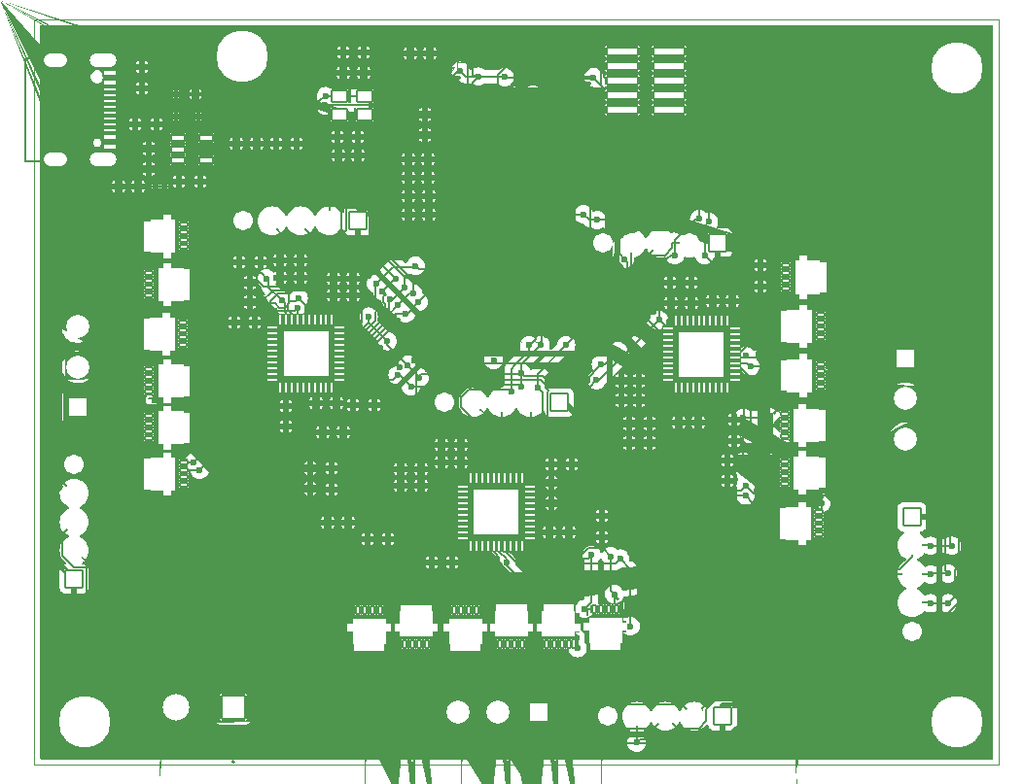
<source format=gbo>
G04 #@! TF.GenerationSoftware,KiCad,Pcbnew,8.0.7*
G04 #@! TF.CreationDate,2025-01-28T18:16:05+02:00*
G04 #@! TF.ProjectId,Wheelbase,57686565-6c62-4617-9365-2e6b69636164,rev?*
G04 #@! TF.SameCoordinates,Original*
G04 #@! TF.FileFunction,Legend,Bot*
G04 #@! TF.FilePolarity,Positive*
%FSLAX46Y46*%
G04 Gerber Fmt 4.6, Leading zero omitted, Abs format (unit mm)*
G04 Created by KiCad (PCBNEW 8.0.7) date 2025-01-28 18:16:05*
%MOMM*%
%LPD*%
G01*
G04 APERTURE LIST*
G04 Aperture macros list*
%AMRoundRect*
0 Rectangle with rounded corners*
0 $1 Rounding radius*
0 $2 $3 $4 $5 $6 $7 $8 $9 X,Y pos of 4 corners*
0 Add a 4 corners polygon primitive as box body*
4,1,4,$2,$3,$4,$5,$6,$7,$8,$9,$2,$3,0*
0 Add four circle primitives for the rounded corners*
1,1,$1+$1,$2,$3*
1,1,$1+$1,$4,$5*
1,1,$1+$1,$6,$7*
1,1,$1+$1,$8,$9*
0 Add four rect primitives between the rounded corners*
20,1,$1+$1,$2,$3,$4,$5,0*
20,1,$1+$1,$4,$5,$6,$7,0*
20,1,$1+$1,$6,$7,$8,$9,0*
20,1,$1+$1,$8,$9,$2,$3,0*%
%AMFreePoly0*
4,1,61,0.203536,1.753536,0.205000,1.750000,0.205000,1.305000,1.300000,1.305000,1.303536,1.303536,1.305000,1.300000,1.305000,1.190000,1.850000,1.190000,1.853536,1.188536,1.855000,1.185000,1.855000,0.765000,1.853536,0.761464,1.850000,0.760000,1.305000,0.760000,1.305000,0.540000,1.850000,0.540000,1.853536,0.538536,1.855000,0.535000,1.855000,0.115000,1.853536,0.111464,
1.850000,0.110000,1.305000,0.110000,1.305000,-0.110000,1.850000,-0.110000,1.853536,-0.111464,1.855000,-0.115000,1.855000,-0.535000,1.853536,-0.538536,1.850000,-0.540000,1.305000,-0.540000,1.305000,-0.760000,1.850000,-0.760000,1.853536,-0.761464,1.855000,-0.765000,1.855000,-1.185000,1.853536,-1.188536,1.850000,-1.190000,1.305000,-1.190000,1.305000,-1.300000,1.303536,-1.303536,
1.300000,-1.305000,0.205000,-1.305000,0.205000,-1.750000,0.203536,-1.753536,0.200000,-1.755000,-0.200000,-1.755000,-0.203536,-1.753536,-0.205000,-1.750000,-0.205000,-1.305000,-0.600000,-1.305000,-0.603536,-1.303536,-0.605000,-1.300000,-0.605000,1.300000,-0.603536,1.303536,-0.600000,1.305000,-0.205000,1.305000,-0.205000,1.750000,-0.203536,1.753536,-0.200000,1.755000,0.200000,1.755000,
0.203536,1.753536,0.203536,1.753536,$1*%
G04 Aperture macros list end*
%ADD10C,0.750000*%
%ADD11O,2.354000X1.254000*%
%ADD12O,2.054000X1.254000*%
%ADD13RoundRect,0.102000X-0.754000X0.754000X-0.754000X-0.754000X0.754000X-0.754000X0.754000X0.754000X0*%
%ADD14C,1.712000*%
%ADD15RoundRect,0.102000X-0.754000X-0.754000X0.754000X-0.754000X0.754000X0.754000X-0.754000X0.754000X0*%
%ADD16RoundRect,0.102000X0.754000X-0.754000X0.754000X0.754000X-0.754000X0.754000X-0.754000X-0.754000X0*%
%ADD17RoundRect,0.102000X1.050000X1.050000X-1.050000X1.050000X-1.050000X-1.050000X1.050000X-1.050000X0*%
%ADD18C,2.304000*%
%ADD19C,0.800000*%
%ADD20C,4.500000*%
%ADD21RoundRect,0.102000X0.900000X0.900000X-0.900000X0.900000X-0.900000X-0.900000X0.900000X-0.900000X0*%
%ADD22C,2.004000*%
%ADD23RoundRect,0.102000X0.900000X-0.900000X0.900000X0.900000X-0.900000X0.900000X-0.900000X-0.900000X0*%
%ADD24RoundRect,0.102000X-0.900000X0.900000X-0.900000X-0.900000X0.900000X-0.900000X0.900000X0.900000X0*%
G04 #@! TA.AperFunction,ComponentPad*
%ADD25O,2.150000X1.050000*%
G04 #@! TD*
G04 #@! TA.AperFunction,ComponentPad*
%ADD26O,1.850000X1.050000*%
G04 #@! TD*
G04 #@! TA.AperFunction,ComponentPad*
%ADD27R,1.508000X1.508000*%
G04 #@! TD*
G04 #@! TA.AperFunction,ComponentPad*
%ADD28C,1.508000*%
G04 #@! TD*
G04 #@! TA.AperFunction,ComponentPad*
%ADD29R,2.100000X2.100000*%
G04 #@! TD*
G04 #@! TA.AperFunction,ComponentPad*
%ADD30C,2.100000*%
G04 #@! TD*
G04 #@! TA.AperFunction,ComponentPad*
%ADD31C,0.700000*%
G04 #@! TD*
G04 #@! TA.AperFunction,ComponentPad*
%ADD32C,4.400000*%
G04 #@! TD*
G04 #@! TA.AperFunction,ComponentPad*
%ADD33R,1.800000X1.800000*%
G04 #@! TD*
G04 #@! TA.AperFunction,ComponentPad*
%ADD34C,1.800000*%
G04 #@! TD*
G04 #@! TA.AperFunction,ViaPad*
%ADD35C,0.600000*%
G04 #@! TD*
G04 #@! TA.AperFunction,Conductor*
%ADD36C,0.200000*%
G04 #@! TD*
G04 #@! TA.AperFunction,SMDPad,CuDef*
%ADD37RoundRect,0.237500X-0.250000X-0.237500X0.250000X-0.237500X0.250000X0.237500X-0.250000X0.237500X0*%
G04 #@! TD*
G04 #@! TA.AperFunction,SMDPad,CuDef*
%ADD38RoundRect,0.237500X-0.237500X0.250000X-0.237500X-0.250000X0.237500X-0.250000X0.237500X0.250000X0*%
G04 #@! TD*
G04 #@! TA.AperFunction,SMDPad,CuDef*
%ADD39RoundRect,0.237500X0.287500X0.237500X-0.287500X0.237500X-0.287500X-0.237500X0.287500X-0.237500X0*%
G04 #@! TD*
G04 #@! TA.AperFunction,SMDPad,CuDef*
%ADD40RoundRect,0.237500X-0.237500X0.287500X-0.237500X-0.287500X0.237500X-0.287500X0.237500X0.287500X0*%
G04 #@! TD*
G04 #@! TA.AperFunction,SMDPad,CuDef*
%ADD41R,1.150000X0.600000*%
G04 #@! TD*
G04 #@! TA.AperFunction,SMDPad,CuDef*
%ADD42R,1.150000X0.300000*%
G04 #@! TD*
G04 #@! TA.AperFunction,SMDPad,CuDef*
%ADD43RoundRect,0.237500X0.300000X0.237500X-0.300000X0.237500X-0.300000X-0.237500X0.300000X-0.237500X0*%
G04 #@! TD*
G04 #@! TA.AperFunction,SMDPad,CuDef*
%ADD44R,0.700000X0.420000*%
G04 #@! TD*
G04 #@! TA.AperFunction,SMDPad,CuDef*
%ADD45FreePoly0,180.000000*%
G04 #@! TD*
G04 #@! TA.AperFunction,SMDPad,CuDef*
%ADD46FreePoly0,0.000000*%
G04 #@! TD*
G04 #@! TA.AperFunction,SMDPad,CuDef*
%ADD47RoundRect,0.237500X0.237500X-0.300000X0.237500X0.300000X-0.237500X0.300000X-0.237500X-0.300000X0*%
G04 #@! TD*
G04 #@! TA.AperFunction,SMDPad,CuDef*
%ADD48RoundRect,0.237500X0.237500X-0.250000X0.237500X0.250000X-0.237500X0.250000X-0.237500X-0.250000X0*%
G04 #@! TD*
G04 #@! TA.AperFunction,SMDPad,CuDef*
%ADD49R,1.250000X0.600000*%
G04 #@! TD*
G04 #@! TA.AperFunction,SMDPad,CuDef*
%ADD50RoundRect,0.237500X-0.300000X-0.237500X0.300000X-0.237500X0.300000X0.237500X-0.300000X0.237500X0*%
G04 #@! TD*
G04 #@! TA.AperFunction,SMDPad,CuDef*
%ADD51R,1.400000X1.000000*%
G04 #@! TD*
G04 #@! TA.AperFunction,SMDPad,CuDef*
%ADD52RoundRect,0.237500X0.250000X0.237500X-0.250000X0.237500X-0.250000X-0.237500X0.250000X-0.237500X0*%
G04 #@! TD*
G04 #@! TA.AperFunction,SMDPad,CuDef*
%ADD53RoundRect,0.237500X-0.237500X0.300000X-0.237500X-0.300000X0.237500X-0.300000X0.237500X0.300000X0*%
G04 #@! TD*
G04 #@! TA.AperFunction,SMDPad,CuDef*
%ADD54RoundRect,0.237500X-0.287500X-0.237500X0.287500X-0.237500X0.287500X0.237500X-0.287500X0.237500X0*%
G04 #@! TD*
G04 #@! TA.AperFunction,SMDPad,CuDef*
%ADD55R,0.420000X0.700000*%
G04 #@! TD*
G04 #@! TA.AperFunction,SMDPad,CuDef*
%ADD56FreePoly0,270.000000*%
G04 #@! TD*
G04 #@! TA.AperFunction,SMDPad,CuDef*
%ADD57FreePoly0,90.000000*%
G04 #@! TD*
G04 #@! TA.AperFunction,SMDPad,CuDef*
%ADD58RoundRect,0.075000X-0.700000X-0.075000X0.700000X-0.075000X0.700000X0.075000X-0.700000X0.075000X0*%
G04 #@! TD*
G04 #@! TA.AperFunction,SMDPad,CuDef*
%ADD59RoundRect,0.075000X-0.075000X-0.700000X0.075000X-0.700000X0.075000X0.700000X-0.075000X0.700000X0*%
G04 #@! TD*
G04 #@! TA.AperFunction,SMDPad,CuDef*
%ADD60RoundRect,0.237500X0.237500X-0.287500X0.237500X0.287500X-0.237500X0.287500X-0.237500X-0.287500X0*%
G04 #@! TD*
G04 #@! TA.AperFunction,SMDPad,CuDef*
%ADD61RoundRect,0.030000X0.090000X-0.400000X0.090000X0.400000X-0.090000X0.400000X-0.090000X-0.400000X0*%
G04 #@! TD*
G04 #@! TA.AperFunction,SMDPad,CuDef*
%ADD62RoundRect,0.030000X0.400000X-0.090000X0.400000X0.090000X-0.400000X0.090000X-0.400000X-0.090000X0*%
G04 #@! TD*
G04 #@! TA.AperFunction,SMDPad,CuDef*
%ADD63R,4.150000X4.150000*%
G04 #@! TD*
G04 #@! TA.AperFunction,SMDPad,CuDef*
%ADD64RoundRect,0.030000X-0.400000X-0.090000X0.400000X-0.090000X0.400000X0.090000X-0.400000X0.090000X0*%
G04 #@! TD*
G04 #@! TA.AperFunction,SMDPad,CuDef*
%ADD65RoundRect,0.030000X-0.090000X-0.400000X0.090000X-0.400000X0.090000X0.400000X-0.090000X0.400000X0*%
G04 #@! TD*
G04 #@! TA.AperFunction,SMDPad,CuDef*
%ADD66RoundRect,0.030000X-0.090000X0.400000X-0.090000X-0.400000X0.090000X-0.400000X0.090000X0.400000X0*%
G04 #@! TD*
G04 #@! TA.AperFunction,SMDPad,CuDef*
%ADD67RoundRect,0.030000X-0.400000X0.090000X-0.400000X-0.090000X0.400000X-0.090000X0.400000X0.090000X0*%
G04 #@! TD*
G04 #@! TA.AperFunction,SMDPad,CuDef*
%ADD68RoundRect,0.175000X-0.325000X0.175000X-0.325000X-0.175000X0.325000X-0.175000X0.325000X0.175000X0*%
G04 #@! TD*
G04 #@! TA.AperFunction,SMDPad,CuDef*
%ADD69RoundRect,0.150000X-0.150000X0.200000X-0.150000X-0.200000X0.150000X-0.200000X0.150000X0.200000X0*%
G04 #@! TD*
G04 #@! TA.AperFunction,SMDPad,CuDef*
%ADD70RoundRect,0.100000X0.217500X0.100000X-0.217500X0.100000X-0.217500X-0.100000X0.217500X-0.100000X0*%
G04 #@! TD*
G04 #@! TA.AperFunction,SMDPad,CuDef*
%ADD71R,2.790000X0.740000*%
G04 #@! TD*
G04 #@! TA.AperFunction,Conductor*
%ADD72C,0.400000*%
G04 #@! TD*
G04 #@! TA.AperFunction,Conductor*
%ADD73C,0.500000*%
G04 #@! TD*
%ADD74C,0.010000*%
%ADD75RoundRect,0.262500X-0.275000X-0.262500X0.275000X-0.262500X0.275000X0.262500X-0.275000X0.262500X0*%
%ADD76RoundRect,0.262500X-0.262500X0.275000X-0.262500X-0.275000X0.262500X-0.275000X0.262500X0.275000X0*%
%ADD77RoundRect,0.262500X0.312500X0.262500X-0.312500X0.262500X-0.312500X-0.262500X0.312500X-0.262500X0*%
%ADD78RoundRect,0.262500X-0.262500X0.312500X-0.262500X-0.312500X0.262500X-0.312500X0.262500X0.312500X0*%
%ADD79RoundRect,0.102000X-0.575000X0.300000X-0.575000X-0.300000X0.575000X-0.300000X0.575000X0.300000X0*%
%ADD80RoundRect,0.102000X-0.575000X0.150000X-0.575000X-0.150000X0.575000X-0.150000X0.575000X0.150000X0*%
%ADD81RoundRect,0.262500X0.325000X0.262500X-0.325000X0.262500X-0.325000X-0.262500X0.325000X-0.262500X0*%
%ADD82RoundRect,0.102000X0.350000X0.210000X-0.350000X0.210000X-0.350000X-0.210000X0.350000X-0.210000X0*%
%ADD83RoundRect,0.102000X-0.350000X-0.210000X0.350000X-0.210000X0.350000X0.210000X-0.350000X0.210000X0*%
%ADD84RoundRect,0.262500X0.262500X-0.325000X0.262500X0.325000X-0.262500X0.325000X-0.262500X-0.325000X0*%
%ADD85RoundRect,0.262500X0.262500X-0.275000X0.262500X0.275000X-0.262500X0.275000X-0.262500X-0.275000X0*%
%ADD86RoundRect,0.102000X-0.625000X-0.300000X0.625000X-0.300000X0.625000X0.300000X-0.625000X0.300000X0*%
%ADD87RoundRect,0.262500X-0.325000X-0.262500X0.325000X-0.262500X0.325000X0.262500X-0.325000X0.262500X0*%
%ADD88RoundRect,0.102000X0.700000X0.500000X-0.700000X0.500000X-0.700000X-0.500000X0.700000X-0.500000X0*%
%ADD89RoundRect,0.262500X0.275000X0.262500X-0.275000X0.262500X-0.275000X-0.262500X0.275000X-0.262500X0*%
%ADD90RoundRect,0.262500X-0.262500X0.325000X-0.262500X-0.325000X0.262500X-0.325000X0.262500X0.325000X0*%
%ADD91RoundRect,0.262500X-0.312500X-0.262500X0.312500X-0.262500X0.312500X0.262500X-0.312500X0.262500X0*%
%ADD92RoundRect,0.102000X-0.210000X0.350000X-0.210000X-0.350000X0.210000X-0.350000X0.210000X0.350000X0*%
%ADD93RoundRect,0.102000X0.210000X-0.350000X0.210000X0.350000X-0.210000X0.350000X-0.210000X-0.350000X0*%
%ADD94RoundRect,0.100000X-0.725000X-0.100000X0.725000X-0.100000X0.725000X0.100000X-0.725000X0.100000X0*%
%ADD95RoundRect,0.100000X-0.100000X-0.725000X0.100000X-0.725000X0.100000X0.725000X-0.100000X0.725000X0*%
%ADD96RoundRect,0.262500X0.262500X-0.312500X0.262500X0.312500X-0.262500X0.312500X-0.262500X-0.312500X0*%
%ADD97RoundRect,0.055500X0.166500X-0.476500X0.166500X0.476500X-0.166500X0.476500X-0.166500X-0.476500X0*%
%ADD98RoundRect,0.055500X0.476500X-0.166500X0.476500X0.166500X-0.476500X0.166500X-0.476500X-0.166500X0*%
%ADD99RoundRect,0.102000X2.075000X-2.075000X2.075000X2.075000X-2.075000X2.075000X-2.075000X-2.075000X0*%
%ADD100RoundRect,0.055500X-0.476500X-0.166500X0.476500X-0.166500X0.476500X0.166500X-0.476500X0.166500X0*%
%ADD101RoundRect,0.055500X-0.166500X-0.476500X0.166500X-0.476500X0.166500X0.476500X-0.166500X0.476500X0*%
%ADD102RoundRect,0.102000X-2.075000X-2.075000X2.075000X-2.075000X2.075000X2.075000X-2.075000X2.075000X0*%
%ADD103RoundRect,0.055500X-0.166500X0.476500X-0.166500X-0.476500X0.166500X-0.476500X0.166500X0.476500X0*%
%ADD104RoundRect,0.055500X-0.476500X0.166500X-0.476500X-0.166500X0.476500X-0.166500X0.476500X0.166500X0*%
%ADD105RoundRect,0.102000X-2.075000X2.075000X-2.075000X-2.075000X2.075000X-2.075000X2.075000X2.075000X0*%
%ADD106RoundRect,0.200000X-0.350000X0.200000X-0.350000X-0.200000X0.350000X-0.200000X0.350000X0.200000X0*%
%ADD107RoundRect,0.175000X-0.175000X0.225000X-0.175000X-0.225000X0.175000X-0.225000X0.175000X0.225000X0*%
%ADD108RoundRect,0.125000X0.242500X0.125000X-0.242500X0.125000X-0.242500X-0.125000X0.242500X-0.125000X0*%
%ADD109RoundRect,0.102000X1.395000X-0.370000X1.395000X0.370000X-1.395000X0.370000X-1.395000X-0.370000X0*%
%ADD110RoundRect,0.237500X-0.250000X-0.237500X0.250000X-0.237500X0.250000X0.237500X-0.250000X0.237500X0*%
%ADD111RoundRect,0.237500X-0.237500X0.250000X-0.237500X-0.250000X0.237500X-0.250000X0.237500X0.250000X0*%
%ADD112RoundRect,0.237500X0.287500X0.237500X-0.287500X0.237500X-0.287500X-0.237500X0.287500X-0.237500X0*%
%ADD113RoundRect,0.237500X-0.237500X0.287500X-0.237500X-0.287500X0.237500X-0.287500X0.237500X0.287500X0*%
%ADD114R,1.150000X0.600000*%
%ADD115R,1.150000X0.300000*%
%ADD116RoundRect,0.237500X0.300000X0.237500X-0.300000X0.237500X-0.300000X-0.237500X0.300000X-0.237500X0*%
%ADD117R,0.700000X0.420000*%
%ADD118RoundRect,0.237500X0.237500X-0.300000X0.237500X0.300000X-0.237500X0.300000X-0.237500X-0.300000X0*%
%ADD119RoundRect,0.237500X0.237500X-0.250000X0.237500X0.250000X-0.237500X0.250000X-0.237500X-0.250000X0*%
%ADD120R,1.250000X0.600000*%
%ADD121RoundRect,0.237500X-0.300000X-0.237500X0.300000X-0.237500X0.300000X0.237500X-0.300000X0.237500X0*%
%ADD122R,1.400000X1.000000*%
%ADD123RoundRect,0.237500X0.250000X0.237500X-0.250000X0.237500X-0.250000X-0.237500X0.250000X-0.237500X0*%
%ADD124RoundRect,0.237500X-0.237500X0.300000X-0.237500X-0.300000X0.237500X-0.300000X0.237500X0.300000X0*%
%ADD125RoundRect,0.237500X-0.287500X-0.237500X0.287500X-0.237500X0.287500X0.237500X-0.287500X0.237500X0*%
%ADD126R,0.420000X0.700000*%
%ADD127RoundRect,0.075000X-0.700000X-0.075000X0.700000X-0.075000X0.700000X0.075000X-0.700000X0.075000X0*%
%ADD128RoundRect,0.075000X-0.075000X-0.700000X0.075000X-0.700000X0.075000X0.700000X-0.075000X0.700000X0*%
%ADD129RoundRect,0.237500X0.237500X-0.287500X0.237500X0.287500X-0.237500X0.287500X-0.237500X-0.287500X0*%
%ADD130RoundRect,0.030000X0.090000X-0.400000X0.090000X0.400000X-0.090000X0.400000X-0.090000X-0.400000X0*%
%ADD131RoundRect,0.030000X0.400000X-0.090000X0.400000X0.090000X-0.400000X0.090000X-0.400000X-0.090000X0*%
%ADD132RoundRect,0.030000X-0.400000X-0.090000X0.400000X-0.090000X0.400000X0.090000X-0.400000X0.090000X0*%
%ADD133RoundRect,0.030000X-0.090000X-0.400000X0.090000X-0.400000X0.090000X0.400000X-0.090000X0.400000X0*%
%ADD134RoundRect,0.030000X-0.090000X0.400000X-0.090000X-0.400000X0.090000X-0.400000X0.090000X0.400000X0*%
%ADD135RoundRect,0.030000X-0.400000X0.090000X-0.400000X-0.090000X0.400000X-0.090000X0.400000X0.090000X0*%
%ADD136RoundRect,0.175000X-0.325000X0.175000X-0.325000X-0.175000X0.325000X-0.175000X0.325000X0.175000X0*%
%ADD137RoundRect,0.150000X-0.150000X0.200000X-0.150000X-0.200000X0.150000X-0.200000X0.150000X0.200000X0*%
%ADD138RoundRect,0.090000X0.139000X0.090000X-0.139000X0.090000X-0.139000X-0.090000X0.139000X-0.090000X0*%
%ADD139R,2.790000X0.740000*%
%ADD140C,0.100000*%
%ADD141C,0.150000*%
%ADD142C,0.120000*%
%ADD143C,0.127000*%
%ADD144C,0.200000*%
G04 #@! TA.AperFunction,Profile*
%ADD145C,0.050000*%
G04 #@! TD*
G04 APERTURE END LIST*
%LPC*%
D10*
X118155000Y-70760000D03*
X118155000Y-76540000D03*
D11*
X118655000Y-69330000D03*
X118655000Y-77970000D03*
D12*
X114475000Y-69330000D03*
X114475000Y-77970000D03*
D13*
X116150000Y-114550000D03*
D14*
X116150000Y-112050000D03*
X116150000Y-109550000D03*
X116150000Y-107050000D03*
X116150000Y-104550000D03*
D15*
X158375000Y-99150000D03*
D14*
X155875000Y-99150000D03*
X153375000Y-99150000D03*
X150875000Y-99150000D03*
X148375000Y-99150000D03*
D15*
X140875000Y-83325000D03*
D14*
X138375000Y-83325000D03*
X135875000Y-83325000D03*
X133375000Y-83325000D03*
X130875000Y-83325000D03*
D16*
X189075000Y-109100000D03*
D14*
X189075000Y-111600000D03*
X189075000Y-114100000D03*
X189075000Y-116600000D03*
X189075000Y-119100000D03*
D17*
X129975000Y-125687500D03*
D18*
X124975000Y-125687500D03*
D19*
X191350000Y-127000000D03*
X191833274Y-125833274D03*
X191833274Y-128166726D03*
X193000000Y-125350000D03*
D20*
X193000000Y-127000000D03*
D19*
X193000000Y-128650000D03*
X194166726Y-125833274D03*
X194166726Y-128166726D03*
X194650000Y-127000000D03*
X129150000Y-69000000D03*
X129633274Y-67833274D03*
X129633274Y-70166726D03*
X130800000Y-67350000D03*
D20*
X130800000Y-69000000D03*
D19*
X130800000Y-70650000D03*
X131966726Y-67833274D03*
X131966726Y-70166726D03*
X132450000Y-69000000D03*
D15*
X172175000Y-85250000D03*
D14*
X169675000Y-85250000D03*
X167175000Y-85250000D03*
X164675000Y-85250000D03*
X162175000Y-85250000D03*
D19*
X115383274Y-126983274D03*
X115866548Y-125816548D03*
X115866548Y-128150000D03*
X117033274Y-125333274D03*
D20*
X117033274Y-126983274D03*
D19*
X117033274Y-128633274D03*
X118200000Y-125816548D03*
X118200000Y-128150000D03*
X118683274Y-126983274D03*
D21*
X156575000Y-126150000D03*
D22*
X153075000Y-126150000D03*
X149575000Y-126150000D03*
D23*
X116475000Y-99550000D03*
D22*
X116475000Y-96050000D03*
X116475000Y-92550000D03*
D24*
X188510000Y-95305000D03*
D22*
X188510000Y-98805000D03*
X188510000Y-102305000D03*
D19*
X191350000Y-70000000D03*
X191833274Y-68833274D03*
X191833274Y-71166726D03*
X193000000Y-68350000D03*
D20*
X193000000Y-70000000D03*
D19*
X193000000Y-71650000D03*
X194166726Y-68833274D03*
X194166726Y-71166726D03*
X194650000Y-70000000D03*
D15*
X172625000Y-126500000D03*
D14*
X170125000Y-126500000D03*
X167625000Y-126500000D03*
X165125000Y-126500000D03*
X162625000Y-126500000D03*
%LPD*%
D25*
X118655000Y-69330000D03*
X118655000Y-77970000D03*
D26*
X114475000Y-69330000D03*
X114475000Y-77970000D03*
D27*
X116150000Y-114550000D03*
D28*
X116150000Y-112050000D03*
X116150000Y-109550000D03*
X116150000Y-107050000D03*
X116150000Y-104550000D03*
D27*
X158375000Y-99150000D03*
D28*
X155875000Y-99150000D03*
X153375000Y-99150000D03*
X150875000Y-99150000D03*
X148375000Y-99150000D03*
D27*
X140875000Y-83325000D03*
D28*
X138375000Y-83325000D03*
X135875000Y-83325000D03*
X133375000Y-83325000D03*
X130875000Y-83325000D03*
D27*
X189075000Y-109100000D03*
D28*
X189075000Y-111600000D03*
X189075000Y-114100000D03*
X189075000Y-116600000D03*
X189075000Y-119100000D03*
D29*
X129975000Y-125687500D03*
D30*
X124975000Y-125687500D03*
D31*
X191350000Y-127000000D03*
X191833274Y-125833274D03*
X191833274Y-128166726D03*
X193000000Y-125350000D03*
D32*
X193000000Y-127000000D03*
D31*
X193000000Y-128650000D03*
X194166726Y-125833274D03*
X194166726Y-128166726D03*
X194650000Y-127000000D03*
X129150000Y-69000000D03*
X129633274Y-67833274D03*
X129633274Y-70166726D03*
X130800000Y-67350000D03*
D32*
X130800000Y-69000000D03*
D31*
X130800000Y-70650000D03*
X131966726Y-67833274D03*
X131966726Y-70166726D03*
X132450000Y-69000000D03*
D27*
X172175000Y-85250000D03*
D28*
X169675000Y-85250000D03*
X167175000Y-85250000D03*
X164675000Y-85250000D03*
X162175000Y-85250000D03*
D31*
X115383274Y-126983274D03*
X115866548Y-125816548D03*
X115866548Y-128150000D03*
X117033274Y-125333274D03*
D32*
X117033274Y-126983274D03*
D31*
X117033274Y-128633274D03*
X118200000Y-125816548D03*
X118200000Y-128150000D03*
X118683274Y-126983274D03*
D33*
X156575000Y-126150000D03*
D34*
X153075000Y-126150000D03*
X149575000Y-126150000D03*
D33*
X116475000Y-99550000D03*
D34*
X116475000Y-96050000D03*
X116475000Y-92550000D03*
D33*
X188510000Y-95305000D03*
D34*
X188510000Y-98805000D03*
X188510000Y-102305000D03*
D31*
X191350000Y-70000000D03*
X191833274Y-68833274D03*
X191833274Y-71166726D03*
X193000000Y-68350000D03*
D32*
X193000000Y-70000000D03*
D31*
X193000000Y-71650000D03*
X194166726Y-68833274D03*
X194166726Y-71166726D03*
X194650000Y-70000000D03*
D27*
X172625000Y-126500000D03*
D28*
X170125000Y-126500000D03*
X167625000Y-126500000D03*
X165125000Y-126500000D03*
X162625000Y-126500000D03*
D35*
X137825000Y-105950000D03*
X135725000Y-103875000D03*
X139150000Y-107975000D03*
X139950000Y-104875000D03*
X138250000Y-103600000D03*
X139100000Y-106725000D03*
X136175000Y-76550000D03*
X159125612Y-71425000D03*
X159275000Y-110950000D03*
X144599265Y-81025735D03*
X137175000Y-82350000D03*
X166975000Y-87350000D03*
X143975000Y-106450000D03*
X126475000Y-68050000D03*
X186275000Y-79250000D03*
X170743621Y-89792160D03*
X163975000Y-102750000D03*
X187675000Y-90250000D03*
X121375000Y-77050000D03*
X180875000Y-127950000D03*
X173375000Y-89650000D03*
X169675000Y-72450000D03*
X152675000Y-78950000D03*
X173375000Y-86875000D03*
X146975000Y-96250000D03*
X144675000Y-79550000D03*
X141475000Y-77650000D03*
X169475000Y-68550000D03*
X143275000Y-97850000D03*
X138575000Y-71550000D03*
X182409814Y-119484641D03*
X151060000Y-104850000D03*
X156475000Y-111850000D03*
X143075000Y-103150000D03*
X147975000Y-94250000D03*
X119975000Y-76850000D03*
X138975000Y-70550000D03*
X159175000Y-127350000D03*
X143875000Y-112950000D03*
X142775000Y-69950000D03*
X157775000Y-96750000D03*
X161675000Y-68550000D03*
X158175000Y-100850000D03*
X173840000Y-97550000D03*
X114975000Y-103050000D03*
X126675000Y-71650000D03*
X157975000Y-81424388D03*
X150411269Y-111566000D03*
X172350000Y-129700000D03*
X123970000Y-74750000D03*
X181800000Y-84150000D03*
X138175000Y-117750000D03*
X143075000Y-73950000D03*
X158650000Y-108104341D03*
X169000000Y-78700000D03*
X140475000Y-96550000D03*
X144615904Y-78090904D03*
X148541143Y-79298315D03*
X172875000Y-102550000D03*
X184054575Y-87062146D03*
X149875000Y-111250000D03*
X136375000Y-101750000D03*
X158875000Y-73450000D03*
X118249265Y-118375735D03*
X194075000Y-121450000D03*
X136736391Y-71781287D03*
X133275000Y-92250000D03*
X137575000Y-74450000D03*
X141075000Y-111050000D03*
X173675000Y-84450000D03*
X130375000Y-106750000D03*
X166175000Y-103450000D03*
X160775000Y-111050000D03*
X161575000Y-80650000D03*
X119575000Y-82050000D03*
X114775000Y-117950000D03*
X143875000Y-105150000D03*
X161875000Y-94150000D03*
X147375000Y-75650000D03*
X163833099Y-98280000D03*
X151363372Y-81351784D03*
X123175000Y-78850000D03*
X157575000Y-83350000D03*
X168975000Y-83250000D03*
X154550000Y-77300000D03*
X160775000Y-95750000D03*
X141375000Y-74850000D03*
X173475000Y-124650000D03*
X157775000Y-94050000D03*
X147975000Y-86850000D03*
X173375000Y-97950000D03*
X126425000Y-127250000D03*
X120000183Y-70494038D03*
X161907413Y-75403332D03*
X144475000Y-96050000D03*
X138775000Y-68850000D03*
X121475000Y-98750000D03*
X188950000Y-129050000D03*
X132575000Y-91950000D03*
X166575000Y-91250000D03*
X151375000Y-67750000D03*
X128075000Y-74050000D03*
X119975000Y-79750000D03*
X162675000Y-109050000D03*
X132325000Y-86375000D03*
X183875000Y-92350000D03*
X155775000Y-81750000D03*
X134975000Y-101250000D03*
X193275000Y-74250000D03*
X166975000Y-96805000D03*
X123515166Y-72039339D03*
X148175000Y-82050000D03*
X139575000Y-98050000D03*
X168075000Y-116050000D03*
X175375000Y-114550000D03*
X169575000Y-71150000D03*
X133675000Y-91806000D03*
X140146256Y-92316442D03*
X115275000Y-85350000D03*
X161575000Y-98750000D03*
X115275000Y-90250000D03*
X134675000Y-102750000D03*
X124475000Y-77150000D03*
X162975000Y-100850000D03*
X160275000Y-90750000D03*
X143275000Y-100250000D03*
X140275000Y-101750000D03*
X155575000Y-111650000D03*
X176375000Y-87150000D03*
X127950000Y-85475000D03*
X147275000Y-72050000D03*
X113675000Y-83350000D03*
X142775000Y-94350000D03*
X190375000Y-104100000D03*
X138975000Y-87650000D03*
X165775000Y-94850000D03*
X166750000Y-79800000D03*
X155981814Y-105544351D03*
X114275000Y-129250000D03*
X195175000Y-97450000D03*
X173775000Y-92450000D03*
X155975000Y-95950000D03*
X161875000Y-87350000D03*
X122875000Y-69850000D03*
X187375000Y-124250000D03*
X170675000Y-102350000D03*
X121575000Y-91150000D03*
X144275000Y-92050000D03*
X169675000Y-87150000D03*
X145875000Y-126650000D03*
X141675000Y-85350000D03*
X145775000Y-95450000D03*
X137175000Y-100250000D03*
X141775000Y-88150000D03*
X181375000Y-73050000D03*
X118175000Y-79350000D03*
X153975000Y-81750000D03*
X147575000Y-102650000D03*
X134800000Y-88249313D03*
X160075000Y-98650000D03*
X173575000Y-105950000D03*
X139675000Y-85450000D03*
X133975000Y-126550000D03*
X146675000Y-113150000D03*
X144575000Y-82750000D03*
X133375000Y-97450000D03*
X118675000Y-106950000D03*
X136075000Y-85650000D03*
X192875000Y-84150000D03*
X155675000Y-74050000D03*
X134075000Y-86150000D03*
X154075000Y-75150000D03*
X175175000Y-68250000D03*
X152875000Y-67810648D03*
X130075000Y-77650000D03*
X114050000Y-66975000D03*
X147815294Y-76278291D03*
X187275000Y-113063418D03*
X190725000Y-114150000D03*
X192225000Y-114050000D03*
X171405331Y-83419669D03*
X144300919Y-96775919D03*
X171033834Y-86320392D03*
X145461581Y-97736581D03*
X167075000Y-91950000D03*
X161625000Y-97200000D03*
X192225000Y-116650000D03*
X190725000Y-116650000D03*
X161682800Y-83250000D03*
X163143312Y-84018312D03*
X160482800Y-82750000D03*
X164075000Y-86650000D03*
X145025000Y-91400000D03*
X146135661Y-90389338D03*
X190725000Y-111650000D03*
X192575000Y-111650000D03*
X137975000Y-73250000D03*
X156100000Y-72325000D03*
X163502000Y-94674473D03*
X155075000Y-97750000D03*
X156775000Y-94166023D03*
X146211581Y-96986581D03*
X155075000Y-96550000D03*
X162002000Y-95850000D03*
X141794000Y-91673272D03*
X155075000Y-96550000D03*
X145200919Y-95875919D03*
X143428026Y-93803026D03*
X165125000Y-128802000D03*
X142425000Y-88800000D03*
X145875000Y-87250000D03*
X158975000Y-94166023D03*
X156475000Y-97850000D03*
X138075000Y-72450000D03*
X154475000Y-72450000D03*
X168457276Y-86306836D03*
X151475000Y-74450000D03*
X150275000Y-74350000D03*
X159344588Y-79438903D03*
X170575000Y-83150000D03*
X161817665Y-78984865D03*
X155775000Y-94166023D03*
X154208114Y-98212747D03*
X161375000Y-70812500D03*
X165975000Y-73650000D03*
X149775000Y-70250000D03*
X153628000Y-70803000D03*
X151375000Y-70750000D03*
X152675000Y-95450000D03*
X143675000Y-90150000D03*
X144885661Y-89139339D03*
X144325000Y-90700000D03*
X145675000Y-89650000D03*
X144169511Y-88355489D03*
X142994000Y-89450000D03*
X152160000Y-112965000D03*
X152360000Y-117450000D03*
X141564000Y-112025000D03*
X139975000Y-118350000D03*
X164575000Y-118650000D03*
X163675000Y-112750000D03*
X130575000Y-97450000D03*
X123675000Y-103650000D03*
X125775000Y-91150000D03*
X135575000Y-90950000D03*
X125075000Y-94950000D03*
X130475000Y-94750000D03*
X182910000Y-96105000D03*
X175010000Y-96005000D03*
X174610000Y-106405000D03*
X178510000Y-107105000D03*
X174610000Y-107254000D03*
X181210000Y-107905000D03*
X174410000Y-104305000D03*
X177510000Y-103605000D03*
X174610000Y-105305000D03*
X177364000Y-106168000D03*
X174616000Y-95105000D03*
X182110000Y-95505000D03*
X174410000Y-100505000D03*
X177510000Y-99605000D03*
X177610000Y-102605000D03*
X175010000Y-101905000D03*
X123060000Y-89886100D03*
X135690000Y-90077000D03*
X134250000Y-90279000D03*
X132900000Y-88350000D03*
X129975000Y-89750000D03*
X128875000Y-87300000D03*
X123175000Y-98950000D03*
X130575000Y-95650000D03*
X126375000Y-93050000D03*
X130675000Y-93150000D03*
X130475000Y-93950000D03*
X125252000Y-92116200D03*
X130575000Y-96450000D03*
X122975000Y-103150000D03*
X133075000Y-99250000D03*
X127075000Y-105025000D03*
X126575000Y-104350000D03*
X130975000Y-98150000D03*
X147075000Y-111200000D03*
X148075000Y-116650000D03*
X140309211Y-110624883D03*
X149002000Y-110853000D03*
X146475000Y-110609702D03*
X139375050Y-116678697D03*
X140763138Y-116841939D03*
X142675000Y-112650000D03*
X155775000Y-120650000D03*
X152951000Y-112774000D03*
X150491000Y-112766000D03*
X150475000Y-116650000D03*
X151366000Y-113064000D03*
X149200000Y-116550000D03*
X159975000Y-120550000D03*
X153769000Y-113056000D03*
X163175000Y-115850000D03*
X162875000Y-112550000D03*
X161175000Y-112450000D03*
X160575000Y-117150000D03*
D36*
X192225000Y-114050000D02*
X190825000Y-114050000D01*
X190825000Y-114050000D02*
X190725000Y-114150000D01*
X144500919Y-96775919D02*
X145461581Y-97736581D01*
X171033834Y-83791166D02*
X171033834Y-86320392D01*
X161625000Y-97200000D02*
X161825000Y-97200000D01*
X144300919Y-96775919D02*
X144500919Y-96775919D01*
X171405331Y-83419669D02*
X171033834Y-83791166D01*
X161825000Y-97200000D02*
X167075000Y-91950000D01*
X190725000Y-116650000D02*
X192225000Y-116650000D01*
X164075000Y-86650000D02*
X163621000Y-86196000D01*
X161682800Y-83250000D02*
X160982800Y-83250000D01*
X160982800Y-83250000D02*
X160482800Y-82750000D01*
X163621000Y-86196000D02*
X163621000Y-84496000D01*
X163621000Y-84496000D02*
X163143312Y-84018312D01*
X145025000Y-91400000D02*
X145124999Y-91400000D01*
X145124999Y-91400000D02*
X146135661Y-90389338D01*
X192575000Y-111650000D02*
X190725000Y-111650000D01*
X155175000Y-73250000D02*
X137975000Y-73250000D01*
X156100000Y-72325000D02*
X155175000Y-73250000D01*
X141794000Y-91673272D02*
X141794000Y-92169000D01*
X162326473Y-95850000D02*
X163502000Y-94674473D01*
X155075000Y-97750000D02*
X155075000Y-96550000D01*
X162002000Y-95850000D02*
X162326473Y-95850000D01*
X146211581Y-96886581D02*
X145200919Y-95875919D01*
X155075000Y-95866023D02*
X155075000Y-96550000D01*
X146211581Y-96986581D02*
X146211581Y-96886581D01*
X141794000Y-92169000D02*
X143428026Y-93803026D01*
X156775000Y-94166023D02*
X155075000Y-95866023D01*
X165125000Y-128802000D02*
X165125000Y-126500000D01*
X143875000Y-87350000D02*
X145775000Y-87350000D01*
X145775000Y-87350000D02*
X145875000Y-87250000D01*
X142425000Y-88800000D02*
X143875000Y-87350000D01*
X156475000Y-96666023D02*
X156475000Y-97850000D01*
X158975000Y-94166023D02*
X156475000Y-96666023D01*
X138075000Y-72450000D02*
X154475000Y-72450000D01*
X170284418Y-83150000D02*
X168457276Y-84977142D01*
X159463903Y-79438903D02*
X159344588Y-79438903D01*
X159802806Y-79100000D02*
X159463903Y-79438903D01*
X151475000Y-74450000D02*
X150375000Y-74450000D01*
X161702530Y-79100000D02*
X159802806Y-79100000D01*
X168457276Y-84977142D02*
X168457276Y-86306836D01*
X170575000Y-83150000D02*
X170284418Y-83150000D01*
X161817665Y-78984865D02*
X161702530Y-79100000D01*
X150375000Y-74450000D02*
X150275000Y-74350000D01*
X155775000Y-94650000D02*
X154475000Y-95950000D01*
X155775000Y-94166023D02*
X155775000Y-94650000D01*
X154475000Y-95950000D02*
X154208114Y-96216886D01*
X154208114Y-96216886D02*
X154208114Y-98212747D01*
X153575000Y-70750000D02*
X153628000Y-70803000D01*
X151375000Y-70750000D02*
X153575000Y-70750000D01*
X161375000Y-70812500D02*
X164212000Y-73650000D01*
X164212000Y-73650000D02*
X165975000Y-73650000D01*
X150275000Y-70750000D02*
X149775000Y-70250000D01*
X151375000Y-70750000D02*
X150275000Y-70750000D01*
X158775000Y-99150000D02*
X159025000Y-98900000D01*
X159025000Y-98900000D02*
X158975000Y-98950000D01*
X143875000Y-90150000D02*
X144885661Y-89139339D01*
X143675000Y-90150000D02*
X143875000Y-90150000D01*
X145375000Y-89650000D02*
X144325000Y-90700000D01*
X145675000Y-89650000D02*
X145375000Y-89650000D01*
X144088511Y-88355489D02*
X142994000Y-89450000D01*
X144169511Y-88355489D02*
X144088511Y-88355489D01*
X152160000Y-112965000D02*
X152160000Y-113160000D01*
X152675000Y-113675000D02*
X152675000Y-117135000D01*
X152160000Y-113160000D02*
X152675000Y-113675000D01*
X152675000Y-117135000D02*
X152360000Y-117450000D01*
X139975000Y-116686471D02*
X141564000Y-115097471D01*
X141564000Y-115097471D02*
X141564000Y-112025000D01*
X139975000Y-118350000D02*
X139975000Y-116686471D01*
X164575000Y-113650000D02*
X164575000Y-118650000D01*
X163675000Y-112750000D02*
X164575000Y-113650000D01*
X130575000Y-97450000D02*
X129875000Y-97450000D01*
X129875000Y-97450000D02*
X123675000Y-103650000D01*
X125831000Y-91206000D02*
X135319000Y-91206000D01*
X135319000Y-91206000D02*
X135575000Y-90950000D01*
X125775000Y-91150000D02*
X125831000Y-91206000D01*
X125275000Y-94750000D02*
X125075000Y-94950000D01*
X130475000Y-94750000D02*
X125275000Y-94750000D01*
X175010000Y-96005000D02*
X181761000Y-96005000D01*
X181761000Y-96005000D02*
X181861000Y-96105000D01*
X181861000Y-96105000D02*
X182910000Y-96105000D01*
X174610000Y-106405000D02*
X175310000Y-107105000D01*
X175310000Y-107105000D02*
X178510000Y-107105000D01*
X174610000Y-107254000D02*
X175261000Y-107905000D01*
X175261000Y-107905000D02*
X181210000Y-107905000D01*
X176810000Y-104305000D02*
X177510000Y-103605000D01*
X174410000Y-104305000D02*
X176810000Y-104305000D01*
X174610000Y-105305000D02*
X174710000Y-105405000D01*
X174710000Y-105405000D02*
X176601000Y-105405000D01*
X176601000Y-105405000D02*
X177364000Y-106168000D01*
X181810000Y-95205000D02*
X182110000Y-95505000D01*
X174616000Y-95105000D02*
X174716000Y-95205000D01*
X174716000Y-95205000D02*
X181810000Y-95205000D01*
X174410000Y-100505000D02*
X176610000Y-100505000D01*
X176610000Y-100505000D02*
X177510000Y-99605000D01*
X176910000Y-101905000D02*
X177610000Y-102605000D01*
X175010000Y-101905000D02*
X176910000Y-101905000D01*
X134850000Y-90350000D02*
X135417000Y-90350000D01*
X134850000Y-90527500D02*
X134850000Y-90350000D01*
X134499000Y-90879000D02*
X134850000Y-90527500D01*
X133650000Y-90450000D02*
X133650000Y-90527500D01*
X123060000Y-89886100D02*
X123624000Y-90450000D01*
X123624000Y-90450000D02*
X133650000Y-90450000D01*
X133650000Y-90527500D02*
X134001000Y-90879000D01*
X134001000Y-90879000D02*
X134499000Y-90879000D01*
X135417000Y-90350000D02*
X135690000Y-90077000D01*
X132900000Y-88350000D02*
X133075000Y-88525000D01*
X133075000Y-88525000D02*
X133075000Y-89104000D01*
X133075000Y-89104000D02*
X134250000Y-90279000D01*
X128875000Y-87300000D02*
X129975000Y-88400000D01*
X129975000Y-88400000D02*
X129975000Y-89750000D01*
X130575000Y-95650000D02*
X126475000Y-95650000D01*
X126475000Y-95650000D02*
X123175000Y-98950000D01*
X130675000Y-93150000D02*
X126475000Y-93150000D01*
X126475000Y-93150000D02*
X126375000Y-93050000D01*
X126426000Y-93950000D02*
X130475000Y-93950000D01*
X125252000Y-92116200D02*
X125252000Y-92776000D01*
X125252000Y-92776000D02*
X126426000Y-93950000D01*
X129675000Y-96450000D02*
X122975000Y-103150000D01*
X130575000Y-96450000D02*
X129675000Y-96450000D01*
X133075000Y-100650000D02*
X129375000Y-104350000D01*
X127750000Y-104350000D02*
X127075000Y-105025000D01*
X133075000Y-99250000D02*
X133075000Y-100650000D01*
X129375000Y-104350000D02*
X127750000Y-104350000D01*
X130975000Y-99950000D02*
X126575000Y-104350000D01*
X130975000Y-98150000D02*
X130975000Y-99950000D01*
X148075000Y-116150000D02*
X148075000Y-116650000D01*
X147975000Y-112100000D02*
X147975000Y-116050000D01*
X147975000Y-116050000D02*
X148075000Y-116150000D01*
X147075000Y-111200000D02*
X147975000Y-112100000D01*
X140309211Y-115744536D02*
X140309211Y-110624883D01*
X139375050Y-116678697D02*
X140309211Y-115744536D01*
X148749000Y-110600000D02*
X149002000Y-110853000D01*
X146484702Y-110600000D02*
X148749000Y-110600000D01*
X146475000Y-110609702D02*
X146484702Y-110600000D01*
X140763138Y-116841939D02*
X142675000Y-114930077D01*
X142675000Y-114930077D02*
X142675000Y-112650000D01*
X155775000Y-116312000D02*
X155775000Y-120650000D01*
X152951000Y-112774000D02*
X152951000Y-113488000D01*
X152951000Y-113488000D02*
X155775000Y-116312000D01*
X150175000Y-116350000D02*
X150475000Y-116650000D01*
X150175000Y-113083000D02*
X150175000Y-116350000D01*
X150491000Y-112766000D02*
X150175000Y-113083000D01*
X149848000Y-115902000D02*
X149848000Y-112561000D01*
X150740000Y-112166000D02*
X151366000Y-112793000D01*
X151366000Y-112793000D02*
X151366000Y-113064000D01*
X149848000Y-112561000D02*
X150243000Y-112166000D01*
X149200000Y-116550000D02*
X149848000Y-115902000D01*
X150243000Y-112166000D02*
X150740000Y-112166000D01*
X153769000Y-113344000D02*
X159975000Y-119550000D01*
X153769000Y-113056000D02*
X153769000Y-113344000D01*
X159975000Y-119550000D02*
X159975000Y-120550000D01*
X162875000Y-112550000D02*
X162875000Y-115550000D01*
X162875000Y-115550000D02*
X163175000Y-115850000D01*
X161175000Y-116550000D02*
X160575000Y-117150000D01*
X161175000Y-112450000D02*
X161175000Y-116550000D01*
G04 #@! TA.AperFunction,Conductor*
G36*
X157165853Y-94954147D02*
G01*
X157198081Y-95016141D01*
X157191676Y-95085716D01*
X157164083Y-95127703D01*
X156621042Y-95670745D01*
X156106286Y-96185501D01*
X156106284Y-96185503D01*
X156056419Y-96235368D01*
X156015639Y-96276148D01*
X155954315Y-96309632D01*
X155884624Y-96304648D01*
X155828690Y-96262776D01*
X155810916Y-96229420D01*
X155800788Y-96200475D01*
X155771976Y-96154622D01*
X155752975Y-96087385D01*
X155773342Y-96020550D01*
X155789283Y-96000973D01*
X156793535Y-94996721D01*
X156854856Y-94963238D01*
X156867311Y-94961186D01*
X156954255Y-94951391D01*
X157017505Y-94929259D01*
X157035447Y-94922981D01*
X157105226Y-94919419D01*
X157165853Y-94954147D01*
G37*
G04 #@! TD.AperFunction*
G04 #@! TA.AperFunction,Conductor*
G36*
X196117539Y-66270185D02*
G01*
X196163294Y-66322989D01*
X196174500Y-66374500D01*
X196174500Y-130125500D01*
X196154815Y-130192539D01*
X196102011Y-130238294D01*
X196050500Y-130249500D01*
X113299500Y-130249500D01*
X113232461Y-130229815D01*
X113186706Y-130177011D01*
X113175500Y-130125500D01*
X113175500Y-124589635D01*
X128424500Y-124589635D01*
X128424500Y-126785370D01*
X128424501Y-126785376D01*
X128430908Y-126844983D01*
X128481202Y-126979828D01*
X128481206Y-126979835D01*
X128567452Y-127095044D01*
X128567455Y-127095047D01*
X128682664Y-127181293D01*
X128682671Y-127181297D01*
X128817517Y-127231591D01*
X128817516Y-127231591D01*
X128824444Y-127232335D01*
X128877127Y-127238000D01*
X131072872Y-127237999D01*
X131132483Y-127231591D01*
X131267331Y-127181296D01*
X131382546Y-127095046D01*
X131468796Y-126979831D01*
X131519091Y-126844983D01*
X131525500Y-126785373D01*
X131525500Y-126149993D01*
X148169700Y-126149993D01*
X148169700Y-126150006D01*
X148188864Y-126381297D01*
X148188866Y-126381308D01*
X148245842Y-126606300D01*
X148339075Y-126818848D01*
X148466016Y-127013147D01*
X148466019Y-127013151D01*
X148466021Y-127013153D01*
X148623216Y-127183913D01*
X148623219Y-127183915D01*
X148623222Y-127183918D01*
X148806365Y-127326464D01*
X148806371Y-127326468D01*
X148806374Y-127326470D01*
X149010497Y-127436936D01*
X149091295Y-127464674D01*
X149230015Y-127512297D01*
X149230017Y-127512297D01*
X149230019Y-127512298D01*
X149458951Y-127550500D01*
X149458952Y-127550500D01*
X149691048Y-127550500D01*
X149691049Y-127550500D01*
X149919981Y-127512298D01*
X150139503Y-127436936D01*
X150343626Y-127326470D01*
X150365485Y-127309457D01*
X150414276Y-127271481D01*
X150526784Y-127183913D01*
X150683979Y-127013153D01*
X150810924Y-126818849D01*
X150904157Y-126606300D01*
X150961134Y-126381305D01*
X150961135Y-126381297D01*
X150980300Y-126150006D01*
X150980300Y-126149993D01*
X151669700Y-126149993D01*
X151669700Y-126150006D01*
X151688864Y-126381297D01*
X151688866Y-126381308D01*
X151745842Y-126606300D01*
X151839075Y-126818848D01*
X151966016Y-127013147D01*
X151966019Y-127013151D01*
X151966021Y-127013153D01*
X152123216Y-127183913D01*
X152123219Y-127183915D01*
X152123222Y-127183918D01*
X152306365Y-127326464D01*
X152306371Y-127326468D01*
X152306374Y-127326470D01*
X152510497Y-127436936D01*
X152591295Y-127464674D01*
X152730015Y-127512297D01*
X152730017Y-127512297D01*
X152730019Y-127512298D01*
X152958951Y-127550500D01*
X152958952Y-127550500D01*
X153191048Y-127550500D01*
X153191049Y-127550500D01*
X153419981Y-127512298D01*
X153639503Y-127436936D01*
X153843626Y-127326470D01*
X153865485Y-127309457D01*
X153914276Y-127271481D01*
X154026784Y-127183913D01*
X154183979Y-127013153D01*
X154310924Y-126818849D01*
X154404157Y-126606300D01*
X154461134Y-126381305D01*
X154461135Y-126381297D01*
X154480300Y-126150006D01*
X154480300Y-126149993D01*
X154461135Y-125918702D01*
X154461133Y-125918691D01*
X154404157Y-125693699D01*
X154310924Y-125481151D01*
X154183983Y-125286852D01*
X154183980Y-125286849D01*
X154183979Y-125286847D01*
X154105996Y-125202135D01*
X155174500Y-125202135D01*
X155174500Y-127097870D01*
X155174501Y-127097876D01*
X155180908Y-127157483D01*
X155231202Y-127292328D01*
X155231206Y-127292335D01*
X155317452Y-127407544D01*
X155317455Y-127407547D01*
X155432664Y-127493793D01*
X155432671Y-127493797D01*
X155567517Y-127544091D01*
X155567516Y-127544091D01*
X155574444Y-127544835D01*
X155627127Y-127550500D01*
X157522872Y-127550499D01*
X157582483Y-127544091D01*
X157717331Y-127493796D01*
X157832546Y-127407546D01*
X157918796Y-127292331D01*
X157969091Y-127157483D01*
X157975500Y-127097873D01*
X157975500Y-126499997D01*
X163865708Y-126499997D01*
X163865708Y-126500002D01*
X163875007Y-126606300D01*
X163884839Y-126718674D01*
X163941653Y-126930703D01*
X163941654Y-126930706D01*
X163941655Y-126930708D01*
X164034419Y-127129642D01*
X164034423Y-127129650D01*
X164160322Y-127309452D01*
X164160327Y-127309458D01*
X164315541Y-127464672D01*
X164315547Y-127464677D01*
X164357135Y-127493797D01*
X164471623Y-127573962D01*
X164515248Y-127628539D01*
X164524500Y-127675537D01*
X164524500Y-128219587D01*
X164504815Y-128286626D01*
X164497450Y-128296896D01*
X164495186Y-128299734D01*
X164399211Y-128452476D01*
X164339631Y-128622745D01*
X164339630Y-128622750D01*
X164319435Y-128801996D01*
X164319435Y-128802003D01*
X164339630Y-128981249D01*
X164339631Y-128981254D01*
X164399211Y-129151523D01*
X164495184Y-129304262D01*
X164622738Y-129431816D01*
X164775478Y-129527789D01*
X164945745Y-129587368D01*
X164945750Y-129587369D01*
X165124996Y-129607565D01*
X165125000Y-129607565D01*
X165125004Y-129607565D01*
X165304249Y-129587369D01*
X165304252Y-129587368D01*
X165304255Y-129587368D01*
X165474522Y-129527789D01*
X165627262Y-129431816D01*
X165754816Y-129304262D01*
X165850789Y-129151522D01*
X165910368Y-128981255D01*
X165930565Y-128802000D01*
X165910368Y-128622745D01*
X165850789Y-128452478D01*
X165754816Y-128299738D01*
X165754814Y-128299736D01*
X165754813Y-128299734D01*
X165752550Y-128296896D01*
X165751659Y-128294715D01*
X165751111Y-128293842D01*
X165751264Y-128293745D01*
X165726144Y-128232209D01*
X165725500Y-128219587D01*
X165725500Y-127675537D01*
X165745185Y-127608498D01*
X165778375Y-127573963D01*
X165934457Y-127464674D01*
X166089674Y-127309457D01*
X166215579Y-127129646D01*
X166262618Y-127028770D01*
X166308790Y-126976330D01*
X166375983Y-126957178D01*
X166442865Y-126977393D01*
X166487382Y-127028770D01*
X166534419Y-127129642D01*
X166534423Y-127129650D01*
X166660322Y-127309452D01*
X166660327Y-127309458D01*
X166815541Y-127464672D01*
X166815547Y-127464677D01*
X166995349Y-127590576D01*
X166995351Y-127590577D01*
X166995354Y-127590579D01*
X167194297Y-127683347D01*
X167406326Y-127740161D01*
X167562521Y-127753826D01*
X167624998Y-127759292D01*
X167625000Y-127759292D01*
X167625002Y-127759292D01*
X167679797Y-127754498D01*
X167843674Y-127740161D01*
X168055703Y-127683347D01*
X168254646Y-127590579D01*
X168434457Y-127464674D01*
X168589674Y-127309457D01*
X168715579Y-127129646D01*
X168762618Y-127028770D01*
X168808790Y-126976330D01*
X168875983Y-126957178D01*
X168942865Y-126977393D01*
X168987382Y-127028770D01*
X169034419Y-127129642D01*
X169034423Y-127129650D01*
X169160322Y-127309452D01*
X169160327Y-127309458D01*
X169315541Y-127464672D01*
X169315547Y-127464677D01*
X169495349Y-127590576D01*
X169495351Y-127590577D01*
X169495354Y-127590579D01*
X169694297Y-127683347D01*
X169906326Y-127740161D01*
X170062521Y-127753826D01*
X170124998Y-127759292D01*
X170125000Y-127759292D01*
X170125002Y-127759292D01*
X170179797Y-127754498D01*
X170343674Y-127740161D01*
X170555703Y-127683347D01*
X170754646Y-127590579D01*
X170934457Y-127464674D01*
X171089674Y-127309457D01*
X171144926Y-127230547D01*
X171199501Y-127186924D01*
X171268999Y-127179730D01*
X171331354Y-127211252D01*
X171366769Y-127271481D01*
X171370120Y-127298573D01*
X171370146Y-127298571D01*
X171370146Y-127298573D01*
X171370324Y-127298564D01*
X171370479Y-127301473D01*
X171370500Y-127301637D01*
X171370500Y-127301852D01*
X171370501Y-127301876D01*
X171376908Y-127361483D01*
X171427202Y-127496328D01*
X171427206Y-127496335D01*
X171513452Y-127611544D01*
X171513455Y-127611547D01*
X171628664Y-127697793D01*
X171628671Y-127697797D01*
X171763517Y-127748091D01*
X171763516Y-127748091D01*
X171770444Y-127748835D01*
X171823127Y-127754500D01*
X173426872Y-127754499D01*
X173486483Y-127748091D01*
X173621331Y-127697796D01*
X173736546Y-127611546D01*
X173822796Y-127496331D01*
X173873091Y-127361483D01*
X173879500Y-127301873D01*
X173879499Y-125698128D01*
X173873091Y-125638517D01*
X173834603Y-125535326D01*
X173822797Y-125503671D01*
X173822793Y-125503664D01*
X173736547Y-125388455D01*
X173736544Y-125388452D01*
X173621335Y-125302206D01*
X173621328Y-125302202D01*
X173486482Y-125251908D01*
X173486483Y-125251908D01*
X173426883Y-125245501D01*
X173426881Y-125245500D01*
X173426873Y-125245500D01*
X173426864Y-125245500D01*
X171823129Y-125245500D01*
X171823123Y-125245501D01*
X171763516Y-125251908D01*
X171628671Y-125302202D01*
X171628664Y-125302206D01*
X171513455Y-125388452D01*
X171513452Y-125388455D01*
X171427206Y-125503664D01*
X171427202Y-125503671D01*
X171376908Y-125638517D01*
X171371315Y-125690543D01*
X171370501Y-125698123D01*
X171370500Y-125698135D01*
X171370500Y-125698326D01*
X171370487Y-125698368D01*
X171370322Y-125701452D01*
X171369593Y-125701412D01*
X171350815Y-125765365D01*
X171298011Y-125811120D01*
X171228853Y-125821064D01*
X171165297Y-125792039D01*
X171144925Y-125769449D01*
X171119353Y-125732929D01*
X171089674Y-125690543D01*
X170934457Y-125535326D01*
X170934455Y-125535325D01*
X170934452Y-125535322D01*
X170754650Y-125409423D01*
X170754642Y-125409419D01*
X170555708Y-125316655D01*
X170555706Y-125316654D01*
X170555703Y-125316653D01*
X170404885Y-125276240D01*
X170343675Y-125259839D01*
X170343668Y-125259838D01*
X170125002Y-125240708D01*
X170124998Y-125240708D01*
X169906331Y-125259838D01*
X169906324Y-125259839D01*
X169805514Y-125286852D01*
X169694297Y-125316653D01*
X169694295Y-125316653D01*
X169694291Y-125316655D01*
X169495357Y-125409419D01*
X169495349Y-125409423D01*
X169315547Y-125535322D01*
X169315541Y-125535327D01*
X169160327Y-125690541D01*
X169160322Y-125690547D01*
X169034423Y-125870349D01*
X169034421Y-125870353D01*
X168987382Y-125971230D01*
X168941210Y-126023669D01*
X168874016Y-126042821D01*
X168807135Y-126022605D01*
X168762618Y-125971230D01*
X168738124Y-125918702D01*
X168715579Y-125870354D01*
X168715577Y-125870351D01*
X168715576Y-125870349D01*
X168589677Y-125690547D01*
X168589672Y-125690541D01*
X168434458Y-125535327D01*
X168434452Y-125535322D01*
X168254650Y-125409423D01*
X168254642Y-125409419D01*
X168055708Y-125316655D01*
X168055706Y-125316654D01*
X168055703Y-125316653D01*
X167904885Y-125276240D01*
X167843675Y-125259839D01*
X167843668Y-125259838D01*
X167625002Y-125240708D01*
X167624998Y-125240708D01*
X167406331Y-125259838D01*
X167406324Y-125259839D01*
X167305514Y-125286852D01*
X167194297Y-125316653D01*
X167194295Y-125316653D01*
X167194291Y-125316655D01*
X166995357Y-125409419D01*
X166995349Y-125409423D01*
X166815547Y-125535322D01*
X166815541Y-125535327D01*
X166660327Y-125690541D01*
X166660322Y-125690547D01*
X166534423Y-125870349D01*
X166534421Y-125870353D01*
X166487382Y-125971230D01*
X166441210Y-126023669D01*
X166374016Y-126042821D01*
X166307135Y-126022605D01*
X166262618Y-125971230D01*
X166238124Y-125918702D01*
X166215579Y-125870354D01*
X166215577Y-125870351D01*
X166215576Y-125870349D01*
X166089677Y-125690547D01*
X166089672Y-125690541D01*
X165934458Y-125535327D01*
X165934452Y-125535322D01*
X165754650Y-125409423D01*
X165754642Y-125409419D01*
X165555708Y-125316655D01*
X165555706Y-125316654D01*
X165555703Y-125316653D01*
X165404885Y-125276240D01*
X165343675Y-125259839D01*
X165343668Y-125259838D01*
X165125002Y-125240708D01*
X165124998Y-125240708D01*
X164906331Y-125259838D01*
X164906324Y-125259839D01*
X164805514Y-125286852D01*
X164694297Y-125316653D01*
X164694295Y-125316653D01*
X164694291Y-125316655D01*
X164495357Y-125409419D01*
X164495349Y-125409423D01*
X164315547Y-125535322D01*
X164315541Y-125535327D01*
X164160327Y-125690541D01*
X164160322Y-125690547D01*
X164034423Y-125870349D01*
X164034419Y-125870357D01*
X163941655Y-126069291D01*
X163884839Y-126281324D01*
X163884838Y-126281331D01*
X163865708Y-126499997D01*
X157975500Y-126499997D01*
X157975499Y-125202128D01*
X157969091Y-125142517D01*
X157959233Y-125116087D01*
X157918797Y-125007671D01*
X157918793Y-125007664D01*
X157832547Y-124892455D01*
X157832544Y-124892452D01*
X157717335Y-124806206D01*
X157717328Y-124806202D01*
X157582482Y-124755908D01*
X157582483Y-124755908D01*
X157522883Y-124749501D01*
X157522881Y-124749500D01*
X157522873Y-124749500D01*
X157522864Y-124749500D01*
X155627129Y-124749500D01*
X155627123Y-124749501D01*
X155567516Y-124755908D01*
X155432671Y-124806202D01*
X155432664Y-124806206D01*
X155317455Y-124892452D01*
X155317452Y-124892455D01*
X155231206Y-125007664D01*
X155231202Y-125007671D01*
X155180908Y-125142517D01*
X155174501Y-125202116D01*
X155174501Y-125202123D01*
X155174500Y-125202135D01*
X154105996Y-125202135D01*
X154026784Y-125116087D01*
X154026779Y-125116083D01*
X154026777Y-125116081D01*
X153843634Y-124973535D01*
X153843628Y-124973531D01*
X153639504Y-124863064D01*
X153639495Y-124863061D01*
X153419984Y-124787702D01*
X153229450Y-124755908D01*
X153191049Y-124749500D01*
X152958951Y-124749500D01*
X152920550Y-124755908D01*
X152730015Y-124787702D01*
X152510504Y-124863061D01*
X152510495Y-124863064D01*
X152306371Y-124973531D01*
X152306365Y-124973535D01*
X152123222Y-125116081D01*
X152123219Y-125116084D01*
X152123216Y-125116086D01*
X152123216Y-125116087D01*
X152098886Y-125142517D01*
X151966016Y-125286852D01*
X151839075Y-125481151D01*
X151745842Y-125693699D01*
X151688866Y-125918691D01*
X151688864Y-125918702D01*
X151669700Y-126149993D01*
X150980300Y-126149993D01*
X150961135Y-125918702D01*
X150961133Y-125918691D01*
X150904157Y-125693699D01*
X150810924Y-125481151D01*
X150683983Y-125286852D01*
X150683980Y-125286849D01*
X150683979Y-125286847D01*
X150526784Y-125116087D01*
X150526779Y-125116083D01*
X150526777Y-125116081D01*
X150343634Y-124973535D01*
X150343628Y-124973531D01*
X150139504Y-124863064D01*
X150139495Y-124863061D01*
X149919984Y-124787702D01*
X149729450Y-124755908D01*
X149691049Y-124749500D01*
X149458951Y-124749500D01*
X149420550Y-124755908D01*
X149230015Y-124787702D01*
X149010504Y-124863061D01*
X149010495Y-124863064D01*
X148806371Y-124973531D01*
X148806365Y-124973535D01*
X148623222Y-125116081D01*
X148623219Y-125116084D01*
X148623216Y-125116086D01*
X148623216Y-125116087D01*
X148598886Y-125142517D01*
X148466016Y-125286852D01*
X148339075Y-125481151D01*
X148245842Y-125693699D01*
X148188866Y-125918691D01*
X148188864Y-125918702D01*
X148169700Y-126149993D01*
X131525500Y-126149993D01*
X131525499Y-124589628D01*
X131519091Y-124530017D01*
X131468796Y-124395169D01*
X131468795Y-124395168D01*
X131468793Y-124395164D01*
X131382547Y-124279955D01*
X131382544Y-124279952D01*
X131267335Y-124193706D01*
X131267328Y-124193702D01*
X131132482Y-124143408D01*
X131132483Y-124143408D01*
X131072883Y-124137001D01*
X131072881Y-124137000D01*
X131072873Y-124137000D01*
X131072864Y-124137000D01*
X128877129Y-124137000D01*
X128877123Y-124137001D01*
X128817516Y-124143408D01*
X128682671Y-124193702D01*
X128682664Y-124193706D01*
X128567455Y-124279952D01*
X128567452Y-124279955D01*
X128481206Y-124395164D01*
X128481202Y-124395171D01*
X128430908Y-124530017D01*
X128424501Y-124589616D01*
X128424501Y-124589623D01*
X128424500Y-124589635D01*
X113175500Y-124589635D01*
X113175500Y-116678693D01*
X138569485Y-116678693D01*
X138569485Y-116678700D01*
X138589680Y-116857946D01*
X138589681Y-116857951D01*
X138649261Y-117028220D01*
X138694663Y-117100476D01*
X138745234Y-117180959D01*
X138872788Y-117308513D01*
X138915529Y-117335369D01*
X139020799Y-117401515D01*
X139025528Y-117404486D01*
X139195795Y-117464065D01*
X139195800Y-117464066D01*
X139264382Y-117471793D01*
X139328797Y-117498859D01*
X139368352Y-117556453D01*
X139374500Y-117595013D01*
X139374500Y-117767587D01*
X139354815Y-117834626D01*
X139347450Y-117844896D01*
X139345186Y-117847734D01*
X139249211Y-118000476D01*
X139189631Y-118170745D01*
X139189630Y-118170750D01*
X139169435Y-118349996D01*
X139169435Y-118350003D01*
X139189630Y-118529249D01*
X139189631Y-118529254D01*
X139249211Y-118699523D01*
X139330724Y-118829249D01*
X139345184Y-118852262D01*
X139472738Y-118979816D01*
X139563080Y-119036582D01*
X139608544Y-119065149D01*
X139625478Y-119075789D01*
X139795745Y-119135368D01*
X139795750Y-119135369D01*
X139974996Y-119155565D01*
X139975000Y-119155565D01*
X139975004Y-119155565D01*
X140154249Y-119135369D01*
X140154252Y-119135368D01*
X140154255Y-119135368D01*
X140324522Y-119075789D01*
X140477262Y-118979816D01*
X140604816Y-118852262D01*
X140700789Y-118699522D01*
X140760368Y-118529255D01*
X140766960Y-118470750D01*
X140780565Y-118350003D01*
X140780565Y-118349996D01*
X140760369Y-118170750D01*
X140760368Y-118170745D01*
X140700789Y-118000478D01*
X140604816Y-117847738D01*
X140604814Y-117847736D01*
X140604813Y-117847734D01*
X140602550Y-117844896D01*
X140601659Y-117842715D01*
X140601111Y-117841842D01*
X140601264Y-117841745D01*
X140576144Y-117780209D01*
X140575500Y-117767587D01*
X140575500Y-117765118D01*
X140595185Y-117698079D01*
X140647989Y-117652324D01*
X140713383Y-117641898D01*
X140730922Y-117643874D01*
X140763136Y-117647504D01*
X140763138Y-117647504D01*
X140763142Y-117647504D01*
X140942387Y-117627308D01*
X140942390Y-117627307D01*
X140942393Y-117627307D01*
X141112660Y-117567728D01*
X141265400Y-117471755D01*
X141392954Y-117344201D01*
X141488927Y-117191461D01*
X141548506Y-117021194D01*
X141558299Y-116934268D01*
X141585364Y-116869857D01*
X141593828Y-116860482D01*
X143033506Y-115420805D01*
X143033511Y-115420801D01*
X143043714Y-115410597D01*
X143043716Y-115410597D01*
X143155520Y-115298793D01*
X143219612Y-115187782D01*
X143234577Y-115161862D01*
X143275500Y-115009134D01*
X143275500Y-114851020D01*
X143275500Y-113232412D01*
X143295185Y-113165373D01*
X143302555Y-113155097D01*
X143304810Y-113152267D01*
X143304816Y-113152262D01*
X143400789Y-112999522D01*
X143460368Y-112829255D01*
X143460369Y-112829249D01*
X143480565Y-112650003D01*
X143480565Y-112649996D01*
X143460369Y-112470750D01*
X143460368Y-112470745D01*
X143438921Y-112409452D01*
X143400789Y-112300478D01*
X143398399Y-112296675D01*
X143322330Y-112175611D01*
X143304816Y-112147738D01*
X143177262Y-112020184D01*
X143137437Y-111995160D01*
X143024523Y-111924211D01*
X142854254Y-111864631D01*
X142854249Y-111864630D01*
X142675004Y-111844435D01*
X142674996Y-111844435D01*
X142495746Y-111864631D01*
X142495740Y-111864632D01*
X142488259Y-111867250D01*
X142418480Y-111870809D01*
X142357855Y-111836077D01*
X142330268Y-111791161D01*
X142320984Y-111764630D01*
X142289789Y-111675478D01*
X142193816Y-111522738D01*
X142066262Y-111395184D01*
X142002727Y-111355262D01*
X141913523Y-111299211D01*
X141743254Y-111239631D01*
X141743249Y-111239630D01*
X141564004Y-111219435D01*
X141563996Y-111219435D01*
X141384750Y-111239630D01*
X141384745Y-111239631D01*
X141214476Y-111299211D01*
X141099683Y-111371341D01*
X141032446Y-111390341D01*
X140965611Y-111369973D01*
X140920397Y-111316705D01*
X140909711Y-111266347D01*
X140909711Y-111207295D01*
X140929396Y-111140256D01*
X140936766Y-111129980D01*
X140939021Y-111127150D01*
X140939027Y-111127145D01*
X141035000Y-110974405D01*
X141094579Y-110804138D01*
X141094580Y-110804132D01*
X141114776Y-110624886D01*
X141114776Y-110624879D01*
X141113066Y-110609698D01*
X145669435Y-110609698D01*
X145669435Y-110609705D01*
X145689630Y-110788951D01*
X145689631Y-110788956D01*
X145749211Y-110959225D01*
X145795099Y-111032254D01*
X145845184Y-111111964D01*
X145972738Y-111239518D01*
X146125478Y-111335491D01*
X146224022Y-111369973D01*
X146238720Y-111375116D01*
X146295496Y-111415838D01*
X146314806Y-111451203D01*
X146349209Y-111549519D01*
X146393050Y-111619291D01*
X146445184Y-111702262D01*
X146572738Y-111829816D01*
X146725478Y-111925789D01*
X146895745Y-111985368D01*
X146982669Y-111995161D01*
X147047080Y-112022226D01*
X147056465Y-112030700D01*
X147338181Y-112312416D01*
X147371666Y-112373739D01*
X147374500Y-112400097D01*
X147374500Y-115963330D01*
X147374499Y-115963348D01*
X147374499Y-116129058D01*
X147385137Y-116168760D01*
X147383474Y-116238610D01*
X147370358Y-116266821D01*
X147349209Y-116300481D01*
X147289633Y-116470737D01*
X147289630Y-116470750D01*
X147269435Y-116649996D01*
X147269435Y-116650003D01*
X147289630Y-116829249D01*
X147289631Y-116829254D01*
X147349211Y-116999523D01*
X147412646Y-117100478D01*
X147445184Y-117152262D01*
X147572738Y-117279816D01*
X147725478Y-117375789D01*
X147895745Y-117435368D01*
X147895750Y-117435369D01*
X148074996Y-117455565D01*
X148075000Y-117455565D01*
X148075004Y-117455565D01*
X148254249Y-117435369D01*
X148254252Y-117435368D01*
X148254255Y-117435368D01*
X148424522Y-117375789D01*
X148577262Y-117279816D01*
X148615240Y-117241837D01*
X148676560Y-117208353D01*
X148746252Y-117213337D01*
X148768891Y-117224524D01*
X148850478Y-117275789D01*
X149003258Y-117329249D01*
X149020745Y-117335368D01*
X149020750Y-117335369D01*
X149199996Y-117355565D01*
X149200000Y-117355565D01*
X149200004Y-117355565D01*
X149379249Y-117335369D01*
X149379252Y-117335368D01*
X149379255Y-117335368D01*
X149549522Y-117275789D01*
X149702262Y-117179816D01*
X149702265Y-117179813D01*
X149707710Y-117175472D01*
X149709089Y-117177201D01*
X149761117Y-117148779D01*
X149830810Y-117153750D01*
X149875181Y-117182259D01*
X149972738Y-117279816D01*
X150125478Y-117375789D01*
X150295745Y-117435368D01*
X150295750Y-117435369D01*
X150474996Y-117455565D01*
X150475000Y-117455565D01*
X150475004Y-117455565D01*
X150654249Y-117435369D01*
X150654252Y-117435368D01*
X150654255Y-117435368D01*
X150824522Y-117375789D01*
X150977262Y-117279816D01*
X151104816Y-117152262D01*
X151200789Y-116999522D01*
X151260368Y-116829255D01*
X151261560Y-116818675D01*
X151280565Y-116650003D01*
X151280565Y-116649996D01*
X151260369Y-116470750D01*
X151260368Y-116470745D01*
X151218110Y-116349980D01*
X151200789Y-116300478D01*
X151104816Y-116147738D01*
X150977262Y-116020184D01*
X150977260Y-116020182D01*
X150833527Y-115929868D01*
X150787237Y-115877534D01*
X150775500Y-115824875D01*
X150775500Y-113862733D01*
X150795185Y-113795694D01*
X150847989Y-113749939D01*
X150917147Y-113739995D01*
X150965471Y-113757739D01*
X150981402Y-113767749D01*
X151016475Y-113789788D01*
X151186745Y-113849368D01*
X151186750Y-113849369D01*
X151365996Y-113869565D01*
X151366000Y-113869565D01*
X151366004Y-113869565D01*
X151545249Y-113849369D01*
X151545252Y-113849368D01*
X151545255Y-113849368D01*
X151715522Y-113789789D01*
X151766527Y-113757740D01*
X151769989Y-113755565D01*
X151837225Y-113736564D01*
X151904060Y-113756931D01*
X151923642Y-113772877D01*
X152038181Y-113887416D01*
X152071666Y-113948739D01*
X152074500Y-113975097D01*
X152074500Y-116615464D01*
X152054815Y-116682503D01*
X152014854Y-116718087D01*
X152016374Y-116720506D01*
X151857737Y-116820184D01*
X151730184Y-116947737D01*
X151634211Y-117100476D01*
X151574631Y-117270745D01*
X151574630Y-117270750D01*
X151554435Y-117449996D01*
X151554435Y-117450003D01*
X151574630Y-117629249D01*
X151574631Y-117629254D01*
X151634211Y-117799523D01*
X151719569Y-117935368D01*
X151730184Y-117952262D01*
X151857738Y-118079816D01*
X151919179Y-118118422D01*
X152002450Y-118170745D01*
X152010478Y-118175789D01*
X152180745Y-118235368D01*
X152180750Y-118235369D01*
X152359996Y-118255565D01*
X152360000Y-118255565D01*
X152360004Y-118255565D01*
X152539249Y-118235369D01*
X152539252Y-118235368D01*
X152539255Y-118235368D01*
X152709522Y-118175789D01*
X152862262Y-118079816D01*
X152989816Y-117952262D01*
X153085789Y-117799522D01*
X153145368Y-117629255D01*
X153157583Y-117520829D01*
X153173417Y-117472716D01*
X153214526Y-117401515D01*
X153234574Y-117366790D01*
X153234573Y-117366790D01*
X153234577Y-117366785D01*
X153275500Y-117214058D01*
X153275500Y-117055943D01*
X153275500Y-114961097D01*
X153295185Y-114894058D01*
X153347989Y-114848303D01*
X153417147Y-114838359D01*
X153480703Y-114867384D01*
X153487181Y-114873416D01*
X155138181Y-116524416D01*
X155171666Y-116585739D01*
X155174500Y-116612097D01*
X155174500Y-120067587D01*
X155154815Y-120134626D01*
X155147450Y-120144896D01*
X155145186Y-120147734D01*
X155049211Y-120300476D01*
X154989631Y-120470745D01*
X154989630Y-120470750D01*
X154969435Y-120649996D01*
X154969435Y-120650003D01*
X154989630Y-120829249D01*
X154989631Y-120829254D01*
X155049211Y-120999523D01*
X155145184Y-121152262D01*
X155272738Y-121279816D01*
X155425478Y-121375789D01*
X155595745Y-121435368D01*
X155595750Y-121435369D01*
X155774996Y-121455565D01*
X155775000Y-121455565D01*
X155775004Y-121455565D01*
X155954249Y-121435369D01*
X155954252Y-121435368D01*
X155954255Y-121435368D01*
X156124522Y-121375789D01*
X156277262Y-121279816D01*
X156404816Y-121152262D01*
X156500789Y-120999522D01*
X156560368Y-120829255D01*
X156560369Y-120829249D01*
X156580565Y-120650003D01*
X156580565Y-120649996D01*
X156560369Y-120470750D01*
X156560368Y-120470745D01*
X156500788Y-120300476D01*
X156437955Y-120200478D01*
X156404816Y-120147738D01*
X156404814Y-120147736D01*
X156404813Y-120147734D01*
X156402550Y-120144896D01*
X156401659Y-120142715D01*
X156401111Y-120141842D01*
X156401264Y-120141745D01*
X156376144Y-120080209D01*
X156375500Y-120067587D01*
X156375500Y-117099097D01*
X156395185Y-117032058D01*
X156447989Y-116986303D01*
X156517147Y-116976359D01*
X156580703Y-117005384D01*
X156587181Y-117011416D01*
X159338181Y-119762416D01*
X159371666Y-119823739D01*
X159374500Y-119850097D01*
X159374500Y-119967587D01*
X159354815Y-120034626D01*
X159347450Y-120044896D01*
X159345186Y-120047734D01*
X159249211Y-120200476D01*
X159189631Y-120370745D01*
X159189630Y-120370750D01*
X159169435Y-120549996D01*
X159169435Y-120550003D01*
X159189630Y-120729249D01*
X159189631Y-120729254D01*
X159249211Y-120899523D01*
X159312045Y-120999522D01*
X159345184Y-121052262D01*
X159472738Y-121179816D01*
X159625478Y-121275789D01*
X159636984Y-121279815D01*
X159795745Y-121335368D01*
X159795750Y-121335369D01*
X159974996Y-121355565D01*
X159975000Y-121355565D01*
X159975004Y-121355565D01*
X160154249Y-121335369D01*
X160154252Y-121335368D01*
X160154255Y-121335368D01*
X160324522Y-121275789D01*
X160477262Y-121179816D01*
X160604816Y-121052262D01*
X160700789Y-120899522D01*
X160760368Y-120729255D01*
X160760369Y-120729249D01*
X160780565Y-120550003D01*
X160780565Y-120549996D01*
X160760369Y-120370750D01*
X160760368Y-120370745D01*
X160700789Y-120200478D01*
X160604816Y-120047738D01*
X160604814Y-120047736D01*
X160604813Y-120047734D01*
X160602550Y-120044896D01*
X160601659Y-120042715D01*
X160601111Y-120041842D01*
X160601264Y-120041745D01*
X160576144Y-119980209D01*
X160575500Y-119967587D01*
X160575500Y-119470942D01*
X160571379Y-119455565D01*
X160571378Y-119455562D01*
X160564534Y-119430019D01*
X160534577Y-119318216D01*
X160512407Y-119279816D01*
X160455524Y-119181290D01*
X160455521Y-119181286D01*
X160455520Y-119181284D01*
X160343716Y-119069480D01*
X160343715Y-119069479D01*
X160339385Y-119065149D01*
X160339374Y-119065139D01*
X158424231Y-117149996D01*
X159769435Y-117149996D01*
X159769435Y-117150003D01*
X159789630Y-117329249D01*
X159789631Y-117329254D01*
X159849211Y-117499523D01*
X159909212Y-117595013D01*
X159945184Y-117652262D01*
X160072738Y-117779816D01*
X160225478Y-117875789D01*
X160395745Y-117935368D01*
X160395750Y-117935369D01*
X160574996Y-117955565D01*
X160575000Y-117955565D01*
X160575004Y-117955565D01*
X160754249Y-117935369D01*
X160754252Y-117935368D01*
X160754255Y-117935368D01*
X160924522Y-117875789D01*
X161077262Y-117779816D01*
X161204816Y-117652262D01*
X161300789Y-117499522D01*
X161360368Y-117329255D01*
X161370161Y-117242329D01*
X161397226Y-117177918D01*
X161405690Y-117168543D01*
X161533506Y-117040728D01*
X161533511Y-117040724D01*
X161543714Y-117030520D01*
X161543716Y-117030520D01*
X161655520Y-116918716D01*
X161724349Y-116799500D01*
X161734577Y-116781785D01*
X161775500Y-116629057D01*
X161775500Y-116470943D01*
X161775500Y-113032412D01*
X161795185Y-112965373D01*
X161802555Y-112955097D01*
X161804810Y-112952267D01*
X161804816Y-112952262D01*
X161900789Y-112799522D01*
X161900789Y-112799520D01*
X161900884Y-112799370D01*
X161953219Y-112753079D01*
X162022272Y-112742431D01*
X162086121Y-112770806D01*
X162122919Y-112824387D01*
X162149209Y-112899519D01*
X162149211Y-112899522D01*
X162232711Y-113032412D01*
X162245185Y-113052263D01*
X162247445Y-113055097D01*
X162248334Y-113057275D01*
X162248889Y-113058158D01*
X162248734Y-113058255D01*
X162273855Y-113119783D01*
X162274500Y-113132412D01*
X162274500Y-115463330D01*
X162274499Y-115463348D01*
X162274499Y-115629054D01*
X162274498Y-115629054D01*
X162312969Y-115772629D01*
X162315423Y-115781785D01*
X162339186Y-115822943D01*
X162348361Y-115838836D01*
X162360046Y-115859075D01*
X162375877Y-115907189D01*
X162389630Y-116029249D01*
X162449210Y-116199521D01*
X162491498Y-116266821D01*
X162545184Y-116352262D01*
X162672738Y-116479816D01*
X162763080Y-116536582D01*
X162801519Y-116560735D01*
X162825478Y-116575789D01*
X162977706Y-116629056D01*
X162995745Y-116635368D01*
X162995750Y-116635369D01*
X163174996Y-116655565D01*
X163175000Y-116655565D01*
X163175004Y-116655565D01*
X163354249Y-116635369D01*
X163354252Y-116635368D01*
X163354255Y-116635368D01*
X163524522Y-116575789D01*
X163677262Y-116479816D01*
X163762819Y-116394259D01*
X163824142Y-116360774D01*
X163893834Y-116365758D01*
X163949767Y-116407630D01*
X163974184Y-116473094D01*
X163974500Y-116481940D01*
X163974500Y-118067587D01*
X163954815Y-118134626D01*
X163947450Y-118144896D01*
X163945186Y-118147734D01*
X163849211Y-118300476D01*
X163789631Y-118470745D01*
X163789630Y-118470750D01*
X163769435Y-118649996D01*
X163769435Y-118650003D01*
X163789630Y-118829249D01*
X163789631Y-118829254D01*
X163849211Y-118999523D01*
X163934569Y-119135368D01*
X163945184Y-119152262D01*
X164072738Y-119279816D01*
X164225478Y-119375789D01*
X164380461Y-119430020D01*
X164395745Y-119435368D01*
X164395750Y-119435369D01*
X164574996Y-119455565D01*
X164575000Y-119455565D01*
X164575004Y-119455565D01*
X164754249Y-119435369D01*
X164754252Y-119435368D01*
X164754255Y-119435368D01*
X164924522Y-119375789D01*
X165077262Y-119279816D01*
X165204816Y-119152262D01*
X165300789Y-118999522D01*
X165360368Y-118829255D01*
X165374985Y-118699523D01*
X165380565Y-118650003D01*
X165380565Y-118649996D01*
X165360369Y-118470750D01*
X165360368Y-118470745D01*
X165300789Y-118300478D01*
X165204816Y-118147738D01*
X165204814Y-118147736D01*
X165204813Y-118147734D01*
X165202550Y-118144896D01*
X165201659Y-118142715D01*
X165201111Y-118141842D01*
X165201264Y-118141745D01*
X165176144Y-118080209D01*
X165175500Y-118067587D01*
X165175500Y-113570944D01*
X165175500Y-113570943D01*
X165175109Y-113569481D01*
X165134577Y-113418215D01*
X165086745Y-113335368D01*
X165063720Y-113295487D01*
X165055521Y-113281285D01*
X164939385Y-113165149D01*
X164939374Y-113165139D01*
X164505700Y-112731465D01*
X164472215Y-112670142D01*
X164470163Y-112657686D01*
X164460368Y-112570745D01*
X164400789Y-112400478D01*
X164304816Y-112247738D01*
X164177262Y-112120184D01*
X164114074Y-112080480D01*
X164024523Y-112024211D01*
X163854254Y-111964631D01*
X163854249Y-111964630D01*
X163675004Y-111944435D01*
X163674996Y-111944435D01*
X163488825Y-111965411D01*
X163488482Y-111962371D01*
X163432117Y-111958711D01*
X163387007Y-111929929D01*
X163377262Y-111920184D01*
X163224523Y-111824211D01*
X163054254Y-111764631D01*
X163054249Y-111764630D01*
X162875004Y-111744435D01*
X162874996Y-111744435D01*
X162695750Y-111764630D01*
X162695745Y-111764631D01*
X162525476Y-111824211D01*
X162372737Y-111920184D01*
X162245182Y-112047739D01*
X162149114Y-112200630D01*
X162096779Y-112246920D01*
X162027726Y-112257568D01*
X161963878Y-112229193D01*
X161927079Y-112175611D01*
X161917351Y-112147811D01*
X161900789Y-112100478D01*
X161804816Y-111947738D01*
X161677262Y-111820184D01*
X161640820Y-111797286D01*
X161524523Y-111724211D01*
X161354254Y-111664631D01*
X161354249Y-111664630D01*
X161175004Y-111644435D01*
X161174996Y-111644435D01*
X160995750Y-111664630D01*
X160995745Y-111664631D01*
X160825476Y-111724211D01*
X160672737Y-111820184D01*
X160545184Y-111947737D01*
X160449211Y-112100476D01*
X160389631Y-112270745D01*
X160389630Y-112270750D01*
X160369435Y-112449996D01*
X160369435Y-112450003D01*
X160389630Y-112629249D01*
X160389631Y-112629254D01*
X160449211Y-112799523D01*
X160545185Y-112952263D01*
X160547445Y-112955097D01*
X160548334Y-112957275D01*
X160548889Y-112958158D01*
X160548734Y-112958255D01*
X160573855Y-113019783D01*
X160574500Y-113032412D01*
X160574500Y-116233677D01*
X160554815Y-116300716D01*
X160502011Y-116346471D01*
X160464384Y-116356897D01*
X160395750Y-116364630D01*
X160225478Y-116424210D01*
X160072737Y-116520184D01*
X159945184Y-116647737D01*
X159849211Y-116800476D01*
X159789631Y-116970745D01*
X159789630Y-116970750D01*
X159769435Y-117149996D01*
X158424231Y-117149996D01*
X154592048Y-113317813D01*
X154558563Y-113256490D01*
X154556509Y-113216251D01*
X154574322Y-113058158D01*
X154574565Y-113056002D01*
X154574565Y-113055996D01*
X154554369Y-112876750D01*
X154554368Y-112876745D01*
X154545354Y-112850984D01*
X154494789Y-112706478D01*
X154484798Y-112690578D01*
X154453054Y-112640057D01*
X154398816Y-112553738D01*
X154271262Y-112426184D01*
X154191059Y-112375789D01*
X154118523Y-112330211D01*
X153948254Y-112270631D01*
X153948249Y-112270630D01*
X153769004Y-112250435D01*
X153768996Y-112250435D01*
X153640065Y-112264961D01*
X153571243Y-112252906D01*
X153538501Y-112229423D01*
X153501360Y-112192282D01*
X153453262Y-112144184D01*
X153408961Y-112116348D01*
X153300523Y-112048211D01*
X153130254Y-111988631D01*
X153130249Y-111988630D01*
X152951004Y-111968435D01*
X152950996Y-111968435D01*
X152771750Y-111988630D01*
X152771745Y-111988631D01*
X152601476Y-112048211D01*
X152448734Y-112144186D01*
X152447984Y-112144937D01*
X152447379Y-112145267D01*
X152443290Y-112148528D01*
X152442718Y-112147811D01*
X152386657Y-112178417D01*
X152346418Y-112178249D01*
X152346175Y-112180411D01*
X152160004Y-112159435D01*
X152159996Y-112159435D01*
X151980750Y-112179630D01*
X151980737Y-112179633D01*
X151810479Y-112239209D01*
X151802817Y-112244024D01*
X151735579Y-112263020D01*
X151668745Y-112242650D01*
X151649099Y-112226638D01*
X151226523Y-111803386D01*
X151225818Y-111802582D01*
X151164161Y-111740925D01*
X151109099Y-111685775D01*
X151109098Y-111685774D01*
X151109090Y-111685766D01*
X151108720Y-111685482D01*
X151040290Y-111645975D01*
X151040303Y-111645951D01*
X151040202Y-111645924D01*
X150994481Y-111619478D01*
X150972232Y-111606608D01*
X150972120Y-111606562D01*
X150971793Y-111606426D01*
X150971785Y-111606424D01*
X150971784Y-111606423D01*
X150947802Y-111599997D01*
X187815708Y-111599997D01*
X187815708Y-111600002D01*
X187834838Y-111818668D01*
X187834839Y-111818675D01*
X187838229Y-111831326D01*
X187891653Y-112030703D01*
X187891654Y-112030706D01*
X187891655Y-112030708D01*
X187984419Y-112229642D01*
X187984423Y-112229650D01*
X188110322Y-112409452D01*
X188110327Y-112409458D01*
X188265541Y-112564672D01*
X188265547Y-112564677D01*
X188445349Y-112690576D01*
X188445351Y-112690577D01*
X188445354Y-112690579D01*
X188479450Y-112706478D01*
X188546230Y-112737618D01*
X188598669Y-112783790D01*
X188617821Y-112850984D01*
X188597605Y-112917865D01*
X188546230Y-112962382D01*
X188445353Y-113009421D01*
X188445349Y-113009423D01*
X188265547Y-113135322D01*
X188265541Y-113135327D01*
X188110327Y-113290541D01*
X188110322Y-113290547D01*
X187984423Y-113470349D01*
X187984419Y-113470357D01*
X187891655Y-113669291D01*
X187891653Y-113669295D01*
X187891653Y-113669297D01*
X187873629Y-113736564D01*
X187834839Y-113881324D01*
X187834838Y-113881331D01*
X187815708Y-114099997D01*
X187815708Y-114100002D01*
X187827015Y-114229249D01*
X187834839Y-114318674D01*
X187891653Y-114530703D01*
X187891654Y-114530706D01*
X187891655Y-114530708D01*
X187984419Y-114729642D01*
X187984423Y-114729650D01*
X188110322Y-114909452D01*
X188110327Y-114909458D01*
X188265541Y-115064672D01*
X188265547Y-115064677D01*
X188445349Y-115190576D01*
X188445351Y-115190577D01*
X188445354Y-115190579D01*
X188508843Y-115220184D01*
X188546230Y-115237618D01*
X188598669Y-115283790D01*
X188617821Y-115350984D01*
X188597605Y-115417865D01*
X188546230Y-115462382D01*
X188445353Y-115509421D01*
X188445349Y-115509423D01*
X188265547Y-115635322D01*
X188265541Y-115635327D01*
X188110327Y-115790541D01*
X188110322Y-115790547D01*
X187984423Y-115970349D01*
X187984419Y-115970357D01*
X187891655Y-116169291D01*
X187891653Y-116169295D01*
X187891653Y-116169297D01*
X187883554Y-116199522D01*
X187834839Y-116381324D01*
X187834838Y-116381331D01*
X187815708Y-116599997D01*
X187815708Y-116600002D01*
X187834838Y-116818668D01*
X187834839Y-116818675D01*
X187837674Y-116829254D01*
X187891653Y-117030703D01*
X187891654Y-117030706D01*
X187891655Y-117030708D01*
X187984419Y-117229642D01*
X187984423Y-117229650D01*
X188110322Y-117409452D01*
X188110327Y-117409458D01*
X188265541Y-117564672D01*
X188265547Y-117564677D01*
X188445349Y-117690576D01*
X188445351Y-117690577D01*
X188445354Y-117690579D01*
X188644297Y-117783347D01*
X188856326Y-117840161D01*
X189012521Y-117853826D01*
X189074998Y-117859292D01*
X189075000Y-117859292D01*
X189075002Y-117859292D01*
X189129668Y-117854509D01*
X189293674Y-117840161D01*
X189505703Y-117783347D01*
X189704646Y-117690579D01*
X189884457Y-117564674D01*
X190039674Y-117409457D01*
X190090985Y-117336176D01*
X190145561Y-117292552D01*
X190215060Y-117285358D01*
X190258530Y-117302306D01*
X190301388Y-117329235D01*
X190375475Y-117375788D01*
X190545745Y-117435368D01*
X190545750Y-117435369D01*
X190724996Y-117455565D01*
X190725000Y-117455565D01*
X190725004Y-117455565D01*
X190904249Y-117435369D01*
X190904252Y-117435368D01*
X190904255Y-117435368D01*
X191074522Y-117375789D01*
X191227262Y-117279816D01*
X191227267Y-117279810D01*
X191230097Y-117277555D01*
X191232275Y-117276665D01*
X191233158Y-117276111D01*
X191233255Y-117276265D01*
X191294783Y-117251145D01*
X191307412Y-117250500D01*
X191642588Y-117250500D01*
X191709627Y-117270185D01*
X191719903Y-117277555D01*
X191722736Y-117279814D01*
X191722738Y-117279816D01*
X191875478Y-117375789D01*
X192045745Y-117435368D01*
X192045750Y-117435369D01*
X192224996Y-117455565D01*
X192225000Y-117455565D01*
X192225004Y-117455565D01*
X192404249Y-117435369D01*
X192404252Y-117435368D01*
X192404255Y-117435368D01*
X192574522Y-117375789D01*
X192727262Y-117279816D01*
X192854816Y-117152262D01*
X192950789Y-116999522D01*
X193010368Y-116829255D01*
X193011560Y-116818675D01*
X193030565Y-116650003D01*
X193030565Y-116649996D01*
X193010369Y-116470750D01*
X193010368Y-116470745D01*
X192968110Y-116349980D01*
X192950789Y-116300478D01*
X192854816Y-116147738D01*
X192727262Y-116020184D01*
X192673080Y-115986139D01*
X192574523Y-115924211D01*
X192404254Y-115864631D01*
X192404249Y-115864630D01*
X192225004Y-115844435D01*
X192224996Y-115844435D01*
X192045750Y-115864630D01*
X192045745Y-115864631D01*
X191875476Y-115924211D01*
X191722736Y-116020185D01*
X191719903Y-116022445D01*
X191717724Y-116023334D01*
X191716842Y-116023889D01*
X191716744Y-116023734D01*
X191655217Y-116048855D01*
X191642588Y-116049500D01*
X191307412Y-116049500D01*
X191240373Y-116029815D01*
X191230097Y-116022445D01*
X191227263Y-116020185D01*
X191227262Y-116020184D01*
X191170496Y-115984515D01*
X191074523Y-115924211D01*
X190904254Y-115864631D01*
X190904249Y-115864630D01*
X190725004Y-115844435D01*
X190724996Y-115844435D01*
X190545750Y-115864630D01*
X190545745Y-115864631D01*
X190375476Y-115924211D01*
X190307158Y-115967139D01*
X190239921Y-115986139D01*
X190173086Y-115965771D01*
X190139611Y-115933268D01*
X190039677Y-115790547D01*
X190039672Y-115790541D01*
X189884458Y-115635327D01*
X189884452Y-115635322D01*
X189704650Y-115509423D01*
X189704642Y-115509419D01*
X189603770Y-115462382D01*
X189551330Y-115416210D01*
X189532178Y-115349017D01*
X189552393Y-115282135D01*
X189603770Y-115237618D01*
X189641157Y-115220184D01*
X189704646Y-115190579D01*
X189884457Y-115064674D01*
X190039674Y-114909457D01*
X190090985Y-114836176D01*
X190145561Y-114792552D01*
X190215060Y-114785358D01*
X190258530Y-114802306D01*
X190301388Y-114829235D01*
X190375475Y-114875788D01*
X190545745Y-114935368D01*
X190545750Y-114935369D01*
X190724996Y-114955565D01*
X190725000Y-114955565D01*
X190725004Y-114955565D01*
X190904249Y-114935369D01*
X190904252Y-114935368D01*
X190904255Y-114935368D01*
X191074522Y-114875789D01*
X191227262Y-114779816D01*
X191320260Y-114686818D01*
X191381584Y-114653334D01*
X191407941Y-114650500D01*
X191642588Y-114650500D01*
X191709627Y-114670185D01*
X191719903Y-114677555D01*
X191722736Y-114679814D01*
X191722738Y-114679816D01*
X191875478Y-114775789D01*
X192045745Y-114835368D01*
X192045750Y-114835369D01*
X192224996Y-114855565D01*
X192225000Y-114855565D01*
X192225004Y-114855565D01*
X192404249Y-114835369D01*
X192404252Y-114835368D01*
X192404255Y-114835368D01*
X192574522Y-114775789D01*
X192727262Y-114679816D01*
X192854816Y-114552262D01*
X192950789Y-114399522D01*
X193010368Y-114229255D01*
X193010369Y-114229249D01*
X193030565Y-114050003D01*
X193030565Y-114049996D01*
X193010369Y-113870750D01*
X193010368Y-113870745D01*
X193002888Y-113849368D01*
X192950789Y-113700478D01*
X192949921Y-113699097D01*
X192907798Y-113632058D01*
X192854816Y-113547738D01*
X192727262Y-113420184D01*
X192638852Y-113364632D01*
X192574523Y-113324211D01*
X192404254Y-113264631D01*
X192404249Y-113264630D01*
X192225004Y-113244435D01*
X192224996Y-113244435D01*
X192045750Y-113264630D01*
X192045745Y-113264631D01*
X191875476Y-113324211D01*
X191722736Y-113420185D01*
X191719903Y-113422445D01*
X191717724Y-113423334D01*
X191716842Y-113423889D01*
X191716744Y-113423734D01*
X191655217Y-113448855D01*
X191642588Y-113449500D01*
X191150494Y-113449500D01*
X191084523Y-113430494D01*
X191074525Y-113424212D01*
X190904254Y-113364631D01*
X190904249Y-113364630D01*
X190725004Y-113344435D01*
X190724996Y-113344435D01*
X190545750Y-113364630D01*
X190545745Y-113364631D01*
X190375476Y-113424211D01*
X190307158Y-113467139D01*
X190239921Y-113486139D01*
X190173086Y-113465771D01*
X190139611Y-113433268D01*
X190039677Y-113290547D01*
X190039672Y-113290541D01*
X189884458Y-113135327D01*
X189884452Y-113135322D01*
X189704650Y-113009423D01*
X189704642Y-113009419D01*
X189603770Y-112962382D01*
X189551330Y-112916210D01*
X189532178Y-112849017D01*
X189552393Y-112782135D01*
X189603770Y-112737618D01*
X189621704Y-112729255D01*
X189704646Y-112690579D01*
X189884457Y-112564674D01*
X190039674Y-112409457D01*
X190090985Y-112336176D01*
X190145561Y-112292552D01*
X190215060Y-112285358D01*
X190258530Y-112302306D01*
X190274621Y-112312416D01*
X190375475Y-112375788D01*
X190545745Y-112435368D01*
X190545750Y-112435369D01*
X190724996Y-112455565D01*
X190725000Y-112455565D01*
X190725004Y-112455565D01*
X190904249Y-112435369D01*
X190904252Y-112435368D01*
X190904255Y-112435368D01*
X191074522Y-112375789D01*
X191227262Y-112279816D01*
X191227267Y-112279810D01*
X191230097Y-112277555D01*
X191232275Y-112276665D01*
X191233158Y-112276111D01*
X191233255Y-112276265D01*
X191294783Y-112251145D01*
X191307412Y-112250500D01*
X191992588Y-112250500D01*
X192059627Y-112270185D01*
X192069903Y-112277555D01*
X192072736Y-112279814D01*
X192072738Y-112279816D01*
X192151356Y-112329215D01*
X192217450Y-112370745D01*
X192225478Y-112375789D01*
X192369499Y-112426184D01*
X192395745Y-112435368D01*
X192395750Y-112435369D01*
X192574996Y-112455565D01*
X192575000Y-112455565D01*
X192575004Y-112455565D01*
X192754249Y-112435369D01*
X192754252Y-112435368D01*
X192754255Y-112435368D01*
X192924522Y-112375789D01*
X193077262Y-112279816D01*
X193204816Y-112152262D01*
X193300789Y-111999522D01*
X193360368Y-111829255D01*
X193360369Y-111829249D01*
X193380565Y-111650003D01*
X193380565Y-111649996D01*
X193360369Y-111470750D01*
X193360368Y-111470745D01*
X193319959Y-111355262D01*
X193300789Y-111300478D01*
X193204816Y-111147738D01*
X193077262Y-111020184D01*
X193004407Y-110974406D01*
X192924523Y-110924211D01*
X192754254Y-110864631D01*
X192754249Y-110864630D01*
X192575004Y-110844435D01*
X192574996Y-110844435D01*
X192395750Y-110864630D01*
X192395745Y-110864631D01*
X192225476Y-110924211D01*
X192072736Y-111020185D01*
X192069903Y-111022445D01*
X192067724Y-111023334D01*
X192066842Y-111023889D01*
X192066744Y-111023734D01*
X192005217Y-111048855D01*
X191992588Y-111049500D01*
X191307412Y-111049500D01*
X191240373Y-111029815D01*
X191230097Y-111022445D01*
X191227263Y-111020185D01*
X191227262Y-111020184D01*
X191147950Y-110970349D01*
X191074523Y-110924211D01*
X190904254Y-110864631D01*
X190904249Y-110864630D01*
X190725004Y-110844435D01*
X190724996Y-110844435D01*
X190545750Y-110864630D01*
X190545745Y-110864631D01*
X190375476Y-110924211D01*
X190307158Y-110967139D01*
X190239921Y-110986139D01*
X190173086Y-110965771D01*
X190139611Y-110933268D01*
X190039677Y-110790547D01*
X190039672Y-110790541D01*
X189884458Y-110635327D01*
X189884452Y-110635322D01*
X189805549Y-110580074D01*
X189761924Y-110525497D01*
X189754730Y-110455999D01*
X189786253Y-110393644D01*
X189846482Y-110358230D01*
X189873573Y-110354881D01*
X189873571Y-110354854D01*
X189873573Y-110354853D01*
X189873564Y-110354676D01*
X189876520Y-110354517D01*
X189876672Y-110354499D01*
X189876871Y-110354499D01*
X189876872Y-110354499D01*
X189936483Y-110348091D01*
X190071331Y-110297796D01*
X190186546Y-110211546D01*
X190272796Y-110096331D01*
X190323091Y-109961483D01*
X190329500Y-109901873D01*
X190329499Y-108298128D01*
X190323091Y-108238517D01*
X190286561Y-108140576D01*
X190272797Y-108103671D01*
X190272793Y-108103664D01*
X190186547Y-107988455D01*
X190186544Y-107988452D01*
X190071335Y-107902206D01*
X190071328Y-107902202D01*
X189936482Y-107851908D01*
X189936483Y-107851908D01*
X189876883Y-107845501D01*
X189876881Y-107845500D01*
X189876873Y-107845500D01*
X189876864Y-107845500D01*
X188273129Y-107845500D01*
X188273123Y-107845501D01*
X188213516Y-107851908D01*
X188078671Y-107902202D01*
X188078664Y-107902206D01*
X187963455Y-107988452D01*
X187963452Y-107988455D01*
X187877206Y-108103664D01*
X187877202Y-108103671D01*
X187826908Y-108238517D01*
X187821356Y-108290161D01*
X187820501Y-108298123D01*
X187820500Y-108298135D01*
X187820500Y-109901870D01*
X187820501Y-109901876D01*
X187826908Y-109961483D01*
X187877202Y-110096328D01*
X187877206Y-110096335D01*
X187963452Y-110211544D01*
X187963455Y-110211547D01*
X188078664Y-110297793D01*
X188078671Y-110297797D01*
X188123618Y-110314561D01*
X188213517Y-110348091D01*
X188273127Y-110354500D01*
X188273294Y-110354499D01*
X188273329Y-110354510D01*
X188276453Y-110354678D01*
X188276413Y-110355414D01*
X188340336Y-110374165D01*
X188386106Y-110426955D01*
X188396069Y-110496111D01*
X188367062Y-110559675D01*
X188344450Y-110580073D01*
X188265550Y-110635319D01*
X188265541Y-110635327D01*
X188110327Y-110790541D01*
X188110322Y-110790547D01*
X187984423Y-110970349D01*
X187984419Y-110970357D01*
X187891655Y-111169291D01*
X187891653Y-111169295D01*
X187891653Y-111169297D01*
X187872563Y-111240541D01*
X187834839Y-111381324D01*
X187834838Y-111381331D01*
X187815708Y-111599997D01*
X150947802Y-111599997D01*
X150896110Y-111586146D01*
X150896109Y-111586145D01*
X150896112Y-111586133D01*
X150896014Y-111586120D01*
X150819535Y-111565562D01*
X150819234Y-111565522D01*
X150819070Y-111565500D01*
X150819057Y-111565500D01*
X150740480Y-111565500D01*
X150653923Y-111565431D01*
X150652870Y-111565500D01*
X150163941Y-111565500D01*
X150143628Y-111570942D01*
X150143629Y-111570943D01*
X150011214Y-111606423D01*
X150011209Y-111606426D01*
X149874290Y-111685475D01*
X149874282Y-111685481D01*
X149367481Y-112192282D01*
X149367475Y-112192290D01*
X149323377Y-112268672D01*
X149323377Y-112268673D01*
X149288423Y-112329214D01*
X149288423Y-112329215D01*
X149247499Y-112481943D01*
X149247499Y-112481945D01*
X149247499Y-112650047D01*
X149247500Y-112650058D01*
X149247500Y-115601901D01*
X149227815Y-115668940D01*
X149211180Y-115689584D01*
X149181463Y-115719300D01*
X149120139Y-115752784D01*
X149107667Y-115754837D01*
X149020750Y-115764630D01*
X148850477Y-115824210D01*
X148765472Y-115877623D01*
X148698235Y-115896623D01*
X148631400Y-115876255D01*
X148586186Y-115822987D01*
X148575500Y-115772629D01*
X148575500Y-112020941D01*
X148574909Y-112018734D01*
X148559806Y-111962371D01*
X148534577Y-111868215D01*
X148493625Y-111797284D01*
X148455520Y-111731284D01*
X148455221Y-111730766D01*
X148438749Y-111662866D01*
X148461602Y-111596839D01*
X148516524Y-111553649D01*
X148586077Y-111547008D01*
X148628579Y-111563772D01*
X148652476Y-111578788D01*
X148652478Y-111578789D01*
X148822745Y-111638368D01*
X148822750Y-111638369D01*
X149001996Y-111658565D01*
X149002000Y-111658565D01*
X149002004Y-111658565D01*
X149181249Y-111638369D01*
X149181252Y-111638368D01*
X149181255Y-111638368D01*
X149351522Y-111578789D01*
X149504262Y-111482816D01*
X149631816Y-111355262D01*
X149727789Y-111202522D01*
X149787368Y-111032255D01*
X149788373Y-111023334D01*
X149807565Y-110853003D01*
X149807565Y-110852996D01*
X149787369Y-110673750D01*
X149787368Y-110673745D01*
X149735494Y-110525497D01*
X149727789Y-110503478D01*
X149631816Y-110350738D01*
X149504262Y-110223184D01*
X149485737Y-110211544D01*
X149351523Y-110127211D01*
X149181254Y-110067631D01*
X149181249Y-110067630D01*
X149013507Y-110048731D01*
X148988687Y-110042329D01*
X148988635Y-110042527D01*
X148980786Y-110040424D01*
X148980785Y-110040423D01*
X148828057Y-109999499D01*
X148669943Y-109999499D01*
X148662347Y-109999499D01*
X148662331Y-109999500D01*
X147044201Y-109999500D01*
X146978229Y-109980494D01*
X146977263Y-109979887D01*
X146977262Y-109979886D01*
X146824522Y-109883913D01*
X146654254Y-109824333D01*
X146654249Y-109824332D01*
X146475004Y-109804137D01*
X146474996Y-109804137D01*
X146295750Y-109824332D01*
X146295745Y-109824333D01*
X146125476Y-109883913D01*
X145972737Y-109979886D01*
X145845184Y-110107439D01*
X145749211Y-110260178D01*
X145689631Y-110430447D01*
X145689630Y-110430452D01*
X145669435Y-110609698D01*
X141113066Y-110609698D01*
X141094580Y-110445633D01*
X141094579Y-110445628D01*
X141062754Y-110354678D01*
X141035000Y-110275361D01*
X140939027Y-110122621D01*
X140811473Y-109995067D01*
X140787313Y-109979886D01*
X140658734Y-109899094D01*
X140488465Y-109839514D01*
X140488460Y-109839513D01*
X140309215Y-109819318D01*
X140309207Y-109819318D01*
X140129961Y-109839513D01*
X140129956Y-109839514D01*
X139959687Y-109899094D01*
X139806948Y-109995067D01*
X139679395Y-110122620D01*
X139583422Y-110275359D01*
X139523842Y-110445628D01*
X139523841Y-110445633D01*
X139503646Y-110624879D01*
X139503646Y-110624886D01*
X139523841Y-110804132D01*
X139523842Y-110804137D01*
X139583422Y-110974406D01*
X139679396Y-111127146D01*
X139681656Y-111129980D01*
X139682545Y-111132158D01*
X139683100Y-111133041D01*
X139682945Y-111133138D01*
X139708066Y-111194666D01*
X139708711Y-111207295D01*
X139708711Y-115444438D01*
X139689026Y-115511477D01*
X139672392Y-115532119D01*
X139356515Y-115847995D01*
X139295192Y-115881480D01*
X139282718Y-115883534D01*
X139195800Y-115893327D01*
X139025528Y-115952907D01*
X138872787Y-116048881D01*
X138745234Y-116176434D01*
X138649261Y-116329173D01*
X138589681Y-116499442D01*
X138589680Y-116499447D01*
X138569485Y-116678693D01*
X113175500Y-116678693D01*
X113175500Y-107049997D01*
X114890708Y-107049997D01*
X114890708Y-107050002D01*
X114909838Y-107268668D01*
X114909839Y-107268675D01*
X114912576Y-107278889D01*
X114966653Y-107480703D01*
X114966654Y-107480706D01*
X114966655Y-107480708D01*
X115059419Y-107679642D01*
X115059423Y-107679650D01*
X115185322Y-107859452D01*
X115185327Y-107859458D01*
X115340541Y-108014672D01*
X115340547Y-108014677D01*
X115520349Y-108140576D01*
X115520351Y-108140577D01*
X115520354Y-108140579D01*
X115608736Y-108181791D01*
X115621230Y-108187618D01*
X115673669Y-108233790D01*
X115692821Y-108300984D01*
X115672605Y-108367865D01*
X115621230Y-108412382D01*
X115520353Y-108459421D01*
X115520349Y-108459423D01*
X115340547Y-108585322D01*
X115340541Y-108585327D01*
X115185327Y-108740541D01*
X115185322Y-108740547D01*
X115059423Y-108920349D01*
X115059419Y-108920357D01*
X114966655Y-109119291D01*
X114909839Y-109331324D01*
X114909838Y-109331331D01*
X114890708Y-109549997D01*
X114890708Y-109550000D01*
X114909839Y-109768674D01*
X114966653Y-109980703D01*
X114966654Y-109980706D01*
X114966655Y-109980708D01*
X115059419Y-110179642D01*
X115059423Y-110179650D01*
X115185322Y-110359452D01*
X115185327Y-110359458D01*
X115340541Y-110514672D01*
X115340547Y-110514677D01*
X115520349Y-110640576D01*
X115520351Y-110640577D01*
X115520354Y-110640579D01*
X115591479Y-110673745D01*
X115621230Y-110687618D01*
X115673669Y-110733790D01*
X115692821Y-110800984D01*
X115672605Y-110867865D01*
X115621230Y-110912382D01*
X115520353Y-110959421D01*
X115520349Y-110959423D01*
X115340547Y-111085322D01*
X115340541Y-111085327D01*
X115185327Y-111240541D01*
X115185322Y-111240547D01*
X115059423Y-111420349D01*
X115059419Y-111420357D01*
X114966655Y-111619291D01*
X114966653Y-111619295D01*
X114966653Y-111619297D01*
X114948872Y-111685654D01*
X114909839Y-111831324D01*
X114909838Y-111831331D01*
X114890708Y-112049997D01*
X114890708Y-112050002D01*
X114908459Y-112252906D01*
X114909839Y-112268674D01*
X114966653Y-112480703D01*
X114966654Y-112480706D01*
X114966655Y-112480708D01*
X115059419Y-112679642D01*
X115059423Y-112679650D01*
X115185322Y-112859452D01*
X115185327Y-112859458D01*
X115340541Y-113014672D01*
X115340547Y-113014677D01*
X115419450Y-113069925D01*
X115463075Y-113124501D01*
X115470269Y-113194000D01*
X115438747Y-113256355D01*
X115378517Y-113291769D01*
X115351426Y-113295120D01*
X115351429Y-113295146D01*
X115351426Y-113295146D01*
X115351436Y-113295324D01*
X115348524Y-113295479D01*
X115348362Y-113295500D01*
X115348147Y-113295500D01*
X115348123Y-113295501D01*
X115288516Y-113301908D01*
X115153671Y-113352202D01*
X115153664Y-113352206D01*
X115038455Y-113438452D01*
X115038452Y-113438455D01*
X114952206Y-113553664D01*
X114952202Y-113553671D01*
X114901908Y-113688517D01*
X114899866Y-113707515D01*
X114895501Y-113748123D01*
X114895500Y-113748135D01*
X114895500Y-115351870D01*
X114895501Y-115351876D01*
X114901908Y-115411483D01*
X114952202Y-115546328D01*
X114952206Y-115546335D01*
X115038452Y-115661544D01*
X115038455Y-115661547D01*
X115153664Y-115747793D01*
X115153671Y-115747797D01*
X115288517Y-115798091D01*
X115288516Y-115798091D01*
X115295444Y-115798835D01*
X115348127Y-115804500D01*
X116951872Y-115804499D01*
X117011483Y-115798091D01*
X117146331Y-115747796D01*
X117261546Y-115661546D01*
X117347796Y-115546331D01*
X117398091Y-115411483D01*
X117404500Y-115351873D01*
X117404499Y-113748128D01*
X117398091Y-113688517D01*
X117390922Y-113669297D01*
X117347797Y-113553671D01*
X117347793Y-113553664D01*
X117261547Y-113438455D01*
X117261544Y-113438452D01*
X117146335Y-113352206D01*
X117146328Y-113352202D01*
X117011482Y-113301908D01*
X117011483Y-113301908D01*
X116951883Y-113295501D01*
X116951881Y-113295500D01*
X116951873Y-113295500D01*
X116951865Y-113295500D01*
X116951674Y-113295500D01*
X116951631Y-113295487D01*
X116948548Y-113295322D01*
X116948587Y-113294593D01*
X116884635Y-113275815D01*
X116838880Y-113223011D01*
X116828936Y-113153853D01*
X116857961Y-113090297D01*
X116880551Y-113069925D01*
X116905776Y-113052262D01*
X116959457Y-113014674D01*
X117114674Y-112859457D01*
X117240579Y-112679646D01*
X117333347Y-112480703D01*
X117390161Y-112268674D01*
X117409292Y-112050000D01*
X117409135Y-112048211D01*
X117393304Y-111867250D01*
X117390161Y-111831326D01*
X117333347Y-111619297D01*
X117240579Y-111420354D01*
X117240577Y-111420351D01*
X117240576Y-111420349D01*
X117114677Y-111240547D01*
X117114672Y-111240541D01*
X116959458Y-111085327D01*
X116959452Y-111085322D01*
X116779650Y-110959423D01*
X116779642Y-110959419D01*
X116678770Y-110912382D01*
X116626330Y-110866210D01*
X116607178Y-110799017D01*
X116627393Y-110732135D01*
X116678770Y-110687618D01*
X116708510Y-110673750D01*
X116779646Y-110640579D01*
X116959457Y-110514674D01*
X117114674Y-110359457D01*
X117240579Y-110179646D01*
X117333347Y-109980703D01*
X117390161Y-109768674D01*
X117409292Y-109550000D01*
X117390161Y-109331326D01*
X117333347Y-109119297D01*
X117240579Y-108920354D01*
X117240577Y-108920351D01*
X117240576Y-108920349D01*
X117114677Y-108740547D01*
X117114672Y-108740541D01*
X116959458Y-108585327D01*
X116959452Y-108585322D01*
X116779650Y-108459423D01*
X116779642Y-108459419D01*
X116678770Y-108412382D01*
X116626330Y-108366210D01*
X116607178Y-108299017D01*
X116627393Y-108232135D01*
X116678770Y-108187618D01*
X116686860Y-108183845D01*
X116779646Y-108140579D01*
X116959457Y-108014674D01*
X117114674Y-107859457D01*
X117240579Y-107679646D01*
X117333347Y-107480703D01*
X117390161Y-107268674D01*
X117409292Y-107050000D01*
X117390161Y-106831326D01*
X117333347Y-106619297D01*
X117240579Y-106420354D01*
X117240577Y-106420351D01*
X117240576Y-106420349D01*
X117114677Y-106240547D01*
X117114672Y-106240541D01*
X116959458Y-106085327D01*
X116959452Y-106085322D01*
X116779650Y-105959423D01*
X116779642Y-105959419D01*
X116580708Y-105866655D01*
X116580706Y-105866654D01*
X116580703Y-105866653D01*
X116400915Y-105818478D01*
X116368675Y-105809839D01*
X116368668Y-105809838D01*
X116150002Y-105790708D01*
X116149998Y-105790708D01*
X115931331Y-105809838D01*
X115931324Y-105809839D01*
X115808902Y-105842642D01*
X115719297Y-105866653D01*
X115719295Y-105866653D01*
X115719291Y-105866655D01*
X115520357Y-105959419D01*
X115520349Y-105959423D01*
X115340547Y-106085322D01*
X115340541Y-106085327D01*
X115185327Y-106240541D01*
X115185322Y-106240547D01*
X115059423Y-106420349D01*
X115059419Y-106420357D01*
X114966655Y-106619291D01*
X114909839Y-106831324D01*
X114909838Y-106831331D01*
X114890708Y-107049997D01*
X113175500Y-107049997D01*
X113175500Y-103149996D01*
X122169435Y-103149996D01*
X122169435Y-103150003D01*
X122189630Y-103329249D01*
X122189631Y-103329254D01*
X122249211Y-103499523D01*
X122307280Y-103591938D01*
X122345184Y-103652262D01*
X122472738Y-103779816D01*
X122625478Y-103875789D01*
X122795745Y-103935368D01*
X122858182Y-103942402D01*
X122922593Y-103969467D01*
X122949290Y-103999647D01*
X123045184Y-104152262D01*
X123172738Y-104279816D01*
X123325478Y-104375789D01*
X123409013Y-104405019D01*
X123495745Y-104435368D01*
X123495750Y-104435369D01*
X123674996Y-104455565D01*
X123675000Y-104455565D01*
X123675004Y-104455565D01*
X123854249Y-104435369D01*
X123854252Y-104435368D01*
X123854255Y-104435368D01*
X124024522Y-104375789D01*
X124177262Y-104279816D01*
X124304816Y-104152262D01*
X124400789Y-103999522D01*
X124460368Y-103829255D01*
X124470161Y-103742329D01*
X124497226Y-103677918D01*
X124505690Y-103668543D01*
X129972661Y-98201572D01*
X130033982Y-98168089D01*
X130103674Y-98173073D01*
X130159607Y-98214945D01*
X130183560Y-98275371D01*
X130189630Y-98329250D01*
X130189631Y-98329254D01*
X130249211Y-98499523D01*
X130345185Y-98652263D01*
X130347445Y-98655097D01*
X130348334Y-98657275D01*
X130348889Y-98658158D01*
X130348734Y-98658255D01*
X130373855Y-98719783D01*
X130374500Y-98732412D01*
X130374500Y-99649902D01*
X130354815Y-99716941D01*
X130338181Y-99737583D01*
X126556465Y-103519298D01*
X126495142Y-103552783D01*
X126482668Y-103554837D01*
X126395750Y-103564630D01*
X126225478Y-103624210D01*
X126072737Y-103720184D01*
X125945184Y-103847737D01*
X125849211Y-104000476D01*
X125789631Y-104170745D01*
X125789630Y-104170750D01*
X125769435Y-104349996D01*
X125769435Y-104350003D01*
X125789630Y-104529249D01*
X125789631Y-104529254D01*
X125849211Y-104699523D01*
X125932503Y-104832080D01*
X125945184Y-104852262D01*
X126072738Y-104979816D01*
X126148070Y-105027150D01*
X126228379Y-105077612D01*
X126274670Y-105129947D01*
X126285627Y-105168720D01*
X126289630Y-105204249D01*
X126349210Y-105374521D01*
X126354307Y-105382632D01*
X126445184Y-105527262D01*
X126572738Y-105654816D01*
X126725478Y-105750789D01*
X126834759Y-105789028D01*
X126895745Y-105810368D01*
X126895750Y-105810369D01*
X127074996Y-105830565D01*
X127075000Y-105830565D01*
X127075004Y-105830565D01*
X127254249Y-105810369D01*
X127254252Y-105810368D01*
X127254255Y-105810368D01*
X127424522Y-105750789D01*
X127577262Y-105654816D01*
X127704816Y-105527262D01*
X127800789Y-105374522D01*
X127860368Y-105204255D01*
X127870161Y-105117329D01*
X127897226Y-105052919D01*
X127905689Y-105043544D01*
X127962418Y-104986817D01*
X128023742Y-104953333D01*
X128050098Y-104950500D01*
X129288331Y-104950500D01*
X129288347Y-104950501D01*
X129295943Y-104950501D01*
X129454054Y-104950501D01*
X129454057Y-104950501D01*
X129606785Y-104909577D01*
X129674520Y-104870470D01*
X129743716Y-104830520D01*
X129855520Y-104718716D01*
X129855520Y-104718714D01*
X129865724Y-104708511D01*
X129865728Y-104708506D01*
X133433506Y-101140728D01*
X133433511Y-101140724D01*
X133443714Y-101130520D01*
X133443716Y-101130520D01*
X133555520Y-101018716D01*
X133627642Y-100893796D01*
X133634577Y-100881785D01*
X133675500Y-100729057D01*
X133675500Y-100570943D01*
X133675500Y-100504996D01*
X173604435Y-100504996D01*
X173604435Y-100505003D01*
X173624630Y-100684249D01*
X173624631Y-100684254D01*
X173684211Y-100854523D01*
X173766525Y-100985524D01*
X173780184Y-101007262D01*
X173907738Y-101134816D01*
X174060478Y-101230789D01*
X174230745Y-101290368D01*
X174240132Y-101291425D01*
X174304546Y-101318488D01*
X174344104Y-101376081D01*
X174346246Y-101445918D01*
X174331248Y-101480618D01*
X174284211Y-101555476D01*
X174224631Y-101725745D01*
X174224630Y-101725750D01*
X174204435Y-101904996D01*
X174204435Y-101905003D01*
X174224630Y-102084249D01*
X174224631Y-102084254D01*
X174284211Y-102254523D01*
X174353398Y-102364632D01*
X174380184Y-102407262D01*
X174507738Y-102534816D01*
X174660478Y-102630789D01*
X174727426Y-102654215D01*
X174830745Y-102690368D01*
X174830750Y-102690369D01*
X175009996Y-102710565D01*
X175010000Y-102710565D01*
X175010004Y-102710565D01*
X175189249Y-102690369D01*
X175189252Y-102690368D01*
X175189255Y-102690368D01*
X175359522Y-102630789D01*
X175512262Y-102534816D01*
X175512267Y-102534810D01*
X175515097Y-102532555D01*
X175517275Y-102531665D01*
X175518158Y-102531111D01*
X175518255Y-102531265D01*
X175579783Y-102506145D01*
X175592412Y-102505500D01*
X176609903Y-102505500D01*
X176676942Y-102525185D01*
X176697584Y-102541819D01*
X176779298Y-102623533D01*
X176812783Y-102684856D01*
X176814837Y-102697330D01*
X176824630Y-102784249D01*
X176884210Y-102954521D01*
X176887715Y-102960099D01*
X176906715Y-103027335D01*
X176886347Y-103094171D01*
X176880491Y-103102249D01*
X176784210Y-103255478D01*
X176724630Y-103425750D01*
X176714837Y-103512667D01*
X176687770Y-103577081D01*
X176679299Y-103586463D01*
X176597584Y-103668180D01*
X176536262Y-103701666D01*
X176509902Y-103704500D01*
X174992412Y-103704500D01*
X174925373Y-103684815D01*
X174915097Y-103677445D01*
X174912263Y-103675185D01*
X174912262Y-103675184D01*
X174831139Y-103624211D01*
X174759523Y-103579211D01*
X174589254Y-103519631D01*
X174589249Y-103519630D01*
X174410004Y-103499435D01*
X174409996Y-103499435D01*
X174230750Y-103519630D01*
X174230745Y-103519631D01*
X174060476Y-103579211D01*
X173907737Y-103675184D01*
X173780184Y-103802737D01*
X173684211Y-103955476D01*
X173624631Y-104125745D01*
X173624630Y-104125750D01*
X173604435Y-104304996D01*
X173604435Y-104305003D01*
X173624630Y-104484249D01*
X173624631Y-104484254D01*
X173684211Y-104654523D01*
X173780184Y-104807262D01*
X173840571Y-104867649D01*
X173874056Y-104928972D01*
X173869932Y-104996285D01*
X173824631Y-105125745D01*
X173824630Y-105125750D01*
X173804435Y-105304996D01*
X173804435Y-105305003D01*
X173824630Y-105484249D01*
X173824631Y-105484254D01*
X173884211Y-105654523D01*
X173968727Y-105789028D01*
X173987727Y-105856264D01*
X173968727Y-105920972D01*
X173884211Y-106055476D01*
X173824631Y-106225745D01*
X173824630Y-106225750D01*
X173804435Y-106404996D01*
X173804435Y-106405003D01*
X173824630Y-106584249D01*
X173824633Y-106584262D01*
X173884209Y-106754520D01*
X173889870Y-106763529D01*
X173908870Y-106830766D01*
X173889870Y-106895471D01*
X173884209Y-106904479D01*
X173824633Y-107074737D01*
X173824630Y-107074750D01*
X173804435Y-107253996D01*
X173804435Y-107254003D01*
X173824630Y-107433249D01*
X173824631Y-107433254D01*
X173884211Y-107603523D01*
X173932040Y-107679642D01*
X173980184Y-107756262D01*
X174107738Y-107883816D01*
X174260478Y-107979789D01*
X174430745Y-108039368D01*
X174517669Y-108049161D01*
X174582080Y-108076226D01*
X174591465Y-108084700D01*
X174776139Y-108269374D01*
X174776149Y-108269385D01*
X174780479Y-108273715D01*
X174780480Y-108273716D01*
X174892284Y-108385520D01*
X174938812Y-108412382D01*
X174979095Y-108435639D01*
X174979097Y-108435641D01*
X175017151Y-108457611D01*
X175029215Y-108464577D01*
X175181943Y-108505501D01*
X175181946Y-108505501D01*
X175347653Y-108505501D01*
X175347669Y-108505500D01*
X180627588Y-108505500D01*
X180694627Y-108525185D01*
X180704903Y-108532555D01*
X180707736Y-108534814D01*
X180707738Y-108534816D01*
X180860478Y-108630789D01*
X181030745Y-108690368D01*
X181030750Y-108690369D01*
X181209996Y-108710565D01*
X181210000Y-108710565D01*
X181210004Y-108710565D01*
X181389249Y-108690369D01*
X181389252Y-108690368D01*
X181389255Y-108690368D01*
X181559522Y-108630789D01*
X181712262Y-108534816D01*
X181839816Y-108407262D01*
X181935789Y-108254522D01*
X181995368Y-108084255D01*
X181998775Y-108054019D01*
X182015565Y-107905003D01*
X182015565Y-107904996D01*
X181995369Y-107725750D01*
X181995368Y-107725745D01*
X181979236Y-107679642D01*
X181935789Y-107555478D01*
X181839816Y-107402738D01*
X181712262Y-107275184D01*
X181643553Y-107232011D01*
X181559523Y-107179211D01*
X181389254Y-107119631D01*
X181389249Y-107119630D01*
X181210004Y-107099435D01*
X181209996Y-107099435D01*
X181030750Y-107119630D01*
X181030745Y-107119631D01*
X180860476Y-107179211D01*
X180707736Y-107275185D01*
X180704903Y-107277445D01*
X180702724Y-107278334D01*
X180701842Y-107278889D01*
X180701744Y-107278734D01*
X180640217Y-107303855D01*
X180627588Y-107304500D01*
X179431843Y-107304500D01*
X179364804Y-107284815D01*
X179319049Y-107232011D01*
X179308623Y-107166617D01*
X179315565Y-107105003D01*
X179315565Y-107104996D01*
X179295369Y-106925750D01*
X179295368Y-106925745D01*
X179262329Y-106831326D01*
X179235789Y-106755478D01*
X179235188Y-106754522D01*
X179196582Y-106693080D01*
X179139816Y-106602738D01*
X179012262Y-106475184D01*
X178928647Y-106422645D01*
X178859523Y-106379211D01*
X178689254Y-106319631D01*
X178689249Y-106319630D01*
X178510004Y-106299435D01*
X178509996Y-106299435D01*
X178330750Y-106319630D01*
X178323953Y-106321182D01*
X178323635Y-106319791D01*
X178261638Y-106322947D01*
X178201016Y-106288210D01*
X178168797Y-106226212D01*
X178167259Y-106188465D01*
X178169565Y-106168000D01*
X178161979Y-106100676D01*
X178149369Y-105988750D01*
X178149368Y-105988745D01*
X178103011Y-105856264D01*
X178089789Y-105818478D01*
X177993816Y-105665738D01*
X177866262Y-105538184D01*
X177780425Y-105484249D01*
X177713521Y-105442210D01*
X177543249Y-105382630D01*
X177456330Y-105372837D01*
X177391916Y-105345770D01*
X177382533Y-105337298D01*
X177088590Y-105043355D01*
X177088588Y-105043352D01*
X177072386Y-105027150D01*
X177038901Y-104965827D01*
X177043885Y-104896135D01*
X177085757Y-104840202D01*
X177098053Y-104832090D01*
X177111233Y-104824481D01*
X177178716Y-104785520D01*
X177290520Y-104673716D01*
X177290520Y-104673714D01*
X177300724Y-104663511D01*
X177300728Y-104663506D01*
X177528535Y-104435698D01*
X177589856Y-104402215D01*
X177602311Y-104400163D01*
X177689255Y-104390368D01*
X177859522Y-104330789D01*
X178012262Y-104234816D01*
X178139816Y-104107262D01*
X178235789Y-103954522D01*
X178295368Y-103784255D01*
X178295868Y-103779816D01*
X178315565Y-103605003D01*
X178315565Y-103604996D01*
X178295369Y-103425750D01*
X178295368Y-103425745D01*
X178264984Y-103338913D01*
X178235789Y-103255478D01*
X178232286Y-103249903D01*
X178213284Y-103182666D01*
X178233650Y-103115831D01*
X178239512Y-103107745D01*
X178239814Y-103107263D01*
X178239816Y-103107262D01*
X178335789Y-102954522D01*
X178395368Y-102784255D01*
X178395369Y-102784249D01*
X178415565Y-102605003D01*
X178415565Y-102604996D01*
X178395369Y-102425750D01*
X178395368Y-102425745D01*
X178394831Y-102424210D01*
X178353115Y-102304993D01*
X187104700Y-102304993D01*
X187104700Y-102305006D01*
X187123864Y-102536297D01*
X187123866Y-102536308D01*
X187180842Y-102761300D01*
X187274075Y-102973848D01*
X187401016Y-103168147D01*
X187401019Y-103168151D01*
X187401021Y-103168153D01*
X187558216Y-103338913D01*
X187558219Y-103338915D01*
X187558222Y-103338918D01*
X187741365Y-103481464D01*
X187741371Y-103481468D01*
X187741374Y-103481470D01*
X187945497Y-103591936D01*
X187991862Y-103607853D01*
X188165015Y-103667297D01*
X188165017Y-103667297D01*
X188165019Y-103667298D01*
X188393951Y-103705500D01*
X188393952Y-103705500D01*
X188626048Y-103705500D01*
X188626049Y-103705500D01*
X188854981Y-103667298D01*
X189074503Y-103591936D01*
X189278626Y-103481470D01*
X189461784Y-103338913D01*
X189618979Y-103168153D01*
X189745924Y-102973849D01*
X189839157Y-102761300D01*
X189896134Y-102536305D01*
X189896135Y-102536297D01*
X189915300Y-102305006D01*
X189915300Y-102304993D01*
X189896135Y-102073702D01*
X189896133Y-102073691D01*
X189839157Y-101848699D01*
X189745924Y-101636151D01*
X189618983Y-101441852D01*
X189618980Y-101441849D01*
X189618979Y-101441847D01*
X189461784Y-101271087D01*
X189461779Y-101271083D01*
X189461777Y-101271081D01*
X189278634Y-101128535D01*
X189278628Y-101128531D01*
X189074504Y-101018064D01*
X189074495Y-101018061D01*
X188854984Y-100942702D01*
X188683282Y-100914050D01*
X188626049Y-100904500D01*
X188393951Y-100904500D01*
X188348164Y-100912140D01*
X188165015Y-100942702D01*
X187945504Y-101018061D01*
X187945495Y-101018064D01*
X187741371Y-101128531D01*
X187741365Y-101128535D01*
X187558222Y-101271081D01*
X187558219Y-101271084D01*
X187558216Y-101271086D01*
X187558216Y-101271087D01*
X187499267Y-101335122D01*
X187401016Y-101441852D01*
X187274075Y-101636151D01*
X187180842Y-101848699D01*
X187123866Y-102073691D01*
X187123864Y-102073702D01*
X187104700Y-102304993D01*
X178353115Y-102304993D01*
X178335789Y-102255478D01*
X178335188Y-102254522D01*
X178239815Y-102102737D01*
X178112262Y-101975184D01*
X177959521Y-101879210D01*
X177789249Y-101819630D01*
X177702330Y-101809837D01*
X177637916Y-101782770D01*
X177628533Y-101774298D01*
X177397590Y-101543355D01*
X177397588Y-101543352D01*
X177278717Y-101424481D01*
X177278709Y-101424475D01*
X177173560Y-101363768D01*
X177173559Y-101363767D01*
X177173559Y-101363768D01*
X177141785Y-101345423D01*
X176989057Y-101304499D01*
X176885952Y-101304499D01*
X176818913Y-101284814D01*
X176773158Y-101232010D01*
X176763214Y-101162852D01*
X176792239Y-101099296D01*
X176834746Y-101068644D01*
X176834745Y-101068642D01*
X176834771Y-101068626D01*
X176838503Y-101065936D01*
X176841779Y-101064578D01*
X176841785Y-101064577D01*
X176921218Y-101018716D01*
X176922348Y-101018064D01*
X176978709Y-100985524D01*
X176978708Y-100985524D01*
X176978716Y-100985520D01*
X177090520Y-100873716D01*
X177090520Y-100873714D01*
X177100724Y-100863511D01*
X177100728Y-100863506D01*
X177528535Y-100435698D01*
X177589856Y-100402215D01*
X177602311Y-100400163D01*
X177689255Y-100390368D01*
X177859522Y-100330789D01*
X178012262Y-100234816D01*
X178139816Y-100107262D01*
X178235789Y-99954522D01*
X178295368Y-99784255D01*
X178295887Y-99779650D01*
X178315565Y-99605003D01*
X178315565Y-99604996D01*
X178295369Y-99425750D01*
X178295368Y-99425745D01*
X178251201Y-99299523D01*
X178235789Y-99255478D01*
X178232344Y-99249996D01*
X178169511Y-99149997D01*
X178139816Y-99102738D01*
X178012262Y-98975184D01*
X177972176Y-98949996D01*
X177859523Y-98879211D01*
X177689254Y-98819631D01*
X177689249Y-98819630D01*
X177559335Y-98804993D01*
X187104700Y-98804993D01*
X187104700Y-98805006D01*
X187123864Y-99036297D01*
X187123866Y-99036308D01*
X187180842Y-99261300D01*
X187274075Y-99473848D01*
X187401016Y-99668147D01*
X187401019Y-99668151D01*
X187401021Y-99668153D01*
X187558216Y-99838913D01*
X187558219Y-99838915D01*
X187558222Y-99838918D01*
X187741365Y-99981464D01*
X187741371Y-99981468D01*
X187741374Y-99981470D01*
X187945497Y-100091936D01*
X188059487Y-100131068D01*
X188165015Y-100167297D01*
X188165017Y-100167297D01*
X188165019Y-100167298D01*
X188393951Y-100205500D01*
X188393952Y-100205500D01*
X188626048Y-100205500D01*
X188626049Y-100205500D01*
X188854981Y-100167298D01*
X189074503Y-100091936D01*
X189278626Y-99981470D01*
X189306909Y-99959457D01*
X189377517Y-99904500D01*
X189461784Y-99838913D01*
X189618979Y-99668153D01*
X189745924Y-99473849D01*
X189839157Y-99261300D01*
X189896134Y-99036305D01*
X189896135Y-99036297D01*
X189915300Y-98805006D01*
X189915300Y-98804993D01*
X189896135Y-98573702D01*
X189896133Y-98573691D01*
X189839157Y-98348699D01*
X189745924Y-98136151D01*
X189618983Y-97941852D01*
X189618980Y-97941849D01*
X189618979Y-97941847D01*
X189461784Y-97771087D01*
X189461779Y-97771083D01*
X189461777Y-97771081D01*
X189278634Y-97628535D01*
X189278628Y-97628531D01*
X189074504Y-97518064D01*
X189074495Y-97518061D01*
X188854984Y-97442702D01*
X188670898Y-97411984D01*
X188626049Y-97404500D01*
X188393951Y-97404500D01*
X188349102Y-97411984D01*
X188165015Y-97442702D01*
X187945504Y-97518061D01*
X187945495Y-97518064D01*
X187741371Y-97628531D01*
X187741365Y-97628535D01*
X187558222Y-97771081D01*
X187558219Y-97771084D01*
X187558216Y-97771086D01*
X187558216Y-97771087D01*
X187504153Y-97829815D01*
X187401016Y-97941852D01*
X187274075Y-98136151D01*
X187180842Y-98348699D01*
X187123866Y-98573691D01*
X187123864Y-98573702D01*
X187104700Y-98804993D01*
X177559335Y-98804993D01*
X177510004Y-98799435D01*
X177509996Y-98799435D01*
X177330750Y-98819630D01*
X177330745Y-98819631D01*
X177160476Y-98879211D01*
X177007737Y-98975184D01*
X176880184Y-99102737D01*
X176784210Y-99255478D01*
X176724630Y-99425750D01*
X176714837Y-99512668D01*
X176687770Y-99577082D01*
X176679298Y-99586465D01*
X176397582Y-99868182D01*
X176336262Y-99901666D01*
X176309903Y-99904500D01*
X174992412Y-99904500D01*
X174925373Y-99884815D01*
X174915097Y-99877445D01*
X174912263Y-99875185D01*
X174912262Y-99875184D01*
X174844191Y-99832412D01*
X174759523Y-99779211D01*
X174589254Y-99719631D01*
X174589249Y-99719630D01*
X174410004Y-99699435D01*
X174409996Y-99699435D01*
X174230750Y-99719630D01*
X174230745Y-99719631D01*
X174060476Y-99779211D01*
X173907737Y-99875184D01*
X173780184Y-100002737D01*
X173684211Y-100155476D01*
X173624631Y-100325745D01*
X173624630Y-100325750D01*
X173604435Y-100504996D01*
X133675500Y-100504996D01*
X133675500Y-99832412D01*
X133695185Y-99765373D01*
X133702555Y-99755097D01*
X133704810Y-99752267D01*
X133704816Y-99752262D01*
X133800789Y-99599522D01*
X133860368Y-99429255D01*
X133860763Y-99425750D01*
X133880565Y-99250003D01*
X133880565Y-99249996D01*
X133869298Y-99149997D01*
X149615708Y-99149997D01*
X149615708Y-99150002D01*
X149624935Y-99255476D01*
X149634839Y-99368674D01*
X149691653Y-99580703D01*
X149691654Y-99580706D01*
X149691655Y-99580708D01*
X149784419Y-99779642D01*
X149784423Y-99779650D01*
X149910322Y-99959452D01*
X149910327Y-99959458D01*
X150065541Y-100114672D01*
X150065547Y-100114677D01*
X150245349Y-100240576D01*
X150245351Y-100240577D01*
X150245354Y-100240579D01*
X150444297Y-100333347D01*
X150656326Y-100390161D01*
X150812521Y-100403826D01*
X150874998Y-100409292D01*
X150875000Y-100409292D01*
X150875002Y-100409292D01*
X150929797Y-100404498D01*
X151093674Y-100390161D01*
X151305703Y-100333347D01*
X151504646Y-100240579D01*
X151684457Y-100114674D01*
X151839674Y-99959457D01*
X151965579Y-99779646D01*
X152012618Y-99678770D01*
X152058790Y-99626330D01*
X152125983Y-99607178D01*
X152192865Y-99627393D01*
X152237382Y-99678770D01*
X152284419Y-99779642D01*
X152284423Y-99779650D01*
X152410322Y-99959452D01*
X152410327Y-99959458D01*
X152565541Y-100114672D01*
X152565547Y-100114677D01*
X152745349Y-100240576D01*
X152745351Y-100240577D01*
X152745354Y-100240579D01*
X152944297Y-100333347D01*
X153156326Y-100390161D01*
X153312521Y-100403826D01*
X153374998Y-100409292D01*
X153375000Y-100409292D01*
X153375002Y-100409292D01*
X153429797Y-100404498D01*
X153593674Y-100390161D01*
X153805703Y-100333347D01*
X154004646Y-100240579D01*
X154184457Y-100114674D01*
X154339674Y-99959457D01*
X154465579Y-99779646D01*
X154512618Y-99678770D01*
X154558790Y-99626330D01*
X154625983Y-99607178D01*
X154692865Y-99627393D01*
X154737382Y-99678770D01*
X154784419Y-99779642D01*
X154784423Y-99779650D01*
X154910322Y-99959452D01*
X154910327Y-99959458D01*
X155065541Y-100114672D01*
X155065547Y-100114677D01*
X155245349Y-100240576D01*
X155245351Y-100240577D01*
X155245354Y-100240579D01*
X155444297Y-100333347D01*
X155656326Y-100390161D01*
X155812521Y-100403826D01*
X155874998Y-100409292D01*
X155875000Y-100409292D01*
X155875002Y-100409292D01*
X155929797Y-100404498D01*
X156093674Y-100390161D01*
X156305703Y-100333347D01*
X156504646Y-100240579D01*
X156684457Y-100114674D01*
X156839674Y-99959457D01*
X156894926Y-99880547D01*
X156949501Y-99836924D01*
X157018999Y-99829730D01*
X157081354Y-99861252D01*
X157116769Y-99921481D01*
X157120120Y-99948573D01*
X157120146Y-99948571D01*
X157120146Y-99948573D01*
X157120324Y-99948564D01*
X157120479Y-99951473D01*
X157120500Y-99951637D01*
X157120500Y-99951852D01*
X157120501Y-99951876D01*
X157126908Y-100011483D01*
X157177202Y-100146328D01*
X157177206Y-100146335D01*
X157263452Y-100261544D01*
X157263455Y-100261547D01*
X157378664Y-100347793D01*
X157378671Y-100347797D01*
X157513517Y-100398091D01*
X157513516Y-100398091D01*
X157520444Y-100398835D01*
X157573127Y-100404500D01*
X159176872Y-100404499D01*
X159236483Y-100398091D01*
X159371331Y-100347796D01*
X159486546Y-100261546D01*
X159572796Y-100146331D01*
X159623091Y-100011483D01*
X159629500Y-99951873D01*
X159629499Y-98348128D01*
X159623091Y-98288517D01*
X159599106Y-98224211D01*
X159572797Y-98153671D01*
X159572793Y-98153664D01*
X159486547Y-98038455D01*
X159486544Y-98038452D01*
X159371335Y-97952206D01*
X159371328Y-97952202D01*
X159236482Y-97901908D01*
X159236483Y-97901908D01*
X159176883Y-97895501D01*
X159176881Y-97895500D01*
X159176873Y-97895500D01*
X159176864Y-97895500D01*
X157573129Y-97895500D01*
X157573123Y-97895501D01*
X157513515Y-97901909D01*
X157444346Y-97927707D01*
X157374655Y-97932691D01*
X157313332Y-97899205D01*
X157279848Y-97837882D01*
X157277794Y-97825408D01*
X157260369Y-97670750D01*
X157260368Y-97670745D01*
X157200789Y-97500478D01*
X157104816Y-97347738D01*
X157104814Y-97347736D01*
X157104813Y-97347734D01*
X157102550Y-97344896D01*
X157101659Y-97342715D01*
X157101111Y-97341842D01*
X157101264Y-97341745D01*
X157076144Y-97280209D01*
X157075500Y-97267587D01*
X157075500Y-97199996D01*
X160819435Y-97199996D01*
X160819435Y-97200003D01*
X160839630Y-97379249D01*
X160839631Y-97379254D01*
X160899211Y-97549523D01*
X160975384Y-97670750D01*
X160995184Y-97702262D01*
X161122738Y-97829816D01*
X161135575Y-97837882D01*
X161237471Y-97901908D01*
X161275478Y-97925789D01*
X161403955Y-97970745D01*
X161445745Y-97985368D01*
X161445750Y-97985369D01*
X161624996Y-98005565D01*
X161625000Y-98005565D01*
X161625004Y-98005565D01*
X161804249Y-97985369D01*
X161804252Y-97985368D01*
X161804255Y-97985368D01*
X161974522Y-97925789D01*
X162127262Y-97829816D01*
X162254816Y-97702262D01*
X162350789Y-97549522D01*
X162355477Y-97536122D01*
X162384835Y-97489398D01*
X164769237Y-95104996D01*
X173810435Y-95104996D01*
X173810435Y-95105003D01*
X173830630Y-95284249D01*
X173830631Y-95284254D01*
X173890211Y-95454523D01*
X173986184Y-95607262D01*
X174113739Y-95734817D01*
X174160896Y-95764448D01*
X174207187Y-95816783D01*
X174218143Y-95883323D01*
X174204435Y-96004994D01*
X174204435Y-96005003D01*
X174224630Y-96184249D01*
X174224631Y-96184254D01*
X174284211Y-96354523D01*
X174329372Y-96426395D01*
X174380184Y-96507262D01*
X174507738Y-96634816D01*
X174598080Y-96691582D01*
X174658036Y-96729255D01*
X174660478Y-96730789D01*
X174789441Y-96775915D01*
X174830745Y-96790368D01*
X174830750Y-96790369D01*
X175009996Y-96810565D01*
X175010000Y-96810565D01*
X175010004Y-96810565D01*
X175189249Y-96790369D01*
X175189252Y-96790368D01*
X175189255Y-96790368D01*
X175359522Y-96730789D01*
X175512262Y-96634816D01*
X175512267Y-96634810D01*
X175515097Y-96632555D01*
X175517275Y-96631665D01*
X175518158Y-96631111D01*
X175518255Y-96631265D01*
X175579783Y-96606145D01*
X175592412Y-96605500D01*
X181493666Y-96605500D01*
X181555665Y-96622112D01*
X181629216Y-96664577D01*
X181741019Y-96694534D01*
X181781942Y-96705500D01*
X181781943Y-96705500D01*
X182327588Y-96705500D01*
X182394627Y-96725185D01*
X182404903Y-96732555D01*
X182407736Y-96734814D01*
X182407738Y-96734816D01*
X182560478Y-96830789D01*
X182730745Y-96890368D01*
X182730750Y-96890369D01*
X182909996Y-96910565D01*
X182910000Y-96910565D01*
X182910004Y-96910565D01*
X183089249Y-96890369D01*
X183089252Y-96890368D01*
X183089255Y-96890368D01*
X183259522Y-96830789D01*
X183412262Y-96734816D01*
X183539816Y-96607262D01*
X183635789Y-96454522D01*
X183695368Y-96284255D01*
X183695700Y-96281308D01*
X183715565Y-96105003D01*
X183715565Y-96104996D01*
X183695369Y-95925750D01*
X183695368Y-95925745D01*
X183668223Y-95848170D01*
X183635789Y-95755478D01*
X183623779Y-95736365D01*
X183582548Y-95670745D01*
X183539816Y-95602738D01*
X183412262Y-95475184D01*
X183372176Y-95449996D01*
X183259523Y-95379211D01*
X183089254Y-95319631D01*
X183089250Y-95319630D01*
X182962607Y-95305361D01*
X182898193Y-95278294D01*
X182859449Y-95223095D01*
X182835788Y-95155476D01*
X182757756Y-95031289D01*
X182739816Y-95002738D01*
X182612262Y-94875184D01*
X182524730Y-94820184D01*
X182459521Y-94779210D01*
X182289249Y-94719630D01*
X182167187Y-94705877D01*
X182119073Y-94690045D01*
X182114762Y-94687556D01*
X182081383Y-94668285D01*
X182081382Y-94668284D01*
X182041790Y-94645425D01*
X182041789Y-94645424D01*
X182029263Y-94642067D01*
X181889057Y-94604499D01*
X181730943Y-94604499D01*
X181723347Y-94604499D01*
X181723331Y-94604500D01*
X175298941Y-94604500D01*
X175231902Y-94584815D01*
X175211260Y-94568182D01*
X175165383Y-94522305D01*
X175118262Y-94475184D01*
X175040734Y-94426470D01*
X174965523Y-94379211D01*
X174902434Y-94357135D01*
X187109500Y-94357135D01*
X187109500Y-96252870D01*
X187109501Y-96252876D01*
X187115908Y-96312483D01*
X187166202Y-96447328D01*
X187166206Y-96447335D01*
X187252452Y-96562544D01*
X187252455Y-96562547D01*
X187367664Y-96648793D01*
X187367671Y-96648797D01*
X187502517Y-96699091D01*
X187502516Y-96699091D01*
X187509444Y-96699835D01*
X187562127Y-96705500D01*
X189457872Y-96705499D01*
X189517483Y-96699091D01*
X189652331Y-96648796D01*
X189767546Y-96562546D01*
X189853796Y-96447331D01*
X189904091Y-96312483D01*
X189910500Y-96252873D01*
X189910499Y-94357128D01*
X189904091Y-94297517D01*
X189855045Y-94166019D01*
X189853797Y-94162671D01*
X189853793Y-94162664D01*
X189767547Y-94047455D01*
X189767544Y-94047452D01*
X189652335Y-93961206D01*
X189652328Y-93961202D01*
X189517482Y-93910908D01*
X189517483Y-93910908D01*
X189457883Y-93904501D01*
X189457881Y-93904500D01*
X189457873Y-93904500D01*
X189457864Y-93904500D01*
X187562129Y-93904500D01*
X187562123Y-93904501D01*
X187502516Y-93910908D01*
X187367671Y-93961202D01*
X187367664Y-93961206D01*
X187252455Y-94047452D01*
X187252452Y-94047455D01*
X187166206Y-94162664D01*
X187166202Y-94162671D01*
X187115908Y-94297517D01*
X187110774Y-94345277D01*
X187109501Y-94357123D01*
X187109500Y-94357135D01*
X174902434Y-94357135D01*
X174795254Y-94319631D01*
X174795249Y-94319630D01*
X174616004Y-94299435D01*
X174615996Y-94299435D01*
X174436750Y-94319630D01*
X174436745Y-94319631D01*
X174266476Y-94379211D01*
X174113737Y-94475184D01*
X173986184Y-94602737D01*
X173890211Y-94755476D01*
X173830631Y-94925745D01*
X173830630Y-94925750D01*
X173810435Y-95104996D01*
X164769237Y-95104996D01*
X167093535Y-92780698D01*
X167154856Y-92747215D01*
X167167311Y-92745163D01*
X167254255Y-92735368D01*
X167424522Y-92675789D01*
X167577262Y-92579816D01*
X167704816Y-92452262D01*
X167800789Y-92299522D01*
X167860368Y-92129255D01*
X167861839Y-92116200D01*
X167880565Y-91950003D01*
X167880565Y-91949996D01*
X167860369Y-91770750D01*
X167860368Y-91770745D01*
X167847989Y-91735368D01*
X167800789Y-91600478D01*
X167787153Y-91578777D01*
X167749953Y-91519573D01*
X167704816Y-91447738D01*
X167577262Y-91320184D01*
X167544379Y-91299522D01*
X167424523Y-91224211D01*
X167254254Y-91164631D01*
X167254249Y-91164630D01*
X167075004Y-91144435D01*
X167074996Y-91144435D01*
X166895750Y-91164630D01*
X166895745Y-91164631D01*
X166725476Y-91224211D01*
X166572737Y-91320184D01*
X166445184Y-91447737D01*
X166349210Y-91600478D01*
X166289630Y-91770750D01*
X166279837Y-91857668D01*
X166252770Y-91922082D01*
X166244298Y-91931465D01*
X164152084Y-94023680D01*
X164090761Y-94057165D01*
X164021069Y-94052181D01*
X163998431Y-94040993D01*
X163851523Y-93948684D01*
X163681254Y-93889104D01*
X163681249Y-93889103D01*
X163502004Y-93868908D01*
X163501996Y-93868908D01*
X163322750Y-93889103D01*
X163322745Y-93889104D01*
X163152476Y-93948684D01*
X162999737Y-94044657D01*
X162872184Y-94172210D01*
X162776210Y-94324951D01*
X162716630Y-94495223D01*
X162706837Y-94582141D01*
X162679770Y-94646555D01*
X162671298Y-94655938D01*
X162295947Y-95031289D01*
X162234624Y-95064774D01*
X162188273Y-95064537D01*
X162188175Y-95065411D01*
X162002004Y-95044435D01*
X162001996Y-95044435D01*
X161822750Y-95064630D01*
X161822745Y-95064631D01*
X161652476Y-95124211D01*
X161499737Y-95220184D01*
X161372184Y-95347737D01*
X161276211Y-95500476D01*
X161216631Y-95670745D01*
X161216630Y-95670750D01*
X161196435Y-95849996D01*
X161196435Y-95850003D01*
X161216630Y-96029249D01*
X161216631Y-96029254D01*
X161276211Y-96199523D01*
X161334842Y-96292833D01*
X161353842Y-96360070D01*
X161333474Y-96426905D01*
X161281615Y-96470922D01*
X161281746Y-96471193D01*
X161280708Y-96471692D01*
X161280206Y-96472119D01*
X161278032Y-96472981D01*
X161275475Y-96474212D01*
X161122737Y-96570184D01*
X160995184Y-96697737D01*
X160899211Y-96850476D01*
X160839631Y-97020745D01*
X160839630Y-97020750D01*
X160819435Y-97199996D01*
X157075500Y-97199996D01*
X157075500Y-96966119D01*
X157095185Y-96899080D01*
X157111814Y-96878443D01*
X158993535Y-94996721D01*
X159054856Y-94963238D01*
X159067311Y-94961186D01*
X159154255Y-94951391D01*
X159324522Y-94891812D01*
X159477262Y-94795839D01*
X159604816Y-94668285D01*
X159700789Y-94515545D01*
X159760368Y-94345278D01*
X159760369Y-94345272D01*
X159780565Y-94166026D01*
X159780565Y-94166019D01*
X159760369Y-93986773D01*
X159760368Y-93986768D01*
X159733823Y-93910908D01*
X159700789Y-93816501D01*
X159604816Y-93663761D01*
X159477262Y-93536207D01*
X159418880Y-93499523D01*
X159324523Y-93440234D01*
X159154254Y-93380654D01*
X159154249Y-93380653D01*
X158975004Y-93360458D01*
X158974996Y-93360458D01*
X158795750Y-93380653D01*
X158795745Y-93380654D01*
X158625476Y-93440234D01*
X158472737Y-93536207D01*
X158345184Y-93663760D01*
X158249210Y-93816501D01*
X158189630Y-93986773D01*
X158179837Y-94073691D01*
X158152770Y-94138105D01*
X158144298Y-94147488D01*
X157736680Y-94555106D01*
X157675357Y-94588591D01*
X157605665Y-94583607D01*
X157549732Y-94541735D01*
X157525315Y-94476271D01*
X157531958Y-94426470D01*
X157560366Y-94345285D01*
X157560369Y-94345272D01*
X157580565Y-94166026D01*
X157580565Y-94166019D01*
X157560369Y-93986773D01*
X157560368Y-93986768D01*
X157533823Y-93910908D01*
X157500789Y-93816501D01*
X157404816Y-93663761D01*
X157277262Y-93536207D01*
X157218880Y-93499523D01*
X157124523Y-93440234D01*
X156954254Y-93380654D01*
X156954249Y-93380653D01*
X156775004Y-93360458D01*
X156774996Y-93360458D01*
X156595750Y-93380653D01*
X156595737Y-93380656D01*
X156425479Y-93440232D01*
X156340971Y-93493332D01*
X156273734Y-93512332D01*
X156209029Y-93493332D01*
X156124520Y-93440232D01*
X155954262Y-93380656D01*
X155954249Y-93380653D01*
X155775004Y-93360458D01*
X155774996Y-93360458D01*
X155595750Y-93380653D01*
X155595745Y-93380654D01*
X155425476Y-93440234D01*
X155272737Y-93536207D01*
X155145184Y-93663760D01*
X155049211Y-93816499D01*
X154989631Y-93986768D01*
X154989630Y-93986773D01*
X154969435Y-94166019D01*
X154969435Y-94166026D01*
X154989630Y-94345272D01*
X154989633Y-94345285D01*
X155026330Y-94450156D01*
X155029892Y-94519935D01*
X154996970Y-94578792D01*
X154106286Y-95469478D01*
X153727595Y-95848168D01*
X153727593Y-95848171D01*
X153705143Y-95887056D01*
X153682692Y-95925943D01*
X153648537Y-95985101D01*
X153607613Y-96137829D01*
X153607613Y-96137831D01*
X153607613Y-96305932D01*
X153607614Y-96305945D01*
X153607614Y-97630334D01*
X153587929Y-97697373D01*
X153580564Y-97707643D01*
X153578298Y-97710484D01*
X153500677Y-97834016D01*
X153448342Y-97880306D01*
X153384884Y-97891572D01*
X153375001Y-97890708D01*
X153374998Y-97890708D01*
X153156331Y-97909838D01*
X153156324Y-97909839D01*
X153036873Y-97941847D01*
X152944297Y-97966653D01*
X152944295Y-97966653D01*
X152944291Y-97966655D01*
X152745357Y-98059419D01*
X152745349Y-98059423D01*
X152565547Y-98185322D01*
X152565541Y-98185327D01*
X152410327Y-98340541D01*
X152410322Y-98340547D01*
X152284423Y-98520349D01*
X152284421Y-98520353D01*
X152237382Y-98621230D01*
X152191210Y-98673669D01*
X152124016Y-98692821D01*
X152057135Y-98672605D01*
X152012618Y-98621230D01*
X151990450Y-98573691D01*
X151965579Y-98520354D01*
X151965577Y-98520351D01*
X151965576Y-98520349D01*
X151839677Y-98340547D01*
X151839672Y-98340541D01*
X151684458Y-98185327D01*
X151684452Y-98185322D01*
X151504650Y-98059423D01*
X151504642Y-98059419D01*
X151305708Y-97966655D01*
X151305706Y-97966654D01*
X151305703Y-97966653D01*
X151116055Y-97915836D01*
X151093675Y-97909839D01*
X151093668Y-97909838D01*
X150875002Y-97890708D01*
X150874998Y-97890708D01*
X150656331Y-97909838D01*
X150656324Y-97909839D01*
X150536873Y-97941847D01*
X150444297Y-97966653D01*
X150444295Y-97966653D01*
X150444291Y-97966655D01*
X150245357Y-98059419D01*
X150245349Y-98059423D01*
X150065547Y-98185322D01*
X150065541Y-98185327D01*
X149910327Y-98340541D01*
X149910322Y-98340547D01*
X149784423Y-98520349D01*
X149784419Y-98520357D01*
X149691655Y-98719291D01*
X149691653Y-98719295D01*
X149691653Y-98719297D01*
X149684032Y-98747738D01*
X149634839Y-98931324D01*
X149634838Y-98931331D01*
X149615708Y-99149997D01*
X133869298Y-99149997D01*
X133860369Y-99070750D01*
X133860368Y-99070745D01*
X133848314Y-99036297D01*
X133800789Y-98900478D01*
X133788967Y-98881664D01*
X133704815Y-98747737D01*
X133577262Y-98620184D01*
X133424523Y-98524211D01*
X133254254Y-98464631D01*
X133254249Y-98464630D01*
X133075004Y-98444435D01*
X133074996Y-98444435D01*
X132895750Y-98464630D01*
X132895745Y-98464631D01*
X132725476Y-98524211D01*
X132572737Y-98620184D01*
X132445184Y-98747737D01*
X132349211Y-98900476D01*
X132289631Y-99070745D01*
X132289630Y-99070750D01*
X132269435Y-99249996D01*
X132269435Y-99250003D01*
X132289630Y-99429249D01*
X132289631Y-99429254D01*
X132349211Y-99599523D01*
X132380867Y-99649902D01*
X132434569Y-99735369D01*
X132445185Y-99752263D01*
X132447445Y-99755097D01*
X132448334Y-99757275D01*
X132448889Y-99758158D01*
X132448734Y-99758255D01*
X132473855Y-99819783D01*
X132474500Y-99832412D01*
X132474500Y-100349903D01*
X132454815Y-100416942D01*
X132438181Y-100437584D01*
X129162584Y-103713181D01*
X129101261Y-103746666D01*
X129074903Y-103749500D01*
X128324097Y-103749500D01*
X128257058Y-103729815D01*
X128211303Y-103677011D01*
X128201359Y-103607853D01*
X128230384Y-103544297D01*
X128236416Y-103537819D01*
X129700544Y-102073691D01*
X131455520Y-100318716D01*
X131534577Y-100181784D01*
X131575501Y-100029057D01*
X131575501Y-99870942D01*
X131575501Y-99863347D01*
X131575500Y-99863329D01*
X131575500Y-98732412D01*
X131595185Y-98665373D01*
X131602555Y-98655097D01*
X131604810Y-98652267D01*
X131604816Y-98652262D01*
X131700789Y-98499522D01*
X131760368Y-98329255D01*
X131761390Y-98320184D01*
X131780565Y-98150003D01*
X131780565Y-98149996D01*
X131760369Y-97970750D01*
X131760368Y-97970745D01*
X131753880Y-97952204D01*
X131700789Y-97800478D01*
X131682862Y-97771948D01*
X131645426Y-97712369D01*
X131604816Y-97647738D01*
X131477262Y-97520184D01*
X131432269Y-97491913D01*
X131385979Y-97439579D01*
X131375022Y-97400803D01*
X131360369Y-97270750D01*
X131360368Y-97270745D01*
X131300788Y-97100475D01*
X131247691Y-97015973D01*
X131228690Y-96948736D01*
X131247691Y-96884027D01*
X131300788Y-96799524D01*
X131300789Y-96799522D01*
X131309049Y-96775915D01*
X143495354Y-96775915D01*
X143495354Y-96775922D01*
X143515549Y-96955168D01*
X143515550Y-96955173D01*
X143575130Y-97125442D01*
X143638611Y-97226470D01*
X143671103Y-97278181D01*
X143798657Y-97405735D01*
X143857490Y-97442702D01*
X143931802Y-97489396D01*
X143951397Y-97501708D01*
X144088047Y-97549524D01*
X144121664Y-97561287D01*
X144121669Y-97561288D01*
X144300916Y-97581484D01*
X144300919Y-97581484D01*
X144300920Y-97581484D01*
X144320128Y-97579319D01*
X144382078Y-97572339D01*
X144450899Y-97584393D01*
X144483643Y-97607878D01*
X144630879Y-97755114D01*
X144664364Y-97816437D01*
X144666418Y-97828911D01*
X144676211Y-97915830D01*
X144735791Y-98086102D01*
X144811258Y-98206206D01*
X144831765Y-98238843D01*
X144959319Y-98366397D01*
X145024995Y-98407664D01*
X145088770Y-98447737D01*
X145112059Y-98462370D01*
X145218236Y-98499523D01*
X145282326Y-98521949D01*
X145282331Y-98521950D01*
X145461577Y-98542146D01*
X145461581Y-98542146D01*
X145461585Y-98542146D01*
X145640830Y-98521950D01*
X145640833Y-98521949D01*
X145640836Y-98521949D01*
X145811103Y-98462370D01*
X145963843Y-98366397D01*
X146091397Y-98238843D01*
X146187370Y-98086103D01*
X146246949Y-97915836D01*
X146250447Y-97884784D01*
X146277511Y-97820373D01*
X146335104Y-97780816D01*
X146359777Y-97775448D01*
X146390836Y-97771949D01*
X146561103Y-97712370D01*
X146713843Y-97616397D01*
X146841397Y-97488843D01*
X146937370Y-97336103D01*
X146996949Y-97165836D01*
X146996950Y-97165830D01*
X147017146Y-96986584D01*
X147017146Y-96986577D01*
X146996950Y-96807331D01*
X146996949Y-96807326D01*
X146970785Y-96732555D01*
X146937370Y-96637059D01*
X146935959Y-96634814D01*
X146855813Y-96507262D01*
X146841397Y-96484319D01*
X146713843Y-96356765D01*
X146643367Y-96312482D01*
X146561102Y-96260791D01*
X146434450Y-96216474D01*
X146393878Y-96202277D01*
X146347152Y-96172917D01*
X146031619Y-95857384D01*
X145998134Y-95796061D01*
X145996082Y-95783605D01*
X145986287Y-95696664D01*
X145926708Y-95526397D01*
X145878702Y-95449996D01*
X151869435Y-95449996D01*
X151869435Y-95450003D01*
X151889630Y-95629249D01*
X151889631Y-95629254D01*
X151949211Y-95799523D01*
X152028522Y-95925745D01*
X152045184Y-95952262D01*
X152172738Y-96079816D01*
X152325478Y-96175789D01*
X152478747Y-96229420D01*
X152495745Y-96235368D01*
X152495750Y-96235369D01*
X152674996Y-96255565D01*
X152675000Y-96255565D01*
X152675004Y-96255565D01*
X152854249Y-96235369D01*
X152854252Y-96235368D01*
X152854255Y-96235368D01*
X153024522Y-96175789D01*
X153177262Y-96079816D01*
X153304816Y-95952262D01*
X153400789Y-95799522D01*
X153460368Y-95629255D01*
X153464374Y-95593699D01*
X153480565Y-95450003D01*
X153480565Y-95449996D01*
X153460369Y-95270750D01*
X153460368Y-95270745D01*
X153451745Y-95246103D01*
X153400789Y-95100478D01*
X153400188Y-95099522D01*
X153347796Y-95016141D01*
X153304816Y-94947738D01*
X153177262Y-94820184D01*
X153112054Y-94779211D01*
X153024523Y-94724211D01*
X152854254Y-94664631D01*
X152854249Y-94664630D01*
X152675004Y-94644435D01*
X152674996Y-94644435D01*
X152495750Y-94664630D01*
X152495745Y-94664631D01*
X152325476Y-94724211D01*
X152172737Y-94820184D01*
X152045184Y-94947737D01*
X151949211Y-95100476D01*
X151889631Y-95270745D01*
X151889630Y-95270750D01*
X151869435Y-95449996D01*
X145878702Y-95449996D01*
X145830735Y-95373657D01*
X145703181Y-95246103D01*
X145593106Y-95176938D01*
X145550442Y-95150130D01*
X145380173Y-95090550D01*
X145380168Y-95090549D01*
X145200923Y-95070354D01*
X145200915Y-95070354D01*
X145021669Y-95090549D01*
X145021664Y-95090550D01*
X144851395Y-95150130D01*
X144698656Y-95246103D01*
X144571103Y-95373656D01*
X144475130Y-95526395D01*
X144415550Y-95696664D01*
X144415549Y-95696668D01*
X144396862Y-95862526D01*
X144369795Y-95926940D01*
X144312200Y-95966495D01*
X144287526Y-95971862D01*
X144121668Y-95990549D01*
X144121664Y-95990550D01*
X143951395Y-96050130D01*
X143798656Y-96146103D01*
X143671103Y-96273656D01*
X143575130Y-96426395D01*
X143515550Y-96596664D01*
X143515549Y-96596669D01*
X143495354Y-96775915D01*
X131309049Y-96775915D01*
X131360368Y-96629255D01*
X131364040Y-96596664D01*
X131380565Y-96450003D01*
X131380565Y-96449996D01*
X131360369Y-96270750D01*
X131360366Y-96270737D01*
X131298489Y-96093905D01*
X131300637Y-96093153D01*
X131291035Y-96034872D01*
X131299392Y-96006411D01*
X131298489Y-96006095D01*
X131360366Y-95829262D01*
X131360369Y-95829249D01*
X131380565Y-95650003D01*
X131380565Y-95649996D01*
X131360369Y-95470750D01*
X131360368Y-95470745D01*
X131300788Y-95300475D01*
X131229393Y-95186852D01*
X131223162Y-95176936D01*
X131204162Y-95109701D01*
X131211113Y-95070014D01*
X131253109Y-94950000D01*
X131260367Y-94929259D01*
X131260369Y-94929249D01*
X131280565Y-94750003D01*
X131280565Y-94749996D01*
X131260369Y-94570750D01*
X131260366Y-94570737D01*
X131198489Y-94393905D01*
X131200637Y-94393153D01*
X131191035Y-94334872D01*
X131199392Y-94306411D01*
X131198489Y-94306095D01*
X131260366Y-94129262D01*
X131260369Y-94129249D01*
X131280565Y-93950003D01*
X131280565Y-93949996D01*
X131259589Y-93763825D01*
X131262726Y-93763471D01*
X131266093Y-93707654D01*
X131295073Y-93662005D01*
X131296366Y-93660711D01*
X131304816Y-93652262D01*
X131400789Y-93499522D01*
X131460368Y-93329255D01*
X131463578Y-93300764D01*
X131480565Y-93150003D01*
X131480565Y-93149996D01*
X131460369Y-92970750D01*
X131460368Y-92970745D01*
X131400788Y-92800476D01*
X131336781Y-92698610D01*
X131304816Y-92647738D01*
X131177262Y-92520184D01*
X131090588Y-92465723D01*
X131024523Y-92424211D01*
X130854254Y-92364631D01*
X130854249Y-92364630D01*
X130675004Y-92344435D01*
X130674996Y-92344435D01*
X130495750Y-92364630D01*
X130495745Y-92364631D01*
X130325476Y-92424211D01*
X130172736Y-92520185D01*
X130169903Y-92522445D01*
X130167724Y-92523334D01*
X130166842Y-92523889D01*
X130166744Y-92523734D01*
X130105217Y-92548855D01*
X130092588Y-92549500D01*
X127057941Y-92549500D01*
X126990902Y-92529815D01*
X126970260Y-92513182D01*
X126877262Y-92420184D01*
X126788850Y-92364631D01*
X126724523Y-92324211D01*
X126554254Y-92264631D01*
X126554249Y-92264630D01*
X126375004Y-92244435D01*
X126374996Y-92244435D01*
X126193361Y-92264899D01*
X126124539Y-92252844D01*
X126073160Y-92205495D01*
X126055536Y-92137884D01*
X126056256Y-92127817D01*
X126057565Y-92116200D01*
X126045116Y-92005712D01*
X126057170Y-91936891D01*
X126104519Y-91885512D01*
X126118349Y-91879026D01*
X126118246Y-91878812D01*
X126124516Y-91875792D01*
X126124519Y-91875789D01*
X126124522Y-91875789D01*
X126204547Y-91825505D01*
X126270519Y-91806500D01*
X135232331Y-91806500D01*
X135232347Y-91806501D01*
X135239943Y-91806501D01*
X135398054Y-91806501D01*
X135398057Y-91806501D01*
X135550785Y-91765577D01*
X135550791Y-91765573D01*
X135558295Y-91762466D01*
X135559148Y-91764525D01*
X135592170Y-91753631D01*
X135754249Y-91735369D01*
X135754252Y-91735368D01*
X135754255Y-91735368D01*
X135924522Y-91675789D01*
X135928534Y-91673268D01*
X140988435Y-91673268D01*
X140988435Y-91673275D01*
X141008630Y-91852521D01*
X141008631Y-91852526D01*
X141068211Y-92022795D01*
X141164182Y-92175531D01*
X141166441Y-92178363D01*
X141167330Y-92180540D01*
X141167889Y-92181430D01*
X141167733Y-92181527D01*
X141191650Y-92240100D01*
X141192438Y-92239997D01*
X141192832Y-92242996D01*
X141192854Y-92243048D01*
X141192863Y-92243224D01*
X141193498Y-92248054D01*
X141193499Y-92248057D01*
X141234423Y-92400785D01*
X141262548Y-92449499D01*
X141313477Y-92537712D01*
X141313481Y-92537717D01*
X141432349Y-92656585D01*
X141432355Y-92656590D01*
X142597324Y-93821560D01*
X142630809Y-93882883D01*
X142632863Y-93895357D01*
X142642656Y-93982275D01*
X142702236Y-94152547D01*
X142714591Y-94172210D01*
X142798210Y-94305288D01*
X142925764Y-94432842D01*
X142949471Y-94447738D01*
X143064371Y-94519935D01*
X143078504Y-94528815D01*
X143221330Y-94578792D01*
X143248771Y-94588394D01*
X143248776Y-94588395D01*
X143428022Y-94608591D01*
X143428026Y-94608591D01*
X143428030Y-94608591D01*
X143607275Y-94588395D01*
X143607278Y-94588394D01*
X143607281Y-94588394D01*
X143777548Y-94528815D01*
X143930288Y-94432842D01*
X144057842Y-94305288D01*
X144153815Y-94152548D01*
X144213394Y-93982281D01*
X144217032Y-93949996D01*
X144233591Y-93803029D01*
X144233591Y-93803022D01*
X144213395Y-93623776D01*
X144213394Y-93623771D01*
X144153814Y-93453502D01*
X144114608Y-93391106D01*
X144057842Y-93300764D01*
X143930288Y-93173210D01*
X143884929Y-93144709D01*
X143777547Y-93077236D01*
X143607275Y-93017656D01*
X143520357Y-93007863D01*
X143455943Y-92980796D01*
X143446560Y-92972324D01*
X143011948Y-92537712D01*
X142568982Y-92094747D01*
X142535498Y-92033425D01*
X142539623Y-91966112D01*
X142579366Y-91852534D01*
X142579369Y-91852521D01*
X142599565Y-91673275D01*
X142599565Y-91673268D01*
X142579369Y-91494022D01*
X142579368Y-91494017D01*
X142543115Y-91390411D01*
X142519789Y-91323750D01*
X142517548Y-91320184D01*
X142426138Y-91174706D01*
X142423816Y-91171010D01*
X142296262Y-91043456D01*
X142242376Y-91009597D01*
X142143523Y-90947483D01*
X141973254Y-90887903D01*
X141973249Y-90887902D01*
X141794004Y-90867707D01*
X141793996Y-90867707D01*
X141614750Y-90887902D01*
X141614745Y-90887903D01*
X141444476Y-90947483D01*
X141291737Y-91043456D01*
X141164184Y-91171009D01*
X141068211Y-91323748D01*
X141008631Y-91494017D01*
X141008630Y-91494022D01*
X140988435Y-91673268D01*
X135928534Y-91673268D01*
X136077262Y-91579816D01*
X136204816Y-91452262D01*
X136300789Y-91299522D01*
X136360368Y-91129255D01*
X136369241Y-91050508D01*
X136380565Y-90950003D01*
X136380565Y-90949996D01*
X136360369Y-90770750D01*
X136360366Y-90770737D01*
X136322549Y-90662664D01*
X136318986Y-90592886D01*
X136334594Y-90555742D01*
X136415789Y-90426522D01*
X136475368Y-90256255D01*
X136477693Y-90235622D01*
X136495565Y-90077003D01*
X136495565Y-90076996D01*
X136475369Y-89897750D01*
X136475368Y-89897745D01*
X136456335Y-89843352D01*
X136415789Y-89727478D01*
X136413724Y-89724192D01*
X136330405Y-89591590D01*
X136319816Y-89574738D01*
X136192262Y-89447184D01*
X136164621Y-89429816D01*
X136039523Y-89351211D01*
X135869254Y-89291631D01*
X135869249Y-89291630D01*
X135690004Y-89271435D01*
X135689996Y-89271435D01*
X135510750Y-89291630D01*
X135510745Y-89291631D01*
X135340476Y-89351211D01*
X135187737Y-89447184D01*
X135060184Y-89574737D01*
X135060182Y-89574740D01*
X134995361Y-89677901D01*
X134943026Y-89724192D01*
X134873973Y-89734839D01*
X134810125Y-89706464D01*
X134802687Y-89699609D01*
X134752262Y-89649184D01*
X134599521Y-89553210D01*
X134429249Y-89493630D01*
X134342330Y-89483837D01*
X134277916Y-89456770D01*
X134268533Y-89448298D01*
X133711819Y-88891584D01*
X133678334Y-88830261D01*
X133675500Y-88803903D01*
X133675500Y-88799996D01*
X141619435Y-88799996D01*
X141619435Y-88800003D01*
X141639630Y-88979249D01*
X141639631Y-88979254D01*
X141699211Y-89149523D01*
X141760922Y-89247734D01*
X141795184Y-89302262D01*
X141922738Y-89429816D01*
X142075478Y-89525789D01*
X142106305Y-89536576D01*
X142129837Y-89544810D01*
X142186613Y-89585532D01*
X142204571Y-89623299D01*
X142206333Y-89622683D01*
X142208631Y-89629252D01*
X142208632Y-89629255D01*
X142233087Y-89699142D01*
X142268210Y-89799521D01*
X142323224Y-89887075D01*
X142364184Y-89952262D01*
X142491738Y-90079816D01*
X142644478Y-90175789D01*
X142808155Y-90233062D01*
X142864931Y-90273784D01*
X142888090Y-90322501D01*
X142889631Y-90329251D01*
X142949210Y-90499521D01*
X143011801Y-90599133D01*
X143045184Y-90652262D01*
X143172738Y-90779816D01*
X143312616Y-90867707D01*
X143325478Y-90875789D01*
X143495745Y-90935368D01*
X143497962Y-90935874D01*
X143499250Y-90936594D01*
X143502318Y-90937668D01*
X143502130Y-90938205D01*
X143558942Y-90969981D01*
X143587414Y-91015809D01*
X143597088Y-91043456D01*
X143599212Y-91049524D01*
X143669017Y-91160617D01*
X143695184Y-91202262D01*
X143822738Y-91329816D01*
X143975478Y-91425789D01*
X144145745Y-91485368D01*
X144145754Y-91485369D01*
X144146207Y-91485473D01*
X144146477Y-91485624D01*
X144152318Y-91487668D01*
X144151960Y-91488690D01*
X144207191Y-91519573D01*
X144236377Y-91573017D01*
X144237333Y-91572683D01*
X144239362Y-91578483D01*
X144239523Y-91578777D01*
X144239631Y-91579250D01*
X144239632Y-91579255D01*
X144271538Y-91670437D01*
X144299210Y-91749521D01*
X144335013Y-91806501D01*
X144395184Y-91902262D01*
X144522738Y-92029816D01*
X144528482Y-92033425D01*
X144626076Y-92094748D01*
X144675478Y-92125789D01*
X144817641Y-92175534D01*
X144845745Y-92185368D01*
X144845750Y-92185369D01*
X145024996Y-92205565D01*
X145025000Y-92205565D01*
X145025004Y-92205565D01*
X145204249Y-92185369D01*
X145204252Y-92185368D01*
X145204255Y-92185368D01*
X145374522Y-92125789D01*
X145527262Y-92029816D01*
X145654816Y-91902262D01*
X145750789Y-91749522D01*
X145809305Y-91582291D01*
X145838663Y-91535569D01*
X146154196Y-91220036D01*
X146215517Y-91186553D01*
X146227972Y-91184501D01*
X146314916Y-91174706D01*
X146485183Y-91115127D01*
X146637923Y-91019154D01*
X146765477Y-90891600D01*
X146861450Y-90738860D01*
X146921029Y-90568593D01*
X146922478Y-90555736D01*
X146941226Y-90389341D01*
X146941226Y-90389334D01*
X146921030Y-90210088D01*
X146921029Y-90210083D01*
X146909029Y-90175789D01*
X146861450Y-90039816D01*
X146765477Y-89887076D01*
X146637923Y-89759522D01*
X146532417Y-89693228D01*
X146486127Y-89640894D01*
X146475170Y-89602118D01*
X146460369Y-89470750D01*
X146460368Y-89470745D01*
X146446046Y-89429815D01*
X146400789Y-89300478D01*
X146395229Y-89291630D01*
X146327008Y-89183057D01*
X146304816Y-89147738D01*
X146177262Y-89020184D01*
X146112124Y-88979255D01*
X146024523Y-88924211D01*
X145854254Y-88864631D01*
X145854249Y-88864630D01*
X145702882Y-88847576D01*
X145638468Y-88820510D01*
X145611771Y-88790328D01*
X145515476Y-88637076D01*
X145387923Y-88509523D01*
X145235182Y-88413549D01*
X145156098Y-88385877D01*
X145064916Y-88353971D01*
X145064912Y-88353970D01*
X145064911Y-88353970D01*
X145058301Y-88352461D01*
X144997324Y-88318350D01*
X144964468Y-88256687D01*
X144962678Y-88245453D01*
X144954880Y-88176239D01*
X144954877Y-88176226D01*
X144933612Y-88115455D01*
X144930049Y-88045677D01*
X144964778Y-87985049D01*
X145026771Y-87952821D01*
X145050653Y-87950500D01*
X145449506Y-87950500D01*
X145515477Y-87969506D01*
X145525474Y-87975787D01*
X145525475Y-87975787D01*
X145525478Y-87975789D01*
X145695745Y-88035368D01*
X145695750Y-88035369D01*
X145874996Y-88055565D01*
X145875000Y-88055565D01*
X145875004Y-88055565D01*
X146054249Y-88035369D01*
X146054252Y-88035368D01*
X146054255Y-88035368D01*
X146224522Y-87975789D01*
X146377262Y-87879816D01*
X146504816Y-87752262D01*
X146600789Y-87599522D01*
X146660368Y-87429255D01*
X146666392Y-87375789D01*
X146680565Y-87250003D01*
X146680565Y-87249996D01*
X146660369Y-87070750D01*
X146660368Y-87070745D01*
X146600788Y-86900476D01*
X146536232Y-86797737D01*
X146504816Y-86747738D01*
X146377262Y-86620184D01*
X146351975Y-86604295D01*
X146224523Y-86524211D01*
X146054254Y-86464631D01*
X146054249Y-86464630D01*
X145875004Y-86444435D01*
X145874996Y-86444435D01*
X145695750Y-86464630D01*
X145695745Y-86464631D01*
X145525476Y-86524211D01*
X145372739Y-86620183D01*
X145279740Y-86713182D01*
X145218416Y-86746666D01*
X145192059Y-86749500D01*
X143961670Y-86749500D01*
X143961654Y-86749499D01*
X143954058Y-86749499D01*
X143795943Y-86749499D01*
X143719579Y-86769961D01*
X143643214Y-86790423D01*
X143643209Y-86790426D01*
X143506290Y-86869475D01*
X143506282Y-86869481D01*
X142406465Y-87969298D01*
X142345142Y-88002783D01*
X142332668Y-88004837D01*
X142245750Y-88014630D01*
X142075478Y-88074210D01*
X141922737Y-88170184D01*
X141795184Y-88297737D01*
X141699211Y-88450476D01*
X141639631Y-88620745D01*
X141639630Y-88620750D01*
X141619435Y-88799996D01*
X133675500Y-88799996D01*
X133675500Y-88578523D01*
X133682459Y-88537567D01*
X133685368Y-88529255D01*
X133705565Y-88350000D01*
X133702291Y-88320945D01*
X133685369Y-88170750D01*
X133685368Y-88170745D01*
X133658920Y-88095160D01*
X133625789Y-88000478D01*
X133616094Y-87985049D01*
X133581388Y-87929815D01*
X133529816Y-87847738D01*
X133402262Y-87720184D01*
X133249523Y-87624211D01*
X133079254Y-87564631D01*
X133079249Y-87564630D01*
X132900004Y-87544435D01*
X132899996Y-87544435D01*
X132720750Y-87564630D01*
X132720745Y-87564631D01*
X132550476Y-87624211D01*
X132397737Y-87720184D01*
X132270184Y-87847737D01*
X132174211Y-88000476D01*
X132114631Y-88170745D01*
X132114630Y-88170750D01*
X132094435Y-88349996D01*
X132094435Y-88350003D01*
X132114630Y-88529249D01*
X132114631Y-88529254D01*
X132174211Y-88699523D01*
X132237347Y-88800003D01*
X132270184Y-88852262D01*
X132397738Y-88979816D01*
X132416472Y-88991587D01*
X132462761Y-89043919D01*
X132474499Y-89096580D01*
X132474499Y-89183054D01*
X132474498Y-89183054D01*
X132515423Y-89335786D01*
X132532077Y-89364630D01*
X132532078Y-89364633D01*
X132594475Y-89472709D01*
X132594481Y-89472717D01*
X132713349Y-89591585D01*
X132713355Y-89591590D01*
X132759584Y-89637819D01*
X132793069Y-89699142D01*
X132788085Y-89768834D01*
X132746213Y-89824767D01*
X132680749Y-89849184D01*
X132671903Y-89849500D01*
X130902589Y-89849500D01*
X130835550Y-89829815D01*
X130789795Y-89777011D01*
X130779369Y-89739383D01*
X130760369Y-89570750D01*
X130760368Y-89570745D01*
X130733384Y-89493630D01*
X130700789Y-89400478D01*
X130690333Y-89383838D01*
X130637955Y-89300478D01*
X130604816Y-89247738D01*
X130604814Y-89247736D01*
X130604813Y-89247734D01*
X130602550Y-89244896D01*
X130601659Y-89242715D01*
X130601111Y-89241842D01*
X130601264Y-89241745D01*
X130576144Y-89180209D01*
X130575500Y-89167587D01*
X130575500Y-88489059D01*
X130575501Y-88489046D01*
X130575501Y-88320945D01*
X130575501Y-88320943D01*
X130534577Y-88168215D01*
X130486745Y-88085368D01*
X130471132Y-88058326D01*
X130455521Y-88031285D01*
X130339385Y-87915149D01*
X130339374Y-87915139D01*
X129705700Y-87281465D01*
X129672215Y-87220142D01*
X129670163Y-87207686D01*
X129660368Y-87120745D01*
X129600789Y-86950478D01*
X129504816Y-86797738D01*
X129377262Y-86670184D01*
X129355258Y-86656358D01*
X129224523Y-86574211D01*
X129054254Y-86514631D01*
X129054249Y-86514630D01*
X128875004Y-86494435D01*
X128874996Y-86494435D01*
X128695750Y-86514630D01*
X128695745Y-86514631D01*
X128525476Y-86574211D01*
X128372737Y-86670184D01*
X128245184Y-86797737D01*
X128149211Y-86950476D01*
X128089631Y-87120745D01*
X128089630Y-87120750D01*
X128069435Y-87299996D01*
X128069435Y-87300003D01*
X128089630Y-87479249D01*
X128089631Y-87479254D01*
X128149211Y-87649523D01*
X128193611Y-87720184D01*
X128245184Y-87802262D01*
X128372738Y-87929816D01*
X128525478Y-88025789D01*
X128695745Y-88085368D01*
X128782669Y-88095161D01*
X128847080Y-88122226D01*
X128856465Y-88130700D01*
X129338181Y-88612416D01*
X129371666Y-88673739D01*
X129374500Y-88700097D01*
X129374500Y-89167587D01*
X129354815Y-89234626D01*
X129347450Y-89244896D01*
X129345186Y-89247734D01*
X129249211Y-89400476D01*
X129189631Y-89570745D01*
X129189630Y-89570750D01*
X129170631Y-89739383D01*
X129143565Y-89803797D01*
X129085970Y-89843352D01*
X129047411Y-89849500D01*
X123972255Y-89849500D01*
X123905216Y-89829815D01*
X123859461Y-89777011D01*
X123849035Y-89739384D01*
X123845369Y-89706849D01*
X123845368Y-89706845D01*
X123825477Y-89650000D01*
X123785789Y-89536578D01*
X123689816Y-89383838D01*
X123562262Y-89256284D01*
X123502005Y-89218422D01*
X123409523Y-89160311D01*
X123239254Y-89100731D01*
X123239249Y-89100730D01*
X123060004Y-89080535D01*
X123059996Y-89080535D01*
X122880750Y-89100730D01*
X122880745Y-89100731D01*
X122710476Y-89160311D01*
X122557737Y-89256284D01*
X122430184Y-89383837D01*
X122334211Y-89536576D01*
X122274631Y-89706845D01*
X122274630Y-89706850D01*
X122254435Y-89886096D01*
X122254435Y-89886103D01*
X122274630Y-90065349D01*
X122274631Y-90065354D01*
X122334211Y-90235623D01*
X122430184Y-90388362D01*
X122557738Y-90515916D01*
X122621111Y-90555736D01*
X122692317Y-90600478D01*
X122710478Y-90611889D01*
X122880745Y-90671468D01*
X122967752Y-90681271D01*
X123032161Y-90708335D01*
X123041533Y-90716797D01*
X123104563Y-90779815D01*
X123192471Y-90867707D01*
X123255285Y-90930521D01*
X123255318Y-90930547D01*
X123318856Y-90967223D01*
X123318865Y-90967228D01*
X123392216Y-91009577D01*
X123392262Y-91009596D01*
X123392264Y-91009596D01*
X123392265Y-91009597D01*
X123472528Y-91031096D01*
X123472538Y-91031101D01*
X123472539Y-91031099D01*
X123493017Y-91036586D01*
X123544943Y-91050500D01*
X123544946Y-91050500D01*
X123544953Y-91050502D01*
X123544994Y-91050507D01*
X123544996Y-91050508D01*
X123544997Y-91050507D01*
X123544998Y-91050508D01*
X123635347Y-91050500D01*
X124847411Y-91050500D01*
X124914450Y-91070185D01*
X124960205Y-91122989D01*
X124970631Y-91160617D01*
X124981883Y-91260487D01*
X124969828Y-91329309D01*
X124922479Y-91380688D01*
X124908643Y-91387179D01*
X124908746Y-91387393D01*
X124902475Y-91390412D01*
X124749737Y-91486384D01*
X124622184Y-91613937D01*
X124526211Y-91766676D01*
X124466631Y-91936945D01*
X124466630Y-91936950D01*
X124446435Y-92116196D01*
X124446435Y-92116203D01*
X124466630Y-92295449D01*
X124466631Y-92295454D01*
X124526211Y-92465723D01*
X124622182Y-92618459D01*
X124624441Y-92621291D01*
X124625330Y-92623468D01*
X124625889Y-92624358D01*
X124625733Y-92624455D01*
X124650854Y-92685976D01*
X124651499Y-92698610D01*
X124651499Y-92855054D01*
X124651498Y-92855054D01*
X124692424Y-93007789D01*
X124692425Y-93007790D01*
X124716795Y-93049999D01*
X124716796Y-93050001D01*
X124771475Y-93144709D01*
X124771481Y-93144717D01*
X124890349Y-93263585D01*
X124890355Y-93263590D01*
X125564583Y-93937819D01*
X125598068Y-93999142D01*
X125593084Y-94068834D01*
X125551212Y-94124767D01*
X125485748Y-94149184D01*
X125476902Y-94149500D01*
X125361670Y-94149500D01*
X125361654Y-94149499D01*
X125354058Y-94149499D01*
X125195943Y-94149499D01*
X125195941Y-94149499D01*
X125187887Y-94150560D01*
X125187823Y-94150076D01*
X125150130Y-94152900D01*
X125075003Y-94144435D01*
X125074996Y-94144435D01*
X124895750Y-94164630D01*
X124895745Y-94164631D01*
X124725476Y-94224211D01*
X124572737Y-94320184D01*
X124445184Y-94447737D01*
X124349211Y-94600476D01*
X124289631Y-94770745D01*
X124289630Y-94770750D01*
X124269435Y-94949996D01*
X124269435Y-94950003D01*
X124289630Y-95129249D01*
X124289631Y-95129254D01*
X124349211Y-95299523D01*
X124395793Y-95373657D01*
X124445184Y-95452262D01*
X124572738Y-95579816D01*
X124609217Y-95602737D01*
X124717450Y-95670745D01*
X124725478Y-95675789D01*
X124785147Y-95696668D01*
X124895745Y-95735368D01*
X124895750Y-95735369D01*
X125074996Y-95755565D01*
X125075000Y-95755565D01*
X125075003Y-95755565D01*
X125224586Y-95738711D01*
X125293408Y-95750765D01*
X125344788Y-95798114D01*
X125362412Y-95865725D01*
X125340686Y-95932131D01*
X125326151Y-95949612D01*
X123156465Y-98119298D01*
X123095142Y-98152783D01*
X123082668Y-98154837D01*
X122995750Y-98164630D01*
X122825478Y-98224210D01*
X122672737Y-98320184D01*
X122545184Y-98447737D01*
X122449211Y-98600476D01*
X122389631Y-98770745D01*
X122389630Y-98770750D01*
X122369435Y-98949996D01*
X122369435Y-98950003D01*
X122389630Y-99129249D01*
X122389631Y-99129254D01*
X122449211Y-99299523D01*
X122528522Y-99425745D01*
X122545184Y-99452262D01*
X122672738Y-99579816D01*
X122825478Y-99675789D01*
X122950771Y-99719631D01*
X122995745Y-99735368D01*
X122995750Y-99735369D01*
X123174996Y-99755565D01*
X123175000Y-99755565D01*
X123175004Y-99755565D01*
X123354249Y-99735369D01*
X123354252Y-99735368D01*
X123354255Y-99735368D01*
X123524522Y-99675789D01*
X123677262Y-99579816D01*
X123804816Y-99452262D01*
X123900789Y-99299522D01*
X123960368Y-99129255D01*
X123970161Y-99042329D01*
X123997226Y-98977918D01*
X124005690Y-98968543D01*
X126687417Y-96286819D01*
X126748740Y-96253334D01*
X126775098Y-96250500D01*
X128725903Y-96250500D01*
X128792942Y-96270185D01*
X128838697Y-96322989D01*
X128848641Y-96392147D01*
X128819616Y-96455703D01*
X128813584Y-96462181D01*
X122956465Y-102319298D01*
X122895142Y-102352783D01*
X122882668Y-102354837D01*
X122795750Y-102364630D01*
X122625478Y-102424210D01*
X122472737Y-102520184D01*
X122345184Y-102647737D01*
X122249211Y-102800476D01*
X122189631Y-102970745D01*
X122189630Y-102970750D01*
X122169435Y-103149996D01*
X113175500Y-103149996D01*
X113175500Y-98602135D01*
X115074500Y-98602135D01*
X115074500Y-100497870D01*
X115074501Y-100497876D01*
X115080908Y-100557483D01*
X115131202Y-100692328D01*
X115131206Y-100692335D01*
X115217452Y-100807544D01*
X115217455Y-100807547D01*
X115332664Y-100893793D01*
X115332671Y-100893797D01*
X115467517Y-100944091D01*
X115467516Y-100944091D01*
X115474444Y-100944835D01*
X115527127Y-100950500D01*
X117422872Y-100950499D01*
X117482483Y-100944091D01*
X117617331Y-100893796D01*
X117732546Y-100807546D01*
X117818796Y-100692331D01*
X117869091Y-100557483D01*
X117875500Y-100497873D01*
X117875499Y-98602128D01*
X117869091Y-98542517D01*
X117862263Y-98524211D01*
X117818797Y-98407671D01*
X117818793Y-98407664D01*
X117732547Y-98292455D01*
X117732544Y-98292452D01*
X117617335Y-98206206D01*
X117617328Y-98206202D01*
X117482482Y-98155908D01*
X117482483Y-98155908D01*
X117422883Y-98149501D01*
X117422881Y-98149500D01*
X117422873Y-98149500D01*
X117422864Y-98149500D01*
X115527129Y-98149500D01*
X115527123Y-98149501D01*
X115467516Y-98155908D01*
X115332671Y-98206202D01*
X115332664Y-98206206D01*
X115217455Y-98292452D01*
X115217452Y-98292455D01*
X115131206Y-98407664D01*
X115131202Y-98407671D01*
X115080908Y-98542517D01*
X115074677Y-98600478D01*
X115074501Y-98602123D01*
X115074500Y-98602135D01*
X113175500Y-98602135D01*
X113175500Y-96049993D01*
X115069700Y-96049993D01*
X115069700Y-96050006D01*
X115088864Y-96281297D01*
X115088866Y-96281308D01*
X115145842Y-96506300D01*
X115239075Y-96718848D01*
X115366016Y-96913147D01*
X115366019Y-96913151D01*
X115366021Y-96913153D01*
X115523216Y-97083913D01*
X115523219Y-97083915D01*
X115523222Y-97083918D01*
X115706365Y-97226464D01*
X115706371Y-97226468D01*
X115706374Y-97226470D01*
X115805675Y-97280209D01*
X115908959Y-97336104D01*
X115910497Y-97336936D01*
X116024487Y-97376068D01*
X116130015Y-97412297D01*
X116130017Y-97412297D01*
X116130019Y-97412298D01*
X116358951Y-97450500D01*
X116358952Y-97450500D01*
X116591048Y-97450500D01*
X116591049Y-97450500D01*
X116819981Y-97412298D01*
X117039503Y-97336936D01*
X117243626Y-97226470D01*
X117426784Y-97083913D01*
X117583979Y-96913153D01*
X117710924Y-96718849D01*
X117804157Y-96506300D01*
X117861134Y-96281305D01*
X117861135Y-96281297D01*
X117880300Y-96050006D01*
X117880300Y-96049993D01*
X117861135Y-95818702D01*
X117861133Y-95818691D01*
X117804157Y-95593699D01*
X117710924Y-95381151D01*
X117583983Y-95186852D01*
X117583980Y-95186849D01*
X117583979Y-95186847D01*
X117426784Y-95016087D01*
X117426779Y-95016083D01*
X117426777Y-95016081D01*
X117243634Y-94873535D01*
X117243628Y-94873531D01*
X117039504Y-94763064D01*
X117039495Y-94763061D01*
X116819984Y-94687702D01*
X116648282Y-94659050D01*
X116591049Y-94649500D01*
X116358951Y-94649500D01*
X116320370Y-94655938D01*
X116130015Y-94687702D01*
X115910504Y-94763061D01*
X115910495Y-94763064D01*
X115706371Y-94873531D01*
X115706365Y-94873535D01*
X115523222Y-95016081D01*
X115523219Y-95016084D01*
X115523216Y-95016086D01*
X115523216Y-95016087D01*
X115509222Y-95031289D01*
X115366016Y-95186852D01*
X115239075Y-95381151D01*
X115145842Y-95593699D01*
X115088866Y-95818691D01*
X115088864Y-95818702D01*
X115069700Y-96049993D01*
X113175500Y-96049993D01*
X113175500Y-92549993D01*
X115069700Y-92549993D01*
X115069700Y-92550006D01*
X115088864Y-92781297D01*
X115088866Y-92781308D01*
X115145842Y-93006300D01*
X115239075Y-93218848D01*
X115366016Y-93413147D01*
X115366019Y-93413151D01*
X115366021Y-93413153D01*
X115523216Y-93583913D01*
X115523219Y-93583915D01*
X115523222Y-93583918D01*
X115706365Y-93726464D01*
X115706371Y-93726468D01*
X115706374Y-93726470D01*
X115910497Y-93836936D01*
X116003628Y-93868908D01*
X116130015Y-93912297D01*
X116130017Y-93912297D01*
X116130019Y-93912298D01*
X116358951Y-93950500D01*
X116358952Y-93950500D01*
X116591048Y-93950500D01*
X116591049Y-93950500D01*
X116819981Y-93912298D01*
X117039503Y-93836936D01*
X117243626Y-93726470D01*
X117257207Y-93715900D01*
X117338969Y-93652262D01*
X117426784Y-93583913D01*
X117583979Y-93413153D01*
X117710924Y-93218849D01*
X117804157Y-93006300D01*
X117861134Y-92781305D01*
X117861184Y-92780700D01*
X117880300Y-92550006D01*
X117880300Y-92549993D01*
X117861135Y-92318702D01*
X117861133Y-92318691D01*
X117804157Y-92093699D01*
X117710924Y-91881151D01*
X117583983Y-91686852D01*
X117583980Y-91686849D01*
X117583979Y-91686847D01*
X117426784Y-91516087D01*
X117426779Y-91516083D01*
X117426777Y-91516081D01*
X117243634Y-91373535D01*
X117243628Y-91373531D01*
X117039504Y-91263064D01*
X117039495Y-91263061D01*
X116819984Y-91187702D01*
X116648282Y-91159050D01*
X116591049Y-91149500D01*
X116358951Y-91149500D01*
X116313164Y-91157140D01*
X116130015Y-91187702D01*
X115910504Y-91263061D01*
X115910495Y-91263064D01*
X115706371Y-91373531D01*
X115706365Y-91373535D01*
X115523222Y-91516081D01*
X115523219Y-91516084D01*
X115523216Y-91516086D01*
X115523216Y-91516087D01*
X115481032Y-91561911D01*
X115366016Y-91686852D01*
X115239075Y-91881151D01*
X115145842Y-92093699D01*
X115088866Y-92318691D01*
X115088864Y-92318702D01*
X115069700Y-92549993D01*
X113175500Y-92549993D01*
X113175500Y-83324997D01*
X132115708Y-83324997D01*
X132115708Y-83325002D01*
X132134838Y-83543668D01*
X132134839Y-83543675D01*
X132144760Y-83580700D01*
X132191653Y-83755703D01*
X132191654Y-83755706D01*
X132191655Y-83755708D01*
X132284419Y-83954642D01*
X132284423Y-83954650D01*
X132410322Y-84134452D01*
X132410327Y-84134458D01*
X132565541Y-84289672D01*
X132565547Y-84289677D01*
X132745349Y-84415576D01*
X132745351Y-84415577D01*
X132745354Y-84415579D01*
X132944297Y-84508347D01*
X133156326Y-84565161D01*
X133312521Y-84578826D01*
X133374998Y-84584292D01*
X133375000Y-84584292D01*
X133375002Y-84584292D01*
X133429797Y-84579498D01*
X133593674Y-84565161D01*
X133805703Y-84508347D01*
X134004646Y-84415579D01*
X134184457Y-84289674D01*
X134339674Y-84134457D01*
X134465579Y-83954646D01*
X134512618Y-83853770D01*
X134558790Y-83801330D01*
X134625983Y-83782178D01*
X134692865Y-83802393D01*
X134737382Y-83853770D01*
X134784419Y-83954642D01*
X134784423Y-83954650D01*
X134910322Y-84134452D01*
X134910327Y-84134458D01*
X135065541Y-84289672D01*
X135065547Y-84289677D01*
X135245349Y-84415576D01*
X135245351Y-84415577D01*
X135245354Y-84415579D01*
X135444297Y-84508347D01*
X135656326Y-84565161D01*
X135812521Y-84578826D01*
X135874998Y-84584292D01*
X135875000Y-84584292D01*
X135875002Y-84584292D01*
X135929797Y-84579498D01*
X136093674Y-84565161D01*
X136305703Y-84508347D01*
X136504646Y-84415579D01*
X136684457Y-84289674D01*
X136839674Y-84134457D01*
X136965579Y-83954646D01*
X137012618Y-83853770D01*
X137058790Y-83801330D01*
X137125983Y-83782178D01*
X137192865Y-83802393D01*
X137237382Y-83853770D01*
X137284419Y-83954642D01*
X137284423Y-83954650D01*
X137410322Y-84134452D01*
X137410327Y-84134458D01*
X137565541Y-84289672D01*
X137565547Y-84289677D01*
X137745349Y-84415576D01*
X137745351Y-84415577D01*
X137745354Y-84415579D01*
X137944297Y-84508347D01*
X138156326Y-84565161D01*
X138312521Y-84578826D01*
X138374998Y-84584292D01*
X138375000Y-84584292D01*
X138375002Y-84584292D01*
X138429797Y-84579498D01*
X138593674Y-84565161D01*
X138805703Y-84508347D01*
X139004646Y-84415579D01*
X139184457Y-84289674D01*
X139339674Y-84134457D01*
X139394926Y-84055547D01*
X139449501Y-84011924D01*
X139518999Y-84004730D01*
X139581354Y-84036252D01*
X139616769Y-84096481D01*
X139620120Y-84123573D01*
X139620146Y-84123571D01*
X139620146Y-84123573D01*
X139620324Y-84123564D01*
X139620479Y-84126473D01*
X139620500Y-84126637D01*
X139620500Y-84126852D01*
X139620501Y-84126876D01*
X139626908Y-84186483D01*
X139677202Y-84321328D01*
X139677206Y-84321335D01*
X139763452Y-84436544D01*
X139763455Y-84436547D01*
X139878664Y-84522793D01*
X139878671Y-84522797D01*
X140013517Y-84573091D01*
X140013516Y-84573091D01*
X140020444Y-84573835D01*
X140073127Y-84579500D01*
X141676872Y-84579499D01*
X141736483Y-84573091D01*
X141871331Y-84522796D01*
X141986546Y-84436546D01*
X142072796Y-84321331D01*
X142123091Y-84186483D01*
X142129500Y-84126873D01*
X142129499Y-82749996D01*
X159677235Y-82749996D01*
X159677235Y-82750003D01*
X159697430Y-82929249D01*
X159697431Y-82929254D01*
X159757011Y-83099523D01*
X159851560Y-83249996D01*
X159852984Y-83252262D01*
X159980538Y-83379816D01*
X160133278Y-83475789D01*
X160303545Y-83535368D01*
X160390469Y-83545161D01*
X160454880Y-83572226D01*
X160464253Y-83580689D01*
X160614084Y-83730520D01*
X160614086Y-83730521D01*
X160614087Y-83730522D01*
X160614090Y-83730524D01*
X160738573Y-83802393D01*
X160751016Y-83809577D01*
X160903743Y-83850501D01*
X160903745Y-83850501D01*
X161069454Y-83850501D01*
X161069470Y-83850500D01*
X161100388Y-83850500D01*
X161167427Y-83870185D01*
X161177703Y-83877555D01*
X161180536Y-83879814D01*
X161180538Y-83879816D01*
X161294070Y-83951152D01*
X161299635Y-83954650D01*
X161333278Y-83975789D01*
X161503545Y-84035368D01*
X161503550Y-84035369D01*
X161682796Y-84055565D01*
X161682800Y-84055565D01*
X161682804Y-84055565D01*
X161862049Y-84035369D01*
X161862052Y-84035368D01*
X161862055Y-84035368D01*
X162032322Y-83975789D01*
X162148153Y-83903006D01*
X162215386Y-83884007D01*
X162282222Y-83904374D01*
X162327436Y-83957641D01*
X162335728Y-84011348D01*
X162337747Y-84011348D01*
X162337747Y-84018315D01*
X162357942Y-84197561D01*
X162357943Y-84197566D01*
X162417523Y-84367835D01*
X162505811Y-84508344D01*
X162513496Y-84520574D01*
X162641050Y-84648128D01*
X162793790Y-84744101D01*
X162937454Y-84794371D01*
X162994230Y-84835093D01*
X163019978Y-84900045D01*
X163020500Y-84911413D01*
X163020500Y-86109330D01*
X163020499Y-86109348D01*
X163020499Y-86275054D01*
X163020498Y-86275054D01*
X163061424Y-86427789D01*
X163061425Y-86427790D01*
X163082131Y-86463653D01*
X163082132Y-86463654D01*
X163140477Y-86564712D01*
X163140481Y-86564717D01*
X163244298Y-86668534D01*
X163277783Y-86729857D01*
X163279837Y-86742331D01*
X163289630Y-86829249D01*
X163349210Y-86999521D01*
X163425384Y-87120750D01*
X163445184Y-87152262D01*
X163572738Y-87279816D01*
X163725478Y-87375789D01*
X163878258Y-87429249D01*
X163895745Y-87435368D01*
X163895750Y-87435369D01*
X164074996Y-87455565D01*
X164075000Y-87455565D01*
X164075004Y-87455565D01*
X164254249Y-87435369D01*
X164254252Y-87435368D01*
X164254255Y-87435368D01*
X164424522Y-87375789D01*
X164577262Y-87279816D01*
X164704816Y-87152262D01*
X164800789Y-86999522D01*
X164860368Y-86829255D01*
X164863919Y-86797738D01*
X164880565Y-86650003D01*
X164880565Y-86649998D01*
X164878109Y-86628210D01*
X164875415Y-86604294D01*
X164887469Y-86535473D01*
X164934818Y-86484093D01*
X164966534Y-86470637D01*
X165105703Y-86433347D01*
X165304646Y-86340579D01*
X165484457Y-86214674D01*
X165639674Y-86059457D01*
X165765579Y-85879646D01*
X165812618Y-85778770D01*
X165858790Y-85726330D01*
X165925983Y-85707178D01*
X165992865Y-85727393D01*
X166037382Y-85778770D01*
X166084419Y-85879642D01*
X166084423Y-85879650D01*
X166210322Y-86059452D01*
X166210327Y-86059458D01*
X166365541Y-86214672D01*
X166365547Y-86214677D01*
X166545349Y-86340576D01*
X166545351Y-86340577D01*
X166545354Y-86340579D01*
X166744297Y-86433347D01*
X166956326Y-86490161D01*
X167112521Y-86503826D01*
X167174998Y-86509292D01*
X167175000Y-86509292D01*
X167175002Y-86509292D01*
X167229797Y-86504498D01*
X167393674Y-86490161D01*
X167538224Y-86451428D01*
X167608072Y-86453090D01*
X167665935Y-86492251D01*
X167687359Y-86530248D01*
X167731486Y-86656357D01*
X167785507Y-86742331D01*
X167827460Y-86809098D01*
X167955014Y-86936652D01*
X167977015Y-86950476D01*
X168055072Y-86999523D01*
X168107754Y-87032625D01*
X168146495Y-87046181D01*
X168278021Y-87092204D01*
X168278026Y-87092205D01*
X168457272Y-87112401D01*
X168457276Y-87112401D01*
X168457280Y-87112401D01*
X168636525Y-87092205D01*
X168636528Y-87092204D01*
X168636531Y-87092204D01*
X168806798Y-87032625D01*
X168959538Y-86936652D01*
X169087092Y-86809098D01*
X169183065Y-86656358D01*
X169221659Y-86546063D01*
X169262381Y-86489286D01*
X169327334Y-86463539D01*
X169370796Y-86467243D01*
X169456318Y-86490159D01*
X169456319Y-86490159D01*
X169456326Y-86490161D01*
X169642434Y-86506442D01*
X169674998Y-86509292D01*
X169675000Y-86509292D01*
X169675002Y-86509292D01*
X169729797Y-86504498D01*
X169893674Y-86490161D01*
X170103885Y-86433834D01*
X170173732Y-86435497D01*
X170231594Y-86474659D01*
X170253017Y-86512653D01*
X170259174Y-86530248D01*
X170308044Y-86669913D01*
X170358052Y-86749500D01*
X170404018Y-86822654D01*
X170531572Y-86950208D01*
X170684312Y-87046181D01*
X170815838Y-87092204D01*
X170854579Y-87105760D01*
X170854584Y-87105761D01*
X171033830Y-87125957D01*
X171033834Y-87125957D01*
X171033838Y-87125957D01*
X171213083Y-87105761D01*
X171213086Y-87105760D01*
X171213089Y-87105760D01*
X171383356Y-87046181D01*
X171536096Y-86950208D01*
X171663650Y-86822654D01*
X171759623Y-86669914D01*
X171788445Y-86587545D01*
X171829167Y-86530768D01*
X171894120Y-86505021D01*
X171905487Y-86504499D01*
X172976871Y-86504499D01*
X172976872Y-86504499D01*
X173036483Y-86498091D01*
X173171331Y-86447796D01*
X173286546Y-86361546D01*
X173372796Y-86246331D01*
X173423091Y-86111483D01*
X173429500Y-86051873D01*
X173429499Y-84448128D01*
X173423091Y-84388517D01*
X173421348Y-84383845D01*
X173372797Y-84253671D01*
X173372793Y-84253664D01*
X173286547Y-84138455D01*
X173286544Y-84138452D01*
X173171335Y-84052206D01*
X173171328Y-84052202D01*
X173036482Y-84001908D01*
X173036483Y-84001908D01*
X172976883Y-83995501D01*
X172976881Y-83995500D01*
X172976873Y-83995500D01*
X172976865Y-83995500D01*
X172213282Y-83995500D01*
X172146243Y-83975815D01*
X172100488Y-83923011D01*
X172090544Y-83853853D01*
X172108288Y-83805528D01*
X172110926Y-83801330D01*
X172131120Y-83769191D01*
X172190699Y-83598924D01*
X172190700Y-83598918D01*
X172210896Y-83419672D01*
X172210896Y-83419665D01*
X172190700Y-83240419D01*
X172190699Y-83240414D01*
X172143781Y-83106331D01*
X172131120Y-83070147D01*
X172035147Y-82917407D01*
X171907593Y-82789853D01*
X171893956Y-82781284D01*
X171754854Y-82693880D01*
X171584585Y-82634300D01*
X171584580Y-82634299D01*
X171405335Y-82614104D01*
X171405327Y-82614104D01*
X171254231Y-82631128D01*
X171185409Y-82619073D01*
X171152667Y-82595589D01*
X171077262Y-82520184D01*
X170924523Y-82424211D01*
X170754254Y-82364631D01*
X170754249Y-82364630D01*
X170575004Y-82344435D01*
X170574996Y-82344435D01*
X170395750Y-82364630D01*
X170395745Y-82364631D01*
X170225476Y-82424211D01*
X170072739Y-82520183D01*
X169945556Y-82647365D01*
X169919880Y-82667067D01*
X169915708Y-82669475D01*
X169915699Y-82669482D01*
X169803896Y-82781286D01*
X168229837Y-84355344D01*
X168168514Y-84388829D01*
X168098822Y-84383845D01*
X168054475Y-84355344D01*
X167984458Y-84285327D01*
X167984452Y-84285322D01*
X167804650Y-84159423D01*
X167804642Y-84159419D01*
X167605708Y-84066655D01*
X167605706Y-84066654D01*
X167605703Y-84066653D01*
X167454885Y-84026240D01*
X167393675Y-84009839D01*
X167393668Y-84009838D01*
X167175002Y-83990708D01*
X167174998Y-83990708D01*
X166956331Y-84009838D01*
X166956324Y-84009839D01*
X166861052Y-84035368D01*
X166744297Y-84066653D01*
X166744295Y-84066653D01*
X166744291Y-84066655D01*
X166545357Y-84159419D01*
X166545349Y-84159423D01*
X166365547Y-84285322D01*
X166365541Y-84285327D01*
X166210327Y-84440541D01*
X166210322Y-84440547D01*
X166084423Y-84620349D01*
X166084421Y-84620353D01*
X166037382Y-84721230D01*
X165991210Y-84773669D01*
X165924016Y-84792821D01*
X165857135Y-84772605D01*
X165812618Y-84721230D01*
X165778530Y-84648128D01*
X165765579Y-84620354D01*
X165765577Y-84620351D01*
X165765576Y-84620349D01*
X165639677Y-84440547D01*
X165639672Y-84440541D01*
X165484458Y-84285327D01*
X165484452Y-84285322D01*
X165304650Y-84159423D01*
X165304642Y-84159419D01*
X165105708Y-84066655D01*
X165105706Y-84066654D01*
X165105703Y-84066653D01*
X164954885Y-84026240D01*
X164893675Y-84009839D01*
X164893668Y-84009838D01*
X164675002Y-83990708D01*
X164674998Y-83990708D01*
X164456331Y-84009838D01*
X164456324Y-84009839D01*
X164244293Y-84066654D01*
X164184264Y-84094646D01*
X164115187Y-84105137D01*
X164051403Y-84076616D01*
X164044179Y-84069943D01*
X163985397Y-84011160D01*
X163985374Y-84011139D01*
X163974012Y-83999777D01*
X163940527Y-83938454D01*
X163938475Y-83925998D01*
X163928680Y-83839057D01*
X163869101Y-83668790D01*
X163773128Y-83516050D01*
X163645574Y-83388496D01*
X163492835Y-83292523D01*
X163322566Y-83232943D01*
X163322561Y-83232942D01*
X163143316Y-83212747D01*
X163143308Y-83212747D01*
X162964062Y-83232942D01*
X162964057Y-83232943D01*
X162793788Y-83292523D01*
X162677960Y-83365304D01*
X162610724Y-83384304D01*
X162543888Y-83363936D01*
X162498674Y-83310669D01*
X162490393Y-83256964D01*
X162488365Y-83256964D01*
X162488365Y-83249996D01*
X162468169Y-83070750D01*
X162468168Y-83070745D01*
X162467958Y-83070145D01*
X162408589Y-82900478D01*
X162404701Y-82894291D01*
X162369382Y-82838080D01*
X162312616Y-82747738D01*
X162185062Y-82620184D01*
X162175386Y-82614104D01*
X162032323Y-82524211D01*
X161862054Y-82464631D01*
X161862049Y-82464630D01*
X161682804Y-82444435D01*
X161682796Y-82444435D01*
X161503550Y-82464630D01*
X161503545Y-82464631D01*
X161377806Y-82508630D01*
X161308027Y-82512191D01*
X161247399Y-82477462D01*
X161219809Y-82432543D01*
X161208589Y-82400478D01*
X161186065Y-82364632D01*
X161112615Y-82247737D01*
X160985062Y-82120184D01*
X160832323Y-82024211D01*
X160662054Y-81964631D01*
X160662049Y-81964630D01*
X160482804Y-81944435D01*
X160482796Y-81944435D01*
X160303550Y-81964630D01*
X160303545Y-81964631D01*
X160133276Y-82024211D01*
X159980537Y-82120184D01*
X159852984Y-82247737D01*
X159757011Y-82400476D01*
X159697431Y-82570745D01*
X159697430Y-82570750D01*
X159677235Y-82749996D01*
X142129499Y-82749996D01*
X142129499Y-82523128D01*
X142123091Y-82463517D01*
X142111538Y-82432543D01*
X142072797Y-82328671D01*
X142072793Y-82328664D01*
X141986547Y-82213455D01*
X141986544Y-82213452D01*
X141871335Y-82127206D01*
X141871328Y-82127202D01*
X141736482Y-82076908D01*
X141736483Y-82076908D01*
X141676883Y-82070501D01*
X141676881Y-82070500D01*
X141676873Y-82070500D01*
X141676864Y-82070500D01*
X140073129Y-82070500D01*
X140073123Y-82070501D01*
X140013516Y-82076908D01*
X139878671Y-82127202D01*
X139878664Y-82127206D01*
X139763455Y-82213452D01*
X139763452Y-82213455D01*
X139677206Y-82328664D01*
X139677202Y-82328671D01*
X139626908Y-82463517D01*
X139620816Y-82520184D01*
X139620501Y-82523123D01*
X139620500Y-82523135D01*
X139620500Y-82523326D01*
X139620487Y-82523368D01*
X139620322Y-82526452D01*
X139619593Y-82526412D01*
X139600815Y-82590365D01*
X139548011Y-82636120D01*
X139478853Y-82646064D01*
X139415297Y-82617039D01*
X139394925Y-82594449D01*
X139369353Y-82557929D01*
X139339674Y-82515543D01*
X139184457Y-82360326D01*
X139184455Y-82360325D01*
X139184452Y-82360322D01*
X139004650Y-82234423D01*
X139004642Y-82234419D01*
X138805708Y-82141655D01*
X138805706Y-82141654D01*
X138805703Y-82141653D01*
X138654885Y-82101240D01*
X138593675Y-82084839D01*
X138593668Y-82084838D01*
X138375002Y-82065708D01*
X138374998Y-82065708D01*
X138156331Y-82084838D01*
X138156324Y-82084839D01*
X138033902Y-82117642D01*
X137944297Y-82141653D01*
X137944295Y-82141653D01*
X137944291Y-82141655D01*
X137745357Y-82234419D01*
X137745349Y-82234423D01*
X137565547Y-82360322D01*
X137565541Y-82360327D01*
X137410327Y-82515541D01*
X137410322Y-82515547D01*
X137284423Y-82695349D01*
X137284421Y-82695353D01*
X137237382Y-82796230D01*
X137191210Y-82848669D01*
X137124016Y-82867821D01*
X137057135Y-82847605D01*
X137012618Y-82796230D01*
X136991062Y-82750003D01*
X136965579Y-82695354D01*
X136965577Y-82695351D01*
X136965576Y-82695349D01*
X136839677Y-82515547D01*
X136839672Y-82515541D01*
X136684458Y-82360327D01*
X136684452Y-82360322D01*
X136504650Y-82234423D01*
X136504642Y-82234419D01*
X136305708Y-82141655D01*
X136305706Y-82141654D01*
X136305703Y-82141653D01*
X136154885Y-82101240D01*
X136093675Y-82084839D01*
X136093668Y-82084838D01*
X135875002Y-82065708D01*
X135874998Y-82065708D01*
X135656331Y-82084838D01*
X135656324Y-82084839D01*
X135533902Y-82117642D01*
X135444297Y-82141653D01*
X135444295Y-82141653D01*
X135444291Y-82141655D01*
X135245357Y-82234419D01*
X135245349Y-82234423D01*
X135065547Y-82360322D01*
X135065541Y-82360327D01*
X134910327Y-82515541D01*
X134910322Y-82515547D01*
X134784423Y-82695349D01*
X134784421Y-82695353D01*
X134737382Y-82796230D01*
X134691210Y-82848669D01*
X134624016Y-82867821D01*
X134557135Y-82847605D01*
X134512618Y-82796230D01*
X134491062Y-82750003D01*
X134465579Y-82695354D01*
X134465577Y-82695351D01*
X134465576Y-82695349D01*
X134339677Y-82515547D01*
X134339672Y-82515541D01*
X134184458Y-82360327D01*
X134184452Y-82360322D01*
X134004650Y-82234423D01*
X134004642Y-82234419D01*
X133805708Y-82141655D01*
X133805706Y-82141654D01*
X133805703Y-82141653D01*
X133654885Y-82101240D01*
X133593675Y-82084839D01*
X133593668Y-82084838D01*
X133375002Y-82065708D01*
X133374998Y-82065708D01*
X133156331Y-82084838D01*
X133156324Y-82084839D01*
X133033902Y-82117642D01*
X132944297Y-82141653D01*
X132944295Y-82141653D01*
X132944291Y-82141655D01*
X132745357Y-82234419D01*
X132745349Y-82234423D01*
X132565547Y-82360322D01*
X132565541Y-82360327D01*
X132410327Y-82515541D01*
X132410322Y-82515547D01*
X132284423Y-82695349D01*
X132284419Y-82695357D01*
X132191655Y-82894291D01*
X132191653Y-82894295D01*
X132191653Y-82894297D01*
X132182286Y-82929254D01*
X132134839Y-83106324D01*
X132134838Y-83106331D01*
X132115708Y-83324997D01*
X113175500Y-83324997D01*
X113175500Y-79438899D01*
X158539023Y-79438899D01*
X158539023Y-79438906D01*
X158559218Y-79618152D01*
X158559219Y-79618157D01*
X158618799Y-79788426D01*
X158714772Y-79941165D01*
X158842326Y-80068719D01*
X158995066Y-80164692D01*
X159165333Y-80224271D01*
X159165338Y-80224272D01*
X159344584Y-80244468D01*
X159344588Y-80244468D01*
X159344592Y-80244468D01*
X159523837Y-80224272D01*
X159523840Y-80224271D01*
X159523843Y-80224271D01*
X159694110Y-80164692D01*
X159846850Y-80068719D01*
X159974404Y-79941165D01*
X160070377Y-79788425D01*
X160072084Y-79783547D01*
X160112804Y-79726771D01*
X160177757Y-79701022D01*
X160189126Y-79700500D01*
X161418754Y-79700500D01*
X161460948Y-79710128D01*
X161461570Y-79708354D01*
X161638410Y-79770233D01*
X161638415Y-79770234D01*
X161817661Y-79790430D01*
X161817665Y-79790430D01*
X161817669Y-79790430D01*
X161996914Y-79770234D01*
X161996917Y-79770233D01*
X161996920Y-79770233D01*
X162167187Y-79710654D01*
X162319927Y-79614681D01*
X162447481Y-79487127D01*
X162543454Y-79334387D01*
X162603033Y-79164120D01*
X162611454Y-79089381D01*
X162623230Y-78984868D01*
X162623230Y-78984861D01*
X162603034Y-78805615D01*
X162603033Y-78805610D01*
X162570667Y-78713114D01*
X162543454Y-78635343D01*
X162543203Y-78634944D01*
X162447480Y-78482602D01*
X162319927Y-78355049D01*
X162167188Y-78259076D01*
X161996919Y-78199496D01*
X161996914Y-78199495D01*
X161817669Y-78179300D01*
X161817661Y-78179300D01*
X161638415Y-78199495D01*
X161638410Y-78199496D01*
X161468141Y-78259076D01*
X161315402Y-78355049D01*
X161207271Y-78463181D01*
X161145948Y-78496666D01*
X161119590Y-78499500D01*
X159881863Y-78499500D01*
X159723748Y-78499500D01*
X159571021Y-78540423D01*
X159571020Y-78540423D01*
X159571018Y-78540424D01*
X159571015Y-78540425D01*
X159520902Y-78569359D01*
X159520899Y-78569361D01*
X159434726Y-78619111D01*
X159366826Y-78635582D01*
X159358851Y-78634944D01*
X159344590Y-78633338D01*
X159344584Y-78633338D01*
X159165338Y-78653533D01*
X159165333Y-78653534D01*
X158995064Y-78713114D01*
X158842325Y-78809087D01*
X158714772Y-78936640D01*
X158618799Y-79089379D01*
X158559219Y-79259648D01*
X158559218Y-79259653D01*
X158539023Y-79438899D01*
X113175500Y-79438899D01*
X113175500Y-76464234D01*
X117579500Y-76464234D01*
X117579500Y-76615765D01*
X117618719Y-76762136D01*
X117656602Y-76827750D01*
X117694485Y-76893365D01*
X117801635Y-77000515D01*
X117932865Y-77076281D01*
X118079234Y-77115500D01*
X118079236Y-77115500D01*
X118230764Y-77115500D01*
X118230766Y-77115500D01*
X118377135Y-77076281D01*
X118508365Y-77000515D01*
X118615515Y-76893365D01*
X118691281Y-76762135D01*
X118730500Y-76615766D01*
X118730500Y-76464234D01*
X118691281Y-76317865D01*
X118615515Y-76186635D01*
X118508365Y-76079485D01*
X118442750Y-76041602D01*
X118377136Y-76003719D01*
X118303950Y-75984109D01*
X118230766Y-75964500D01*
X118079234Y-75964500D01*
X117932863Y-76003719D01*
X117801635Y-76079485D01*
X117801632Y-76079487D01*
X117694487Y-76186632D01*
X117694485Y-76186635D01*
X117618719Y-76317863D01*
X117579500Y-76464234D01*
X113175500Y-76464234D01*
X113175500Y-73249996D01*
X137169435Y-73249996D01*
X137169435Y-73250003D01*
X137189630Y-73429249D01*
X137189631Y-73429254D01*
X137249211Y-73599523D01*
X137345184Y-73752262D01*
X137472738Y-73879816D01*
X137625478Y-73975789D01*
X137795745Y-74035368D01*
X137795750Y-74035369D01*
X137974996Y-74055565D01*
X137975000Y-74055565D01*
X137975004Y-74055565D01*
X138154249Y-74035369D01*
X138154252Y-74035368D01*
X138154255Y-74035368D01*
X138324522Y-73975789D01*
X138477262Y-73879816D01*
X138477267Y-73879810D01*
X138480097Y-73877555D01*
X138482275Y-73876665D01*
X138483158Y-73876111D01*
X138483255Y-73876265D01*
X138544783Y-73851145D01*
X138557412Y-73850500D01*
X149426928Y-73850500D01*
X149493967Y-73870185D01*
X149539722Y-73922989D01*
X149549666Y-73992147D01*
X149543970Y-74015454D01*
X149489634Y-74170738D01*
X149489630Y-74170750D01*
X149469435Y-74349996D01*
X149469435Y-74350003D01*
X149489630Y-74529249D01*
X149489631Y-74529254D01*
X149549211Y-74699523D01*
X149612045Y-74799522D01*
X149645184Y-74852262D01*
X149772738Y-74979816D01*
X149863080Y-75036582D01*
X149925474Y-75075787D01*
X149925478Y-75075789D01*
X149936984Y-75079815D01*
X150095745Y-75135368D01*
X150095750Y-75135369D01*
X150274996Y-75155565D01*
X150275000Y-75155565D01*
X150275004Y-75155565D01*
X150454249Y-75135369D01*
X150454252Y-75135368D01*
X150454255Y-75135368D01*
X150624522Y-75075789D01*
X150625488Y-75075181D01*
X150634523Y-75069506D01*
X150700494Y-75050500D01*
X150892588Y-75050500D01*
X150959627Y-75070185D01*
X150969903Y-75077555D01*
X150972736Y-75079814D01*
X150972738Y-75079816D01*
X151125478Y-75175789D01*
X151295745Y-75235368D01*
X151295750Y-75235369D01*
X151474996Y-75255565D01*
X151475000Y-75255565D01*
X151475004Y-75255565D01*
X151654249Y-75235369D01*
X151654252Y-75235368D01*
X151654255Y-75235368D01*
X151824522Y-75175789D01*
X151977262Y-75079816D01*
X152104816Y-74952262D01*
X152200789Y-74799522D01*
X152260368Y-74629255D01*
X152260369Y-74629249D01*
X152280565Y-74450003D01*
X152280565Y-74449996D01*
X152260369Y-74270750D01*
X152260368Y-74270745D01*
X152253282Y-74250494D01*
X152200789Y-74100478D01*
X152200788Y-74100476D01*
X152163085Y-74040472D01*
X152144085Y-73973235D01*
X152164453Y-73906400D01*
X152217721Y-73861186D01*
X152268079Y-73850500D01*
X155088331Y-73850500D01*
X155088347Y-73850501D01*
X155095943Y-73850501D01*
X155254054Y-73850501D01*
X155254057Y-73850501D01*
X155406785Y-73809577D01*
X155456904Y-73780639D01*
X155543716Y-73730520D01*
X155655520Y-73618716D01*
X155655520Y-73618714D01*
X155665728Y-73608507D01*
X155665730Y-73608504D01*
X156118535Y-73155698D01*
X156179856Y-73122215D01*
X156192311Y-73120163D01*
X156279255Y-73110368D01*
X156449522Y-73050789D01*
X156602262Y-72954816D01*
X156729816Y-72827262D01*
X156825789Y-72674522D01*
X156885368Y-72504255D01*
X156891481Y-72450000D01*
X156905565Y-72325003D01*
X156905565Y-72324996D01*
X156885369Y-72145750D01*
X156885368Y-72145745D01*
X156869528Y-72100476D01*
X156825789Y-71975478D01*
X156729816Y-71822738D01*
X156602262Y-71695184D01*
X156553639Y-71664632D01*
X156449523Y-71599211D01*
X156279254Y-71539631D01*
X156279249Y-71539630D01*
X156100004Y-71519435D01*
X156099996Y-71519435D01*
X155920750Y-71539630D01*
X155920745Y-71539631D01*
X155750476Y-71599211D01*
X155597737Y-71695184D01*
X155470184Y-71822737D01*
X155374210Y-71975478D01*
X155369127Y-71990005D01*
X155328404Y-72046780D01*
X155263451Y-72072526D01*
X155194889Y-72059069D01*
X155147092Y-72015020D01*
X155104815Y-71947737D01*
X154977262Y-71820184D01*
X154824523Y-71724211D01*
X154654254Y-71664631D01*
X154654249Y-71664630D01*
X154475004Y-71644435D01*
X154474996Y-71644435D01*
X154295750Y-71664630D01*
X154295742Y-71664632D01*
X154128471Y-71723163D01*
X154105970Y-71724311D01*
X154087753Y-71747640D01*
X154081455Y-71751871D01*
X153972739Y-71820183D01*
X153969903Y-71822445D01*
X153967722Y-71823335D01*
X153966843Y-71823888D01*
X153966746Y-71823733D01*
X153905217Y-71848855D01*
X153892588Y-71849500D01*
X153697669Y-71849500D01*
X153630630Y-71829815D01*
X153626181Y-71824681D01*
X153579725Y-71847640D01*
X153558331Y-71849500D01*
X138657412Y-71849500D01*
X138590373Y-71829815D01*
X138580097Y-71822445D01*
X138577263Y-71820185D01*
X138577262Y-71820184D01*
X138468543Y-71751871D01*
X138424523Y-71724211D01*
X138254254Y-71664631D01*
X138254249Y-71664630D01*
X138075004Y-71644435D01*
X138074996Y-71644435D01*
X137895750Y-71664630D01*
X137895745Y-71664631D01*
X137725476Y-71724211D01*
X137572737Y-71820184D01*
X137445184Y-71947737D01*
X137349211Y-72100476D01*
X137289631Y-72270745D01*
X137289630Y-72270750D01*
X137269435Y-72449996D01*
X137269435Y-72450003D01*
X137289631Y-72629252D01*
X137316409Y-72705780D01*
X137319970Y-72775559D01*
X137304361Y-72812705D01*
X137249209Y-72900479D01*
X137189633Y-73070737D01*
X137189630Y-73070750D01*
X137169435Y-73249996D01*
X113175500Y-73249996D01*
X113175500Y-70684234D01*
X117579500Y-70684234D01*
X117579500Y-70835765D01*
X117618719Y-70982136D01*
X117624273Y-70991755D01*
X117694485Y-71113365D01*
X117801635Y-71220515D01*
X117932865Y-71296281D01*
X118079234Y-71335500D01*
X118079236Y-71335500D01*
X118230764Y-71335500D01*
X118230766Y-71335500D01*
X118377135Y-71296281D01*
X118508365Y-71220515D01*
X118615515Y-71113365D01*
X118691281Y-70982135D01*
X118730500Y-70835766D01*
X118730500Y-70684234D01*
X118691281Y-70537865D01*
X118615515Y-70406635D01*
X118508365Y-70299485D01*
X118422648Y-70249996D01*
X148969435Y-70249996D01*
X148969435Y-70250003D01*
X148989630Y-70429249D01*
X148989631Y-70429254D01*
X149049211Y-70599523D01*
X149102439Y-70684234D01*
X149145184Y-70752262D01*
X149272738Y-70879816D01*
X149425478Y-70975789D01*
X149595745Y-71035368D01*
X149682669Y-71045161D01*
X149747080Y-71072226D01*
X149756453Y-71080689D01*
X149906284Y-71230520D01*
X149906286Y-71230521D01*
X149906287Y-71230522D01*
X149906290Y-71230524D01*
X150020186Y-71296281D01*
X150043216Y-71309577D01*
X150195943Y-71350501D01*
X150195945Y-71350501D01*
X150361654Y-71350501D01*
X150361670Y-71350500D01*
X150792588Y-71350500D01*
X150859627Y-71370185D01*
X150869903Y-71377555D01*
X150872736Y-71379814D01*
X150872738Y-71379816D01*
X151025478Y-71475789D01*
X151176943Y-71528789D01*
X151195745Y-71535368D01*
X151195750Y-71535369D01*
X151374996Y-71555565D01*
X151375000Y-71555565D01*
X151375004Y-71555565D01*
X151554249Y-71535369D01*
X151554252Y-71535368D01*
X151554255Y-71535368D01*
X151724522Y-71475789D01*
X151877262Y-71379816D01*
X151877267Y-71379810D01*
X151880097Y-71377555D01*
X151882275Y-71376665D01*
X151883158Y-71376111D01*
X151883255Y-71376265D01*
X151944783Y-71351145D01*
X151957412Y-71350500D01*
X152992060Y-71350500D01*
X153059099Y-71370185D01*
X153079741Y-71386819D01*
X153125738Y-71432816D01*
X153278478Y-71528789D01*
X153448739Y-71588366D01*
X153448745Y-71588368D01*
X153448750Y-71588369D01*
X153572214Y-71602280D01*
X153630939Y-71626955D01*
X153662734Y-71606523D01*
X153683786Y-71602280D01*
X153807249Y-71588369D01*
X153807251Y-71588368D01*
X153807255Y-71588368D01*
X153807258Y-71588366D01*
X153807262Y-71588366D01*
X153974527Y-71529837D01*
X153997028Y-71528688D01*
X154015247Y-71505359D01*
X154021533Y-71501134D01*
X154130262Y-71432816D01*
X154257816Y-71305262D01*
X154353789Y-71152522D01*
X154413368Y-70982255D01*
X154413369Y-70982249D01*
X154432495Y-70812496D01*
X160569435Y-70812496D01*
X160569435Y-70812503D01*
X160589630Y-70991749D01*
X160589631Y-70991754D01*
X160649211Y-71162023D01*
X160733571Y-71296280D01*
X160745184Y-71314762D01*
X160872738Y-71442316D01*
X160926010Y-71475789D01*
X161020830Y-71535369D01*
X161025478Y-71538289D01*
X161195745Y-71597868D01*
X161282589Y-71607652D01*
X161346999Y-71634717D01*
X161356387Y-71643195D01*
X163563303Y-73850500D01*
X163726210Y-74013436D01*
X163726289Y-74013525D01*
X163731479Y-74018715D01*
X163731480Y-74018716D01*
X163786526Y-74073762D01*
X163786530Y-74073770D01*
X163786532Y-74073769D01*
X163843243Y-74130489D01*
X163843279Y-74130516D01*
X163843281Y-74130517D01*
X163843284Y-74130520D01*
X163912948Y-74170740D01*
X163912953Y-74170746D01*
X163912954Y-74170744D01*
X163912956Y-74170745D01*
X163979782Y-74209334D01*
X163980223Y-74209594D01*
X163980233Y-74209598D01*
X163981435Y-74209903D01*
X164057191Y-74230201D01*
X164057202Y-74230208D01*
X164057203Y-74230205D01*
X164132893Y-74250494D01*
X164132939Y-74250500D01*
X164211946Y-74250500D01*
X164291004Y-74250507D01*
X164291006Y-74250506D01*
X164299098Y-74250507D01*
X164299221Y-74250500D01*
X165392588Y-74250500D01*
X165459627Y-74270185D01*
X165469903Y-74277555D01*
X165472736Y-74279814D01*
X165472738Y-74279816D01*
X165625478Y-74375789D01*
X165795745Y-74435368D01*
X165795750Y-74435369D01*
X165974996Y-74455565D01*
X165975000Y-74455565D01*
X165975004Y-74455565D01*
X166154249Y-74435369D01*
X166154252Y-74435368D01*
X166154255Y-74435368D01*
X166324522Y-74375789D01*
X166477262Y-74279816D01*
X166604816Y-74152262D01*
X166700789Y-73999522D01*
X166760368Y-73829255D01*
X166762585Y-73809577D01*
X166780565Y-73650003D01*
X166780565Y-73649996D01*
X166760369Y-73470750D01*
X166760368Y-73470745D01*
X166700788Y-73300476D01*
X166604815Y-73147737D01*
X166477262Y-73020184D01*
X166324523Y-72924211D01*
X166154254Y-72864631D01*
X166154249Y-72864630D01*
X165975004Y-72844435D01*
X165974996Y-72844435D01*
X165795750Y-72864630D01*
X165795745Y-72864631D01*
X165625476Y-72924211D01*
X165472736Y-73020185D01*
X165469903Y-73022445D01*
X165467724Y-73023334D01*
X165466842Y-73023889D01*
X165466744Y-73023734D01*
X165405217Y-73048855D01*
X165392588Y-73049500D01*
X164512136Y-73049500D01*
X164445097Y-73029815D01*
X164424447Y-73013174D01*
X162205700Y-70794036D01*
X162172221Y-70732711D01*
X162170173Y-70720273D01*
X162160368Y-70633245D01*
X162100789Y-70462978D01*
X162094818Y-70453476D01*
X162004815Y-70310237D01*
X161877262Y-70182684D01*
X161724523Y-70086711D01*
X161554254Y-70027131D01*
X161554249Y-70027130D01*
X161375004Y-70006935D01*
X161374996Y-70006935D01*
X161195750Y-70027130D01*
X161195745Y-70027131D01*
X161025476Y-70086711D01*
X160872737Y-70182684D01*
X160745184Y-70310237D01*
X160649211Y-70462976D01*
X160589631Y-70633245D01*
X160589630Y-70633250D01*
X160569435Y-70812496D01*
X154432495Y-70812496D01*
X154433565Y-70803003D01*
X154433565Y-70802996D01*
X154413369Y-70623750D01*
X154413368Y-70623745D01*
X154383317Y-70537865D01*
X154353789Y-70453478D01*
X154257816Y-70300738D01*
X154130262Y-70173184D01*
X154091543Y-70148855D01*
X153977523Y-70077211D01*
X153807254Y-70017631D01*
X153807249Y-70017630D01*
X153628004Y-69997435D01*
X153627996Y-69997435D01*
X153448750Y-70017630D01*
X153448745Y-70017631D01*
X153278477Y-70077211D01*
X153210087Y-70120184D01*
X153194760Y-70129815D01*
X153193679Y-70130494D01*
X153127707Y-70149500D01*
X151957412Y-70149500D01*
X151890373Y-70129815D01*
X151880097Y-70122445D01*
X151877263Y-70120185D01*
X151877262Y-70120184D01*
X151808553Y-70077011D01*
X151724523Y-70024211D01*
X151554254Y-69964631D01*
X151554249Y-69964630D01*
X151375004Y-69944435D01*
X151374996Y-69944435D01*
X151195750Y-69964630D01*
X151195745Y-69964631D01*
X151025476Y-70024211D01*
X150872736Y-70120185D01*
X150869903Y-70122445D01*
X150867724Y-70123334D01*
X150866842Y-70123889D01*
X150866744Y-70123734D01*
X150805217Y-70148855D01*
X150792588Y-70149500D01*
X150675909Y-70149500D01*
X150608870Y-70129815D01*
X150563115Y-70077011D01*
X150558867Y-70066455D01*
X150523237Y-69964631D01*
X150500789Y-69900478D01*
X150404816Y-69747738D01*
X150277262Y-69620184D01*
X150124523Y-69524211D01*
X149954254Y-69464631D01*
X149954249Y-69464630D01*
X149775004Y-69444435D01*
X149774996Y-69444435D01*
X149595750Y-69464630D01*
X149595745Y-69464631D01*
X149425476Y-69524211D01*
X149272737Y-69620184D01*
X149145184Y-69747737D01*
X149049211Y-69900476D01*
X148989631Y-70070745D01*
X148989630Y-70070750D01*
X148969435Y-70249996D01*
X118422648Y-70249996D01*
X118377136Y-70223719D01*
X118303950Y-70204109D01*
X118230766Y-70184500D01*
X118079234Y-70184500D01*
X117932863Y-70223719D01*
X117801635Y-70299485D01*
X117801632Y-70299487D01*
X117694487Y-70406632D01*
X117694485Y-70406635D01*
X117618719Y-70537863D01*
X117579500Y-70684234D01*
X113175500Y-70684234D01*
X113175500Y-66374500D01*
X113195185Y-66307461D01*
X113247989Y-66261706D01*
X113299500Y-66250500D01*
X196050500Y-66250500D01*
X196117539Y-66270185D01*
G37*
G04 #@! TD.AperFunction*
D10*
X118155000Y-70760000D03*
X118155000Y-76540000D03*
D11*
X118655000Y-69330000D03*
X118655000Y-77970000D03*
D12*
X114475000Y-69330000D03*
X114475000Y-77970000D03*
D13*
X116150000Y-114550000D03*
D14*
X116150000Y-112050000D03*
X116150000Y-109550000D03*
X116150000Y-107050000D03*
X116150000Y-104550000D03*
D15*
X158375000Y-99150000D03*
D14*
X155875000Y-99150000D03*
X153375000Y-99150000D03*
X150875000Y-99150000D03*
X148375000Y-99150000D03*
D15*
X140875000Y-83325000D03*
D14*
X138375000Y-83325000D03*
X135875000Y-83325000D03*
X133375000Y-83325000D03*
X130875000Y-83325000D03*
D16*
X189075000Y-109100000D03*
D14*
X189075000Y-111600000D03*
X189075000Y-114100000D03*
X189075000Y-116600000D03*
X189075000Y-119100000D03*
D17*
X129975000Y-125687500D03*
D18*
X124975000Y-125687500D03*
D19*
X191350000Y-127000000D03*
X191833274Y-125833274D03*
X191833274Y-128166726D03*
X193000000Y-125350000D03*
D20*
X193000000Y-127000000D03*
D19*
X193000000Y-128650000D03*
X194166726Y-125833274D03*
X194166726Y-128166726D03*
X194650000Y-127000000D03*
X129150000Y-69000000D03*
X129633274Y-67833274D03*
X129633274Y-70166726D03*
X130800000Y-67350000D03*
D20*
X130800000Y-69000000D03*
D19*
X130800000Y-70650000D03*
X131966726Y-67833274D03*
X131966726Y-70166726D03*
X132450000Y-69000000D03*
D15*
X172175000Y-85250000D03*
D14*
X169675000Y-85250000D03*
X167175000Y-85250000D03*
X164675000Y-85250000D03*
X162175000Y-85250000D03*
D19*
X115383274Y-126983274D03*
X115866548Y-125816548D03*
X115866548Y-128150000D03*
X117033274Y-125333274D03*
D20*
X117033274Y-126983274D03*
D19*
X117033274Y-128633274D03*
X118200000Y-125816548D03*
X118200000Y-128150000D03*
X118683274Y-126983274D03*
D21*
X156575000Y-126150000D03*
D22*
X153075000Y-126150000D03*
X149575000Y-126150000D03*
D23*
X116475000Y-99550000D03*
D22*
X116475000Y-96050000D03*
X116475000Y-92550000D03*
D24*
X188510000Y-95305000D03*
D22*
X188510000Y-98805000D03*
X188510000Y-102305000D03*
D19*
X191350000Y-70000000D03*
X191833274Y-68833274D03*
X191833274Y-71166726D03*
X193000000Y-68350000D03*
D20*
X193000000Y-70000000D03*
D19*
X193000000Y-71650000D03*
X194166726Y-68833274D03*
X194166726Y-71166726D03*
X194650000Y-70000000D03*
D15*
X172625000Y-126500000D03*
D14*
X170125000Y-126500000D03*
X167625000Y-126500000D03*
X165125000Y-126500000D03*
X162625000Y-126500000D03*
D37*
X135537500Y-76600000D03*
X133712500Y-76600000D03*
D38*
X138550000Y-104887500D03*
X138550000Y-106712500D03*
D39*
X130275000Y-76625000D03*
X132025000Y-76625000D03*
D40*
X136725000Y-104875000D03*
X136725000Y-106625000D03*
D41*
X119220000Y-70450000D03*
X119220000Y-71250000D03*
D42*
X119220000Y-72400000D03*
X119220000Y-73400000D03*
X119220000Y-73900000D03*
X119220000Y-74900000D03*
D41*
X119220000Y-76850000D03*
X119220000Y-76050000D03*
D42*
X119220000Y-75400000D03*
X119220000Y-74400000D03*
X119220000Y-72900000D03*
X119220000Y-71900000D03*
D25*
X118655000Y-69330000D03*
X118655000Y-77970000D03*
D26*
X114475000Y-69330000D03*
X114475000Y-77970000D03*
D43*
X146937500Y-77950000D03*
X145212500Y-77950000D03*
D44*
X181110000Y-93455000D03*
X181110000Y-92805000D03*
X181110000Y-92155000D03*
X181110000Y-91505000D03*
D45*
X179610000Y-92480000D03*
D44*
X122675000Y-100350000D03*
X122675000Y-101000000D03*
X122675000Y-101650000D03*
X122675000Y-102300000D03*
D46*
X124175000Y-101325000D03*
D44*
X125637500Y-94125000D03*
X125637500Y-93475000D03*
X125637500Y-92825000D03*
X125637500Y-92175000D03*
D45*
X124137500Y-93150000D03*
D37*
X147262500Y-113100000D03*
X149087500Y-113100000D03*
X140462500Y-99350000D03*
X142287500Y-99350000D03*
D44*
X181110000Y-97755000D03*
X181110000Y-97105000D03*
X181110000Y-96455000D03*
X181110000Y-95805000D03*
D45*
X179610000Y-96780000D03*
D47*
X165310000Y-98967500D03*
X165310000Y-97242500D03*
D43*
X139975000Y-109650000D03*
X138250000Y-109650000D03*
D44*
X178010000Y-100130000D03*
X178010000Y-100780000D03*
X178010000Y-101430000D03*
X178010000Y-102080000D03*
D46*
X179510000Y-101105000D03*
D48*
X173610000Y-102517500D03*
X173610000Y-100692500D03*
D49*
X125175000Y-76130000D03*
X125175000Y-77080000D03*
X125175000Y-78030000D03*
X127675000Y-78030000D03*
X127675000Y-76130000D03*
D43*
X140837500Y-77650000D03*
X139112500Y-77650000D03*
D50*
X148112500Y-104350000D03*
X149837500Y-104350000D03*
D51*
X141475000Y-72450000D03*
X139275000Y-72450000D03*
X139275000Y-74050000D03*
X141475000Y-74050000D03*
D27*
X116150000Y-114550000D03*
D28*
X116150000Y-112050000D03*
X116150000Y-109550000D03*
X116150000Y-107050000D03*
X116150000Y-104550000D03*
D52*
X132337500Y-86925000D03*
X130512500Y-86925000D03*
D47*
X131475000Y-90437500D03*
X131475000Y-88712500D03*
D27*
X158375000Y-99150000D03*
D28*
X155875000Y-99150000D03*
X153375000Y-99150000D03*
X150875000Y-99150000D03*
X148375000Y-99150000D03*
D48*
X173010000Y-106017500D03*
X173010000Y-104192500D03*
D27*
X140875000Y-83325000D03*
D28*
X138375000Y-83325000D03*
X135875000Y-83325000D03*
X133375000Y-83325000D03*
X130875000Y-83325000D03*
D27*
X189075000Y-109100000D03*
D28*
X189075000Y-111600000D03*
X189075000Y-114100000D03*
X189075000Y-116600000D03*
X189075000Y-119100000D03*
D52*
X141387500Y-68650000D03*
X139562500Y-68650000D03*
D29*
X129975000Y-125687500D03*
D30*
X124975000Y-125687500D03*
D53*
X163810000Y-97242500D03*
X163810000Y-98967500D03*
D50*
X157512500Y-110450000D03*
X159237500Y-110450000D03*
D38*
X162075000Y-109037500D03*
X162075000Y-110862500D03*
D31*
X191350000Y-127000000D03*
X191833274Y-125833274D03*
X191833274Y-128166726D03*
X193000000Y-125350000D03*
D32*
X193000000Y-127000000D03*
D31*
X193000000Y-128650000D03*
X194166726Y-125833274D03*
X194166726Y-128166726D03*
X194650000Y-127000000D03*
D54*
X137200000Y-99250000D03*
X138950000Y-99250000D03*
D55*
X151150000Y-117250000D03*
X150500000Y-117250000D03*
X149850000Y-117250000D03*
X149200000Y-117250000D03*
D56*
X150175000Y-118750000D03*
D55*
X153200000Y-120212500D03*
X153850000Y-120212500D03*
X154500000Y-120212500D03*
X155150000Y-120212500D03*
D57*
X154175000Y-118712500D03*
D38*
X122075000Y-69917500D03*
X122075000Y-71742500D03*
D52*
X140887500Y-76050000D03*
X139062500Y-76050000D03*
D44*
X122675000Y-96275000D03*
X122675000Y-96925000D03*
X122675000Y-97575000D03*
X122675000Y-98225000D03*
D46*
X124175000Y-97250000D03*
D55*
X144900000Y-120250000D03*
X145550000Y-120250000D03*
X146200000Y-120250000D03*
X146850000Y-120250000D03*
D57*
X145875000Y-118750000D03*
D47*
X146675000Y-75812500D03*
X146675000Y-74087500D03*
D50*
X171712500Y-90350000D03*
X173437500Y-90350000D03*
D43*
X146937500Y-79550000D03*
X145212500Y-79550000D03*
D48*
X134575000Y-101262500D03*
X134575000Y-99437500D03*
D44*
X125675000Y-106325000D03*
X125675000Y-105675000D03*
X125675000Y-105025000D03*
X125675000Y-104375000D03*
D45*
X124175000Y-105350000D03*
D58*
X148950000Y-70825000D03*
X148950000Y-71325000D03*
X148950000Y-71825000D03*
X148950000Y-72325000D03*
X148950000Y-72825000D03*
X148950000Y-73325000D03*
X148950000Y-73825000D03*
X148950000Y-74325000D03*
X148950000Y-74825000D03*
X148950000Y-75325000D03*
X148950000Y-75825000D03*
X148950000Y-76325000D03*
X148950000Y-76825000D03*
X148950000Y-77325000D03*
X148950000Y-77825000D03*
X148950000Y-78325000D03*
D59*
X150875000Y-80250000D03*
X151375000Y-80250000D03*
X151875000Y-80250000D03*
X152375000Y-80250000D03*
X152875000Y-80250000D03*
X153375000Y-80250000D03*
X153875000Y-80250000D03*
X154375000Y-80250000D03*
X154875000Y-80250000D03*
X155375000Y-80250000D03*
X155875000Y-80250000D03*
X156375000Y-80250000D03*
X156875000Y-80250000D03*
X157375000Y-80250000D03*
X157875000Y-80250000D03*
X158375000Y-80250000D03*
D58*
X160300000Y-78325000D03*
X160300000Y-77825000D03*
X160300000Y-77325000D03*
X160300000Y-76825000D03*
X160300000Y-76325000D03*
X160300000Y-75825000D03*
X160300000Y-75325000D03*
X160300000Y-74825000D03*
X160300000Y-74325000D03*
X160300000Y-73825000D03*
X160300000Y-73325000D03*
X160300000Y-72825000D03*
X160300000Y-72325000D03*
X160300000Y-71825000D03*
X160300000Y-71325000D03*
X160300000Y-70825000D03*
D59*
X158375000Y-68900000D03*
X157875000Y-68900000D03*
X157375000Y-68900000D03*
X156875000Y-68900000D03*
X156375000Y-68900000D03*
X155875000Y-68900000D03*
X155375000Y-68900000D03*
X154875000Y-68900000D03*
X154375000Y-68900000D03*
X153875000Y-68900000D03*
X153375000Y-68900000D03*
X152875000Y-68900000D03*
X152375000Y-68900000D03*
X151875000Y-68900000D03*
X151375000Y-68900000D03*
X150875000Y-68900000D03*
D31*
X129150000Y-69000000D03*
X129633274Y-67833274D03*
X129633274Y-70166726D03*
X130800000Y-67350000D03*
D32*
X130800000Y-69000000D03*
D31*
X130800000Y-70650000D03*
X131966726Y-67833274D03*
X131966726Y-70166726D03*
X132450000Y-69000000D03*
D27*
X172175000Y-85250000D03*
D28*
X169675000Y-85250000D03*
X167175000Y-85250000D03*
X164675000Y-85250000D03*
X162175000Y-85250000D03*
D31*
X115383274Y-126983274D03*
X115866548Y-125816548D03*
X115866548Y-128150000D03*
X117033274Y-125333274D03*
D32*
X117033274Y-126983274D03*
D31*
X117033274Y-128633274D03*
X118200000Y-125816548D03*
X118200000Y-128150000D03*
X118683274Y-126983274D03*
D43*
X170472500Y-100905000D03*
X168747500Y-100905000D03*
D44*
X122675000Y-87875000D03*
X122675000Y-88525000D03*
X122675000Y-89175000D03*
X122675000Y-89825000D03*
D46*
X124175000Y-88850000D03*
D54*
X145400000Y-68750000D03*
X147150000Y-68750000D03*
D50*
X139612500Y-70450000D03*
X141337500Y-70450000D03*
D37*
X168062500Y-88750000D03*
X169887500Y-88750000D03*
D60*
X157675000Y-107925000D03*
X157675000Y-106175000D03*
D43*
X147000000Y-81150000D03*
X145275000Y-81150000D03*
D50*
X137812500Y-101750000D03*
X139537500Y-101750000D03*
D52*
X131887500Y-92150000D03*
X130062500Y-92150000D03*
D44*
X181010000Y-110655000D03*
X181010000Y-110005000D03*
X181010000Y-109355000D03*
X181010000Y-108705000D03*
D45*
X179510000Y-109680000D03*
D53*
X166275000Y-100987500D03*
X166275000Y-102712500D03*
D43*
X140437500Y-88350000D03*
X138712500Y-88350000D03*
D55*
X157300000Y-120212500D03*
X157950000Y-120212500D03*
X158600000Y-120212500D03*
X159250000Y-120212500D03*
D57*
X158275000Y-118712500D03*
D43*
X135837500Y-86750000D03*
X134112500Y-86750000D03*
X146337500Y-106450000D03*
X144612500Y-106450000D03*
D61*
X168525000Y-97890000D03*
X169025000Y-97890000D03*
X169525000Y-97890000D03*
X170025000Y-97890000D03*
X170525000Y-97890000D03*
X171025000Y-97890000D03*
X171525000Y-97890000D03*
X172025000Y-97890000D03*
X172525000Y-97890000D03*
X173025000Y-97890000D03*
D62*
X173710000Y-97205000D03*
X173710000Y-96705000D03*
X173710000Y-96205000D03*
X173710000Y-95705000D03*
X173710000Y-95205000D03*
X173710000Y-94705000D03*
X173710000Y-94205000D03*
X173710000Y-93705000D03*
X173710000Y-93205000D03*
X173710000Y-92705000D03*
D61*
X173025000Y-92020000D03*
X172525000Y-92020000D03*
X172025000Y-92020000D03*
X171525000Y-92020000D03*
X171025000Y-92020000D03*
X170525000Y-92020000D03*
X170025000Y-92020000D03*
X169525000Y-92020000D03*
X169025000Y-92020000D03*
X168525000Y-92020000D03*
D62*
X167840000Y-92705000D03*
X167840000Y-93205000D03*
X167840000Y-93705000D03*
X167840000Y-94205000D03*
X167840000Y-94705000D03*
X167840000Y-95205000D03*
X167840000Y-95705000D03*
X167840000Y-96205000D03*
X167840000Y-96705000D03*
X167840000Y-97205000D03*
D63*
X170775000Y-94955000D03*
D55*
X142775000Y-117250000D03*
X142125000Y-117250000D03*
X141475000Y-117250000D03*
X140825000Y-117250000D03*
D56*
X141800000Y-118750000D03*
D43*
X147000000Y-82750000D03*
X145275000Y-82750000D03*
D38*
X175910000Y-87192500D03*
X175910000Y-89017500D03*
D50*
X138712500Y-89850000D03*
X140437500Y-89850000D03*
D33*
X156575000Y-126150000D03*
D34*
X153075000Y-126150000D03*
X149575000Y-126150000D03*
D44*
X125675000Y-85600000D03*
X125675000Y-84950000D03*
X125675000Y-84300000D03*
X125675000Y-83650000D03*
D45*
X124175000Y-84625000D03*
D44*
X178110000Y-87230000D03*
X178110000Y-87880000D03*
X178110000Y-88530000D03*
X178110000Y-89180000D03*
D46*
X179610000Y-88205000D03*
D52*
X127112500Y-79925000D03*
X125287500Y-79925000D03*
D33*
X116475000Y-99550000D03*
D34*
X116475000Y-96050000D03*
X116475000Y-92550000D03*
D55*
X163350000Y-117150000D03*
X162700000Y-117150000D03*
X162050000Y-117150000D03*
X161400000Y-117150000D03*
D56*
X162375000Y-118650000D03*
D39*
X169850000Y-90450000D03*
X168100000Y-90450000D03*
D37*
X141662500Y-111050000D03*
X143487500Y-111050000D03*
D43*
X149837500Y-102850000D03*
X148112500Y-102850000D03*
X121737500Y-80330000D03*
X120012500Y-80330000D03*
D64*
X149975000Y-106455000D03*
X149975000Y-106955000D03*
X149975000Y-107455000D03*
X149975000Y-107955000D03*
X149975000Y-108455000D03*
X149975000Y-108955000D03*
X149975000Y-109455000D03*
X149975000Y-109955000D03*
X149975000Y-110455000D03*
X149975000Y-110955000D03*
D65*
X150660000Y-111640000D03*
X151160000Y-111640000D03*
X151660000Y-111640000D03*
X152160000Y-111640000D03*
X152660000Y-111640000D03*
X153160000Y-111640000D03*
X153660000Y-111640000D03*
X154160000Y-111640000D03*
X154660000Y-111640000D03*
X155160000Y-111640000D03*
D64*
X155845000Y-110955000D03*
X155845000Y-110455000D03*
X155845000Y-109955000D03*
X155845000Y-109455000D03*
X155845000Y-108955000D03*
X155845000Y-108455000D03*
X155845000Y-107955000D03*
X155845000Y-107455000D03*
X155845000Y-106955000D03*
X155845000Y-106455000D03*
D65*
X155160000Y-105770000D03*
X154660000Y-105770000D03*
X154160000Y-105770000D03*
X153660000Y-105770000D03*
X153160000Y-105770000D03*
X152660000Y-105770000D03*
X152160000Y-105770000D03*
X151660000Y-105770000D03*
X151160000Y-105770000D03*
X150660000Y-105770000D03*
D63*
X152910000Y-108705000D03*
D53*
X122675000Y-77067500D03*
X122675000Y-78792500D03*
D66*
X138590000Y-91965000D03*
X138090000Y-91965000D03*
X137590000Y-91965000D03*
X137090000Y-91965000D03*
X136590000Y-91965000D03*
X136090000Y-91965000D03*
X135590000Y-91965000D03*
X135090000Y-91965000D03*
X134590000Y-91965000D03*
X134090000Y-91965000D03*
D67*
X133405000Y-92650000D03*
X133405000Y-93150000D03*
X133405000Y-93650000D03*
X133405000Y-94150000D03*
X133405000Y-94650000D03*
X133405000Y-95150000D03*
X133405000Y-95650000D03*
X133405000Y-96150000D03*
X133405000Y-96650000D03*
X133405000Y-97150000D03*
D66*
X134090000Y-97835000D03*
X134590000Y-97835000D03*
X135090000Y-97835000D03*
X135590000Y-97835000D03*
X136090000Y-97835000D03*
X136590000Y-97835000D03*
X137090000Y-97835000D03*
X137590000Y-97835000D03*
X138090000Y-97835000D03*
X138590000Y-97835000D03*
D67*
X139275000Y-97150000D03*
X139275000Y-96650000D03*
X139275000Y-96150000D03*
X139275000Y-95650000D03*
X139275000Y-95150000D03*
X139275000Y-94650000D03*
X139275000Y-94150000D03*
X139275000Y-93650000D03*
X139275000Y-93150000D03*
X139275000Y-92650000D03*
D63*
X136340000Y-9
... [440010 chars truncated]
</source>
